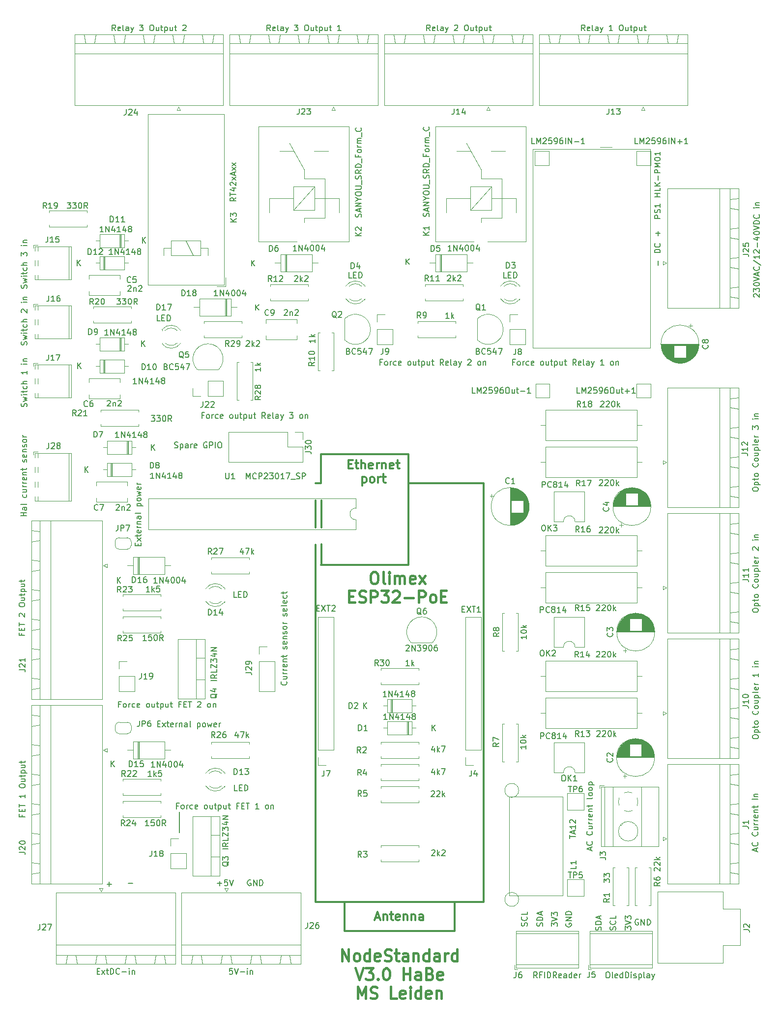
<source format=gbr>
%TF.GenerationSoftware,KiCad,Pcbnew,6.0.1-79c1e3a40b~116~ubuntu20.04.1*%
%TF.CreationDate,2022-01-16T20:57:58+01:00*%
%TF.ProjectId,NodeStandard,4e6f6465-5374-4616-9e64-6172642e6b69,V3.0*%
%TF.SameCoordinates,Original*%
%TF.FileFunction,Legend,Top*%
%TF.FilePolarity,Positive*%
%FSLAX46Y46*%
G04 Gerber Fmt 4.6, Leading zero omitted, Abs format (unit mm)*
G04 Created by KiCad (PCBNEW 6.0.1-79c1e3a40b~116~ubuntu20.04.1) date 2022-01-16 20:57:58*
%MOMM*%
%LPD*%
G01*
G04 APERTURE LIST*
%ADD10C,0.300000*%
%ADD11C,0.150000*%
%ADD12C,0.400000*%
%ADD13C,0.120000*%
%ADD14C,0.100000*%
G04 APERTURE END LIST*
D10*
X77555000Y-100795000D02*
X78555000Y-100795000D01*
X78555000Y-95795000D02*
X78555000Y-100795000D01*
X93555000Y-95795000D02*
X93555000Y-114795000D01*
X106555000Y-172795000D02*
X106555000Y-123795000D01*
X78555000Y-95795000D02*
X93555000Y-95795000D01*
X78587600Y-103708200D02*
X78587600Y-108407200D01*
X77555000Y-111328200D02*
X77555000Y-172795000D01*
D11*
X54102000Y-157353000D02*
X54102000Y-160909000D01*
D10*
X77571600Y-103708200D02*
X77571600Y-108407200D01*
X82555000Y-177795000D02*
X101555000Y-177795000D01*
X93555000Y-100795000D02*
X106555000Y-100795000D01*
X93555000Y-114795000D02*
X78555000Y-114795000D01*
X101555000Y-177795000D02*
X101555000Y-172795000D01*
X77555000Y-172795000D02*
X106555000Y-172795000D01*
X106555000Y-100795000D02*
X106555000Y-123795000D01*
X78562200Y-114731800D02*
X78562200Y-111302800D01*
X82555000Y-172795000D02*
X82555000Y-177795000D01*
D11*
X120721500Y-176529904D02*
X120673880Y-176625142D01*
X120673880Y-176768000D01*
X120721500Y-176910857D01*
X120816738Y-177006095D01*
X120911976Y-177053714D01*
X121102452Y-177101333D01*
X121245309Y-177101333D01*
X121435785Y-177053714D01*
X121531023Y-177006095D01*
X121626261Y-176910857D01*
X121673880Y-176768000D01*
X121673880Y-176672761D01*
X121626261Y-176529904D01*
X121578642Y-176482285D01*
X121245309Y-176482285D01*
X121245309Y-176672761D01*
X121673880Y-176053714D02*
X120673880Y-176053714D01*
X121673880Y-175482285D01*
X120673880Y-175482285D01*
X121673880Y-175006095D02*
X120673880Y-175006095D01*
X120673880Y-174768000D01*
X120721500Y-174625142D01*
X120816738Y-174529904D01*
X120911976Y-174482285D01*
X121102452Y-174434666D01*
X121245309Y-174434666D01*
X121435785Y-174482285D01*
X121531023Y-174529904D01*
X121626261Y-174625142D01*
X121673880Y-174768000D01*
X121673880Y-175006095D01*
X126770361Y-177672485D02*
X126817980Y-177529628D01*
X126817980Y-177291533D01*
X126770361Y-177196295D01*
X126722742Y-177148676D01*
X126627504Y-177101057D01*
X126532266Y-177101057D01*
X126437028Y-177148676D01*
X126389409Y-177196295D01*
X126341790Y-177291533D01*
X126294171Y-177482009D01*
X126246552Y-177577247D01*
X126198933Y-177624866D01*
X126103695Y-177672485D01*
X126008457Y-177672485D01*
X125913219Y-177624866D01*
X125865600Y-177577247D01*
X125817980Y-177482009D01*
X125817980Y-177243914D01*
X125865600Y-177101057D01*
X126817980Y-176672485D02*
X125817980Y-176672485D01*
X125817980Y-176434390D01*
X125865600Y-176291533D01*
X125960838Y-176196295D01*
X126056076Y-176148676D01*
X126246552Y-176101057D01*
X126389409Y-176101057D01*
X126579885Y-176148676D01*
X126675123Y-176196295D01*
X126770361Y-176291533D01*
X126817980Y-176434390D01*
X126817980Y-176672485D01*
X126532266Y-175720104D02*
X126532266Y-175243914D01*
X126817980Y-175815342D02*
X125817980Y-175482009D01*
X126817980Y-175148676D01*
X133193695Y-175818200D02*
X133098457Y-175770580D01*
X132955600Y-175770580D01*
X132812742Y-175818200D01*
X132717504Y-175913438D01*
X132669885Y-176008676D01*
X132622266Y-176199152D01*
X132622266Y-176342009D01*
X132669885Y-176532485D01*
X132717504Y-176627723D01*
X132812742Y-176722961D01*
X132955600Y-176770580D01*
X133050838Y-176770580D01*
X133193695Y-176722961D01*
X133241314Y-176675342D01*
X133241314Y-176342009D01*
X133050838Y-176342009D01*
X133669885Y-176770580D02*
X133669885Y-175770580D01*
X134241314Y-176770580D01*
X134241314Y-175770580D01*
X134717504Y-176770580D02*
X134717504Y-175770580D01*
X134955600Y-175770580D01*
X135098457Y-175818200D01*
X135193695Y-175913438D01*
X135241314Y-176008676D01*
X135288933Y-176199152D01*
X135288933Y-176342009D01*
X135241314Y-176532485D01*
X135193695Y-176627723D01*
X135098457Y-176722961D01*
X134955600Y-176770580D01*
X134717504Y-176770580D01*
X129250361Y-177648676D02*
X129297980Y-177505819D01*
X129297980Y-177267723D01*
X129250361Y-177172485D01*
X129202742Y-177124866D01*
X129107504Y-177077247D01*
X129012266Y-177077247D01*
X128917028Y-177124866D01*
X128869409Y-177172485D01*
X128821790Y-177267723D01*
X128774171Y-177458200D01*
X128726552Y-177553438D01*
X128678933Y-177601057D01*
X128583695Y-177648676D01*
X128488457Y-177648676D01*
X128393219Y-177601057D01*
X128345600Y-177553438D01*
X128297980Y-177458200D01*
X128297980Y-177220104D01*
X128345600Y-177077247D01*
X129202742Y-176077247D02*
X129250361Y-176124866D01*
X129297980Y-176267723D01*
X129297980Y-176362961D01*
X129250361Y-176505819D01*
X129155123Y-176601057D01*
X129059885Y-176648676D01*
X128869409Y-176696295D01*
X128726552Y-176696295D01*
X128536076Y-176648676D01*
X128440838Y-176601057D01*
X128345600Y-176505819D01*
X128297980Y-176362961D01*
X128297980Y-176267723D01*
X128345600Y-176124866D01*
X128393219Y-176077247D01*
X129297980Y-175172485D02*
X129297980Y-175648676D01*
X128297980Y-175648676D01*
X130937980Y-177626295D02*
X130937980Y-177007247D01*
X131318933Y-177340580D01*
X131318933Y-177197723D01*
X131366552Y-177102485D01*
X131414171Y-177054866D01*
X131509409Y-177007247D01*
X131747504Y-177007247D01*
X131842742Y-177054866D01*
X131890361Y-177102485D01*
X131937980Y-177197723D01*
X131937980Y-177483438D01*
X131890361Y-177578676D01*
X131842742Y-177626295D01*
X130937980Y-176721533D02*
X131937980Y-176388200D01*
X130937980Y-176054866D01*
X130937980Y-175816771D02*
X130937980Y-175197723D01*
X131318933Y-175531057D01*
X131318933Y-175388200D01*
X131366552Y-175292961D01*
X131414171Y-175245342D01*
X131509409Y-175197723D01*
X131747504Y-175197723D01*
X131842742Y-175245342D01*
X131890361Y-175292961D01*
X131937980Y-175388200D01*
X131937980Y-175673914D01*
X131890361Y-175769152D01*
X131842742Y-175816771D01*
D12*
X82150238Y-182979761D02*
X82150238Y-180979761D01*
X83293095Y-182979761D01*
X83293095Y-180979761D01*
X84531190Y-182979761D02*
X84340714Y-182884523D01*
X84245476Y-182789285D01*
X84150238Y-182598809D01*
X84150238Y-182027380D01*
X84245476Y-181836904D01*
X84340714Y-181741666D01*
X84531190Y-181646428D01*
X84816904Y-181646428D01*
X85007380Y-181741666D01*
X85102619Y-181836904D01*
X85197857Y-182027380D01*
X85197857Y-182598809D01*
X85102619Y-182789285D01*
X85007380Y-182884523D01*
X84816904Y-182979761D01*
X84531190Y-182979761D01*
X86912142Y-182979761D02*
X86912142Y-180979761D01*
X86912142Y-182884523D02*
X86721666Y-182979761D01*
X86340714Y-182979761D01*
X86150238Y-182884523D01*
X86054999Y-182789285D01*
X85959761Y-182598809D01*
X85959761Y-182027380D01*
X86054999Y-181836904D01*
X86150238Y-181741666D01*
X86340714Y-181646428D01*
X86721666Y-181646428D01*
X86912142Y-181741666D01*
X88626428Y-182884523D02*
X88435952Y-182979761D01*
X88054999Y-182979761D01*
X87864523Y-182884523D01*
X87769285Y-182694047D01*
X87769285Y-181932142D01*
X87864523Y-181741666D01*
X88054999Y-181646428D01*
X88435952Y-181646428D01*
X88626428Y-181741666D01*
X88721666Y-181932142D01*
X88721666Y-182122619D01*
X87769285Y-182313095D01*
X89483571Y-182884523D02*
X89769285Y-182979761D01*
X90245476Y-182979761D01*
X90435952Y-182884523D01*
X90531190Y-182789285D01*
X90626428Y-182598809D01*
X90626428Y-182408333D01*
X90531190Y-182217857D01*
X90435952Y-182122619D01*
X90245476Y-182027380D01*
X89864523Y-181932142D01*
X89674047Y-181836904D01*
X89578809Y-181741666D01*
X89483571Y-181551190D01*
X89483571Y-181360714D01*
X89578809Y-181170238D01*
X89674047Y-181075000D01*
X89864523Y-180979761D01*
X90340714Y-180979761D01*
X90626428Y-181075000D01*
X91197857Y-181646428D02*
X91959761Y-181646428D01*
X91483571Y-180979761D02*
X91483571Y-182694047D01*
X91578809Y-182884523D01*
X91769285Y-182979761D01*
X91959761Y-182979761D01*
X93483571Y-182979761D02*
X93483571Y-181932142D01*
X93388333Y-181741666D01*
X93197857Y-181646428D01*
X92816904Y-181646428D01*
X92626428Y-181741666D01*
X93483571Y-182884523D02*
X93293095Y-182979761D01*
X92816904Y-182979761D01*
X92626428Y-182884523D01*
X92531190Y-182694047D01*
X92531190Y-182503571D01*
X92626428Y-182313095D01*
X92816904Y-182217857D01*
X93293095Y-182217857D01*
X93483571Y-182122619D01*
X94435952Y-181646428D02*
X94435952Y-182979761D01*
X94435952Y-181836904D02*
X94531190Y-181741666D01*
X94721666Y-181646428D01*
X95007380Y-181646428D01*
X95197857Y-181741666D01*
X95293095Y-181932142D01*
X95293095Y-182979761D01*
X97102619Y-182979761D02*
X97102619Y-180979761D01*
X97102619Y-182884523D02*
X96912142Y-182979761D01*
X96531190Y-182979761D01*
X96340714Y-182884523D01*
X96245476Y-182789285D01*
X96150238Y-182598809D01*
X96150238Y-182027380D01*
X96245476Y-181836904D01*
X96340714Y-181741666D01*
X96531190Y-181646428D01*
X96912142Y-181646428D01*
X97102619Y-181741666D01*
X98912142Y-182979761D02*
X98912142Y-181932142D01*
X98816904Y-181741666D01*
X98626428Y-181646428D01*
X98245476Y-181646428D01*
X98054999Y-181741666D01*
X98912142Y-182884523D02*
X98721666Y-182979761D01*
X98245476Y-182979761D01*
X98054999Y-182884523D01*
X97959761Y-182694047D01*
X97959761Y-182503571D01*
X98054999Y-182313095D01*
X98245476Y-182217857D01*
X98721666Y-182217857D01*
X98912142Y-182122619D01*
X99864523Y-182979761D02*
X99864523Y-181646428D01*
X99864523Y-182027380D02*
X99959761Y-181836904D01*
X100055000Y-181741666D01*
X100245476Y-181646428D01*
X100435952Y-181646428D01*
X101959761Y-182979761D02*
X101959761Y-180979761D01*
X101959761Y-182884523D02*
X101769285Y-182979761D01*
X101388333Y-182979761D01*
X101197857Y-182884523D01*
X101102619Y-182789285D01*
X101007380Y-182598809D01*
X101007380Y-182027380D01*
X101102619Y-181836904D01*
X101197857Y-181741666D01*
X101388333Y-181646428D01*
X101769285Y-181646428D01*
X101959761Y-181741666D01*
X84435952Y-184199761D02*
X85102619Y-186199761D01*
X85769285Y-184199761D01*
X86245476Y-184199761D02*
X87483571Y-184199761D01*
X86816904Y-184961666D01*
X87102619Y-184961666D01*
X87293095Y-185056904D01*
X87388333Y-185152142D01*
X87483571Y-185342619D01*
X87483571Y-185818809D01*
X87388333Y-186009285D01*
X87293095Y-186104523D01*
X87102619Y-186199761D01*
X86531190Y-186199761D01*
X86340714Y-186104523D01*
X86245476Y-186009285D01*
X88340714Y-186009285D02*
X88435952Y-186104523D01*
X88340714Y-186199761D01*
X88245476Y-186104523D01*
X88340714Y-186009285D01*
X88340714Y-186199761D01*
X89674047Y-184199761D02*
X89864523Y-184199761D01*
X90055000Y-184295000D01*
X90150238Y-184390238D01*
X90245476Y-184580714D01*
X90340714Y-184961666D01*
X90340714Y-185437857D01*
X90245476Y-185818809D01*
X90150238Y-186009285D01*
X90055000Y-186104523D01*
X89864523Y-186199761D01*
X89674047Y-186199761D01*
X89483571Y-186104523D01*
X89388333Y-186009285D01*
X89293095Y-185818809D01*
X89197857Y-185437857D01*
X89197857Y-184961666D01*
X89293095Y-184580714D01*
X89388333Y-184390238D01*
X89483571Y-184295000D01*
X89674047Y-184199761D01*
X92721666Y-186199761D02*
X92721666Y-184199761D01*
X92721666Y-185152142D02*
X93864523Y-185152142D01*
X93864523Y-186199761D02*
X93864523Y-184199761D01*
X95674047Y-186199761D02*
X95674047Y-185152142D01*
X95578809Y-184961666D01*
X95388333Y-184866428D01*
X95007380Y-184866428D01*
X94816904Y-184961666D01*
X95674047Y-186104523D02*
X95483571Y-186199761D01*
X95007380Y-186199761D01*
X94816904Y-186104523D01*
X94721666Y-185914047D01*
X94721666Y-185723571D01*
X94816904Y-185533095D01*
X95007380Y-185437857D01*
X95483571Y-185437857D01*
X95674047Y-185342619D01*
X97293095Y-185152142D02*
X97578809Y-185247380D01*
X97674047Y-185342619D01*
X97769285Y-185533095D01*
X97769285Y-185818809D01*
X97674047Y-186009285D01*
X97578809Y-186104523D01*
X97388333Y-186199761D01*
X96626428Y-186199761D01*
X96626428Y-184199761D01*
X97293095Y-184199761D01*
X97483571Y-184295000D01*
X97578809Y-184390238D01*
X97674047Y-184580714D01*
X97674047Y-184771190D01*
X97578809Y-184961666D01*
X97483571Y-185056904D01*
X97293095Y-185152142D01*
X96626428Y-185152142D01*
X99388333Y-186104523D02*
X99197857Y-186199761D01*
X98816904Y-186199761D01*
X98626428Y-186104523D01*
X98531190Y-185914047D01*
X98531190Y-185152142D01*
X98626428Y-184961666D01*
X98816904Y-184866428D01*
X99197857Y-184866428D01*
X99388333Y-184961666D01*
X99483571Y-185152142D01*
X99483571Y-185342619D01*
X98531190Y-185533095D01*
X84864523Y-189419761D02*
X84864523Y-187419761D01*
X85531190Y-188848333D01*
X86197857Y-187419761D01*
X86197857Y-189419761D01*
X87055000Y-189324523D02*
X87340714Y-189419761D01*
X87816904Y-189419761D01*
X88007380Y-189324523D01*
X88102619Y-189229285D01*
X88197857Y-189038809D01*
X88197857Y-188848333D01*
X88102619Y-188657857D01*
X88007380Y-188562619D01*
X87816904Y-188467380D01*
X87435952Y-188372142D01*
X87245476Y-188276904D01*
X87150238Y-188181666D01*
X87055000Y-187991190D01*
X87055000Y-187800714D01*
X87150238Y-187610238D01*
X87245476Y-187515000D01*
X87435952Y-187419761D01*
X87912142Y-187419761D01*
X88197857Y-187515000D01*
X91531190Y-189419761D02*
X90578809Y-189419761D01*
X90578809Y-187419761D01*
X92959761Y-189324523D02*
X92769285Y-189419761D01*
X92388333Y-189419761D01*
X92197857Y-189324523D01*
X92102619Y-189134047D01*
X92102619Y-188372142D01*
X92197857Y-188181666D01*
X92388333Y-188086428D01*
X92769285Y-188086428D01*
X92959761Y-188181666D01*
X93055000Y-188372142D01*
X93055000Y-188562619D01*
X92102619Y-188753095D01*
X93912142Y-189419761D02*
X93912142Y-188086428D01*
X93912142Y-187419761D02*
X93816904Y-187515000D01*
X93912142Y-187610238D01*
X94007380Y-187515000D01*
X93912142Y-187419761D01*
X93912142Y-187610238D01*
X95721666Y-189419761D02*
X95721666Y-187419761D01*
X95721666Y-189324523D02*
X95531190Y-189419761D01*
X95150238Y-189419761D01*
X94959761Y-189324523D01*
X94864523Y-189229285D01*
X94769285Y-189038809D01*
X94769285Y-188467380D01*
X94864523Y-188276904D01*
X94959761Y-188181666D01*
X95150238Y-188086428D01*
X95531190Y-188086428D01*
X95721666Y-188181666D01*
X97435952Y-189324523D02*
X97245476Y-189419761D01*
X96864523Y-189419761D01*
X96674047Y-189324523D01*
X96578809Y-189134047D01*
X96578809Y-188372142D01*
X96674047Y-188181666D01*
X96864523Y-188086428D01*
X97245476Y-188086428D01*
X97435952Y-188181666D01*
X97531190Y-188372142D01*
X97531190Y-188562619D01*
X96578809Y-188753095D01*
X98388333Y-188086428D02*
X98388333Y-189419761D01*
X98388333Y-188276904D02*
X98483571Y-188181666D01*
X98674047Y-188086428D01*
X98959761Y-188086428D01*
X99150238Y-188181666D01*
X99245476Y-188372142D01*
X99245476Y-189419761D01*
D11*
X60690285Y-169616428D02*
X61452190Y-169616428D01*
X61071238Y-169997380D02*
X61071238Y-169235476D01*
X62404571Y-168997380D02*
X61928380Y-168997380D01*
X61880761Y-169473571D01*
X61928380Y-169425952D01*
X62023619Y-169378333D01*
X62261714Y-169378333D01*
X62356952Y-169425952D01*
X62404571Y-169473571D01*
X62452190Y-169568809D01*
X62452190Y-169806904D01*
X62404571Y-169902142D01*
X62356952Y-169949761D01*
X62261714Y-169997380D01*
X62023619Y-169997380D01*
X61928380Y-169949761D01*
X61880761Y-169902142D01*
X62737904Y-168997380D02*
X63071238Y-169997380D01*
X63404571Y-168997380D01*
X66421095Y-169045000D02*
X66325857Y-168997380D01*
X66183000Y-168997380D01*
X66040142Y-169045000D01*
X65944904Y-169140238D01*
X65897285Y-169235476D01*
X65849666Y-169425952D01*
X65849666Y-169568809D01*
X65897285Y-169759285D01*
X65944904Y-169854523D01*
X66040142Y-169949761D01*
X66183000Y-169997380D01*
X66278238Y-169997380D01*
X66421095Y-169949761D01*
X66468714Y-169902142D01*
X66468714Y-169568809D01*
X66278238Y-169568809D01*
X66897285Y-169997380D02*
X66897285Y-168997380D01*
X67468714Y-169997380D01*
X67468714Y-168997380D01*
X67944904Y-169997380D02*
X67944904Y-168997380D01*
X68183000Y-168997380D01*
X68325857Y-169045000D01*
X68421095Y-169140238D01*
X68468714Y-169235476D01*
X68516333Y-169425952D01*
X68516333Y-169568809D01*
X68468714Y-169759285D01*
X68421095Y-169854523D01*
X68325857Y-169949761D01*
X68183000Y-169997380D01*
X67944904Y-169997380D01*
X41656047Y-169743428D02*
X42417952Y-169743428D01*
X42037000Y-170124380D02*
X42037000Y-169362476D01*
X45339047Y-169616428D02*
X46100952Y-169616428D01*
X136977380Y-61086904D02*
X135977380Y-61086904D01*
X135977380Y-60848809D01*
X136025000Y-60705952D01*
X136120238Y-60610714D01*
X136215476Y-60563095D01*
X136405952Y-60515476D01*
X136548809Y-60515476D01*
X136739285Y-60563095D01*
X136834523Y-60610714D01*
X136929761Y-60705952D01*
X136977380Y-60848809D01*
X136977380Y-61086904D01*
X136882142Y-59515476D02*
X136929761Y-59563095D01*
X136977380Y-59705952D01*
X136977380Y-59801190D01*
X136929761Y-59944047D01*
X136834523Y-60039285D01*
X136739285Y-60086904D01*
X136548809Y-60134523D01*
X136405952Y-60134523D01*
X136215476Y-60086904D01*
X136120238Y-60039285D01*
X136025000Y-59944047D01*
X135977380Y-59801190D01*
X135977380Y-59705952D01*
X136025000Y-59563095D01*
X136072619Y-59515476D01*
X136596428Y-58165952D02*
X136596428Y-57404047D01*
X136977380Y-57785000D02*
X136215476Y-57785000D01*
D10*
X87912142Y-175545000D02*
X88626428Y-175545000D01*
X87769285Y-175973571D02*
X88269285Y-174473571D01*
X88769285Y-175973571D01*
X89269285Y-174973571D02*
X89269285Y-175973571D01*
X89269285Y-175116428D02*
X89340714Y-175045000D01*
X89483571Y-174973571D01*
X89697857Y-174973571D01*
X89840714Y-175045000D01*
X89912142Y-175187857D01*
X89912142Y-175973571D01*
X90412142Y-174973571D02*
X90983571Y-174973571D01*
X90626428Y-174473571D02*
X90626428Y-175759285D01*
X90697857Y-175902142D01*
X90840714Y-175973571D01*
X90983571Y-175973571D01*
X92055000Y-175902142D02*
X91912142Y-175973571D01*
X91626428Y-175973571D01*
X91483571Y-175902142D01*
X91412142Y-175759285D01*
X91412142Y-175187857D01*
X91483571Y-175045000D01*
X91626428Y-174973571D01*
X91912142Y-174973571D01*
X92055000Y-175045000D01*
X92126428Y-175187857D01*
X92126428Y-175330714D01*
X91412142Y-175473571D01*
X92769285Y-174973571D02*
X92769285Y-175973571D01*
X92769285Y-175116428D02*
X92840714Y-175045000D01*
X92983571Y-174973571D01*
X93197857Y-174973571D01*
X93340714Y-175045000D01*
X93412142Y-175187857D01*
X93412142Y-175973571D01*
X94126428Y-174973571D02*
X94126428Y-175973571D01*
X94126428Y-175116428D02*
X94197857Y-175045000D01*
X94340714Y-174973571D01*
X94555000Y-174973571D01*
X94697857Y-175045000D01*
X94769285Y-175187857D01*
X94769285Y-175973571D01*
X96126428Y-175973571D02*
X96126428Y-175187857D01*
X96055000Y-175045000D01*
X95912142Y-174973571D01*
X95626428Y-174973571D01*
X95483571Y-175045000D01*
X96126428Y-175902142D02*
X95983571Y-175973571D01*
X95626428Y-175973571D01*
X95483571Y-175902142D01*
X95412142Y-175759285D01*
X95412142Y-175616428D01*
X95483571Y-175473571D01*
X95626428Y-175402142D01*
X95983571Y-175402142D01*
X96126428Y-175330714D01*
D11*
X116673261Y-176982285D02*
X116720880Y-176839428D01*
X116720880Y-176601333D01*
X116673261Y-176506095D01*
X116625642Y-176458476D01*
X116530404Y-176410857D01*
X116435166Y-176410857D01*
X116339928Y-176458476D01*
X116292309Y-176506095D01*
X116244690Y-176601333D01*
X116197071Y-176791809D01*
X116149452Y-176887047D01*
X116101833Y-176934666D01*
X116006595Y-176982285D01*
X115911357Y-176982285D01*
X115816119Y-176934666D01*
X115768500Y-176887047D01*
X115720880Y-176791809D01*
X115720880Y-176553714D01*
X115768500Y-176410857D01*
X116720880Y-175982285D02*
X115720880Y-175982285D01*
X115720880Y-175744190D01*
X115768500Y-175601333D01*
X115863738Y-175506095D01*
X115958976Y-175458476D01*
X116149452Y-175410857D01*
X116292309Y-175410857D01*
X116482785Y-175458476D01*
X116578023Y-175506095D01*
X116673261Y-175601333D01*
X116720880Y-175744190D01*
X116720880Y-175982285D01*
X116435166Y-175029904D02*
X116435166Y-174553714D01*
X116720880Y-175125142D02*
X115720880Y-174791809D01*
X116720880Y-174458476D01*
X114006261Y-176958476D02*
X114053880Y-176815619D01*
X114053880Y-176577523D01*
X114006261Y-176482285D01*
X113958642Y-176434666D01*
X113863404Y-176387047D01*
X113768166Y-176387047D01*
X113672928Y-176434666D01*
X113625309Y-176482285D01*
X113577690Y-176577523D01*
X113530071Y-176768000D01*
X113482452Y-176863238D01*
X113434833Y-176910857D01*
X113339595Y-176958476D01*
X113244357Y-176958476D01*
X113149119Y-176910857D01*
X113101500Y-176863238D01*
X113053880Y-176768000D01*
X113053880Y-176529904D01*
X113101500Y-176387047D01*
X113958642Y-175387047D02*
X114006261Y-175434666D01*
X114053880Y-175577523D01*
X114053880Y-175672761D01*
X114006261Y-175815619D01*
X113911023Y-175910857D01*
X113815785Y-175958476D01*
X113625309Y-176006095D01*
X113482452Y-176006095D01*
X113291976Y-175958476D01*
X113196738Y-175910857D01*
X113101500Y-175815619D01*
X113053880Y-175672761D01*
X113053880Y-175577523D01*
X113101500Y-175434666D01*
X113149119Y-175387047D01*
X114053880Y-174482285D02*
X114053880Y-174958476D01*
X113053880Y-174958476D01*
D12*
X87515123Y-116042961D02*
X87896076Y-116042961D01*
X88086552Y-116138200D01*
X88277028Y-116328676D01*
X88372266Y-116709628D01*
X88372266Y-117376295D01*
X88277028Y-117757247D01*
X88086552Y-117947723D01*
X87896076Y-118042961D01*
X87515123Y-118042961D01*
X87324647Y-117947723D01*
X87134171Y-117757247D01*
X87038933Y-117376295D01*
X87038933Y-116709628D01*
X87134171Y-116328676D01*
X87324647Y-116138200D01*
X87515123Y-116042961D01*
X89515123Y-118042961D02*
X89324647Y-117947723D01*
X89229409Y-117757247D01*
X89229409Y-116042961D01*
X90277028Y-118042961D02*
X90277028Y-116709628D01*
X90277028Y-116042961D02*
X90181790Y-116138200D01*
X90277028Y-116233438D01*
X90372266Y-116138200D01*
X90277028Y-116042961D01*
X90277028Y-116233438D01*
X91229409Y-118042961D02*
X91229409Y-116709628D01*
X91229409Y-116900104D02*
X91324647Y-116804866D01*
X91515123Y-116709628D01*
X91800838Y-116709628D01*
X91991314Y-116804866D01*
X92086552Y-116995342D01*
X92086552Y-118042961D01*
X92086552Y-116995342D02*
X92181790Y-116804866D01*
X92372266Y-116709628D01*
X92657980Y-116709628D01*
X92848457Y-116804866D01*
X92943695Y-116995342D01*
X92943695Y-118042961D01*
X94657980Y-117947723D02*
X94467504Y-118042961D01*
X94086552Y-118042961D01*
X93896076Y-117947723D01*
X93800838Y-117757247D01*
X93800838Y-116995342D01*
X93896076Y-116804866D01*
X94086552Y-116709628D01*
X94467504Y-116709628D01*
X94657980Y-116804866D01*
X94753219Y-116995342D01*
X94753219Y-117185819D01*
X93800838Y-117376295D01*
X95419885Y-118042961D02*
X96467504Y-116709628D01*
X95419885Y-116709628D02*
X96467504Y-118042961D01*
X83372266Y-120215342D02*
X84038933Y-120215342D01*
X84324647Y-121262961D02*
X83372266Y-121262961D01*
X83372266Y-119262961D01*
X84324647Y-119262961D01*
X85086552Y-121167723D02*
X85372266Y-121262961D01*
X85848457Y-121262961D01*
X86038933Y-121167723D01*
X86134171Y-121072485D01*
X86229409Y-120882009D01*
X86229409Y-120691533D01*
X86134171Y-120501057D01*
X86038933Y-120405819D01*
X85848457Y-120310580D01*
X85467504Y-120215342D01*
X85277028Y-120120104D01*
X85181790Y-120024866D01*
X85086552Y-119834390D01*
X85086552Y-119643914D01*
X85181790Y-119453438D01*
X85277028Y-119358200D01*
X85467504Y-119262961D01*
X85943695Y-119262961D01*
X86229409Y-119358200D01*
X87086552Y-121262961D02*
X87086552Y-119262961D01*
X87848457Y-119262961D01*
X88038933Y-119358200D01*
X88134171Y-119453438D01*
X88229409Y-119643914D01*
X88229409Y-119929628D01*
X88134171Y-120120104D01*
X88038933Y-120215342D01*
X87848457Y-120310580D01*
X87086552Y-120310580D01*
X88896076Y-119262961D02*
X90134171Y-119262961D01*
X89467504Y-120024866D01*
X89753219Y-120024866D01*
X89943695Y-120120104D01*
X90038933Y-120215342D01*
X90134171Y-120405819D01*
X90134171Y-120882009D01*
X90038933Y-121072485D01*
X89943695Y-121167723D01*
X89753219Y-121262961D01*
X89181790Y-121262961D01*
X88991314Y-121167723D01*
X88896076Y-121072485D01*
X90896076Y-119453438D02*
X90991314Y-119358200D01*
X91181790Y-119262961D01*
X91657980Y-119262961D01*
X91848457Y-119358200D01*
X91943695Y-119453438D01*
X92038933Y-119643914D01*
X92038933Y-119834390D01*
X91943695Y-120120104D01*
X90800838Y-121262961D01*
X92038933Y-121262961D01*
X92896076Y-120501057D02*
X94419885Y-120501057D01*
X95372266Y-121262961D02*
X95372266Y-119262961D01*
X96134171Y-119262961D01*
X96324647Y-119358200D01*
X96419885Y-119453438D01*
X96515123Y-119643914D01*
X96515123Y-119929628D01*
X96419885Y-120120104D01*
X96324647Y-120215342D01*
X96134171Y-120310580D01*
X95372266Y-120310580D01*
X97657980Y-121262961D02*
X97467504Y-121167723D01*
X97372266Y-121072485D01*
X97277028Y-120882009D01*
X97277028Y-120310580D01*
X97372266Y-120120104D01*
X97467504Y-120024866D01*
X97657980Y-119929628D01*
X97943695Y-119929628D01*
X98134171Y-120024866D01*
X98229409Y-120120104D01*
X98324647Y-120310580D01*
X98324647Y-120882009D01*
X98229409Y-121072485D01*
X98134171Y-121167723D01*
X97943695Y-121262961D01*
X97657980Y-121262961D01*
X99181790Y-120215342D02*
X99848457Y-120215342D01*
X100134171Y-121262961D02*
X99181790Y-121262961D01*
X99181790Y-119262961D01*
X100134171Y-119262961D01*
D11*
X136596428Y-63245952D02*
X136596428Y-62484047D01*
X118260880Y-177006095D02*
X118260880Y-176387047D01*
X118641833Y-176720380D01*
X118641833Y-176577523D01*
X118689452Y-176482285D01*
X118737071Y-176434666D01*
X118832309Y-176387047D01*
X119070404Y-176387047D01*
X119165642Y-176434666D01*
X119213261Y-176482285D01*
X119260880Y-176577523D01*
X119260880Y-176863238D01*
X119213261Y-176958476D01*
X119165642Y-177006095D01*
X118260880Y-176101333D02*
X119260880Y-175768000D01*
X118260880Y-175434666D01*
X118260880Y-175196571D02*
X118260880Y-174577523D01*
X118641833Y-174910857D01*
X118641833Y-174768000D01*
X118689452Y-174672761D01*
X118737071Y-174625142D01*
X118832309Y-174577523D01*
X119070404Y-174577523D01*
X119165642Y-174625142D01*
X119213261Y-174672761D01*
X119260880Y-174768000D01*
X119260880Y-175053714D01*
X119213261Y-175148952D01*
X119165642Y-175196571D01*
D10*
X83269285Y-97480357D02*
X83769285Y-97480357D01*
X83983571Y-98266071D02*
X83269285Y-98266071D01*
X83269285Y-96766071D01*
X83983571Y-96766071D01*
X84412142Y-97266071D02*
X84983571Y-97266071D01*
X84626428Y-96766071D02*
X84626428Y-98051785D01*
X84697857Y-98194642D01*
X84840714Y-98266071D01*
X84983571Y-98266071D01*
X85483571Y-98266071D02*
X85483571Y-96766071D01*
X86126428Y-98266071D02*
X86126428Y-97480357D01*
X86055000Y-97337500D01*
X85912142Y-97266071D01*
X85697857Y-97266071D01*
X85555000Y-97337500D01*
X85483571Y-97408928D01*
X87412142Y-98194642D02*
X87269285Y-98266071D01*
X86983571Y-98266071D01*
X86840714Y-98194642D01*
X86769285Y-98051785D01*
X86769285Y-97480357D01*
X86840714Y-97337500D01*
X86983571Y-97266071D01*
X87269285Y-97266071D01*
X87412142Y-97337500D01*
X87483571Y-97480357D01*
X87483571Y-97623214D01*
X86769285Y-97766071D01*
X88126428Y-98266071D02*
X88126428Y-97266071D01*
X88126428Y-97551785D02*
X88197857Y-97408928D01*
X88269285Y-97337500D01*
X88412142Y-97266071D01*
X88555000Y-97266071D01*
X89055000Y-97266071D02*
X89055000Y-98266071D01*
X89055000Y-97408928D02*
X89126428Y-97337500D01*
X89269285Y-97266071D01*
X89483571Y-97266071D01*
X89626428Y-97337500D01*
X89697857Y-97480357D01*
X89697857Y-98266071D01*
X90983571Y-98194642D02*
X90840714Y-98266071D01*
X90555000Y-98266071D01*
X90412142Y-98194642D01*
X90340714Y-98051785D01*
X90340714Y-97480357D01*
X90412142Y-97337500D01*
X90555000Y-97266071D01*
X90840714Y-97266071D01*
X90983571Y-97337500D01*
X91055000Y-97480357D01*
X91055000Y-97623214D01*
X90340714Y-97766071D01*
X91483571Y-97266071D02*
X92055000Y-97266071D01*
X91697857Y-96766071D02*
X91697857Y-98051785D01*
X91769285Y-98194642D01*
X91912142Y-98266071D01*
X92055000Y-98266071D01*
X85662142Y-99681071D02*
X85662142Y-101181071D01*
X85662142Y-99752500D02*
X85805000Y-99681071D01*
X86090714Y-99681071D01*
X86233571Y-99752500D01*
X86305000Y-99823928D01*
X86376428Y-99966785D01*
X86376428Y-100395357D01*
X86305000Y-100538214D01*
X86233571Y-100609642D01*
X86090714Y-100681071D01*
X85805000Y-100681071D01*
X85662142Y-100609642D01*
X87233571Y-100681071D02*
X87090714Y-100609642D01*
X87019285Y-100538214D01*
X86947857Y-100395357D01*
X86947857Y-99966785D01*
X87019285Y-99823928D01*
X87090714Y-99752500D01*
X87233571Y-99681071D01*
X87447857Y-99681071D01*
X87590714Y-99752500D01*
X87662142Y-99823928D01*
X87733571Y-99966785D01*
X87733571Y-100395357D01*
X87662142Y-100538214D01*
X87590714Y-100609642D01*
X87447857Y-100681071D01*
X87233571Y-100681071D01*
X88376428Y-100681071D02*
X88376428Y-99681071D01*
X88376428Y-99966785D02*
X88447857Y-99823928D01*
X88519285Y-99752500D01*
X88662142Y-99681071D01*
X88805000Y-99681071D01*
X89090714Y-99681071D02*
X89662142Y-99681071D01*
X89305000Y-99181071D02*
X89305000Y-100466785D01*
X89376428Y-100609642D01*
X89519285Y-100681071D01*
X89662142Y-100681071D01*
D11*
%TO.C,J2*%
X151317380Y-177598333D02*
X152031666Y-177598333D01*
X152174523Y-177645952D01*
X152269761Y-177741190D01*
X152317380Y-177884047D01*
X152317380Y-177979285D01*
X151412619Y-177169761D02*
X151365000Y-177122142D01*
X151317380Y-177026904D01*
X151317380Y-176788809D01*
X151365000Y-176693571D01*
X151412619Y-176645952D01*
X151507857Y-176598333D01*
X151603095Y-176598333D01*
X151745952Y-176645952D01*
X152317380Y-177217380D01*
X152317380Y-176598333D01*
%TO.C,C7*%
X40092333Y-105322642D02*
X40044714Y-105370261D01*
X39901857Y-105417880D01*
X39806619Y-105417880D01*
X39663761Y-105370261D01*
X39568523Y-105275023D01*
X39520904Y-105179785D01*
X39473285Y-104989309D01*
X39473285Y-104846452D01*
X39520904Y-104655976D01*
X39568523Y-104560738D01*
X39663761Y-104465500D01*
X39806619Y-104417880D01*
X39901857Y-104417880D01*
X40044714Y-104465500D01*
X40092333Y-104513119D01*
X40425666Y-104417880D02*
X41092333Y-104417880D01*
X40663761Y-105417880D01*
X43235714Y-104513119D02*
X43283333Y-104465500D01*
X43378571Y-104417880D01*
X43616666Y-104417880D01*
X43711904Y-104465500D01*
X43759523Y-104513119D01*
X43807142Y-104608357D01*
X43807142Y-104703595D01*
X43759523Y-104846452D01*
X43188095Y-105417880D01*
X43807142Y-105417880D01*
X44235714Y-104751214D02*
X44235714Y-105417880D01*
X44235714Y-104846452D02*
X44283333Y-104798833D01*
X44378571Y-104751214D01*
X44521428Y-104751214D01*
X44616666Y-104798833D01*
X44664285Y-104894071D01*
X44664285Y-105417880D01*
X45092857Y-104513119D02*
X45140476Y-104465500D01*
X45235714Y-104417880D01*
X45473809Y-104417880D01*
X45569047Y-104465500D01*
X45616666Y-104513119D01*
X45664285Y-104608357D01*
X45664285Y-104703595D01*
X45616666Y-104846452D01*
X45045238Y-105417880D01*
X45664285Y-105417880D01*
%TO.C,C6*%
X38314333Y-87479142D02*
X38266714Y-87526761D01*
X38123857Y-87574380D01*
X38028619Y-87574380D01*
X37885761Y-87526761D01*
X37790523Y-87431523D01*
X37742904Y-87336285D01*
X37695285Y-87145809D01*
X37695285Y-87002952D01*
X37742904Y-86812476D01*
X37790523Y-86717238D01*
X37885761Y-86622000D01*
X38028619Y-86574380D01*
X38123857Y-86574380D01*
X38266714Y-86622000D01*
X38314333Y-86669619D01*
X39171476Y-86574380D02*
X38981000Y-86574380D01*
X38885761Y-86622000D01*
X38838142Y-86669619D01*
X38742904Y-86812476D01*
X38695285Y-87002952D01*
X38695285Y-87383904D01*
X38742904Y-87479142D01*
X38790523Y-87526761D01*
X38885761Y-87574380D01*
X39076238Y-87574380D01*
X39171476Y-87526761D01*
X39219095Y-87479142D01*
X39266714Y-87383904D01*
X39266714Y-87145809D01*
X39219095Y-87050571D01*
X39171476Y-87002952D01*
X39076238Y-86955333D01*
X38885761Y-86955333D01*
X38790523Y-87002952D01*
X38742904Y-87050571D01*
X38695285Y-87145809D01*
X41711714Y-86606119D02*
X41759333Y-86558500D01*
X41854571Y-86510880D01*
X42092666Y-86510880D01*
X42187904Y-86558500D01*
X42235523Y-86606119D01*
X42283142Y-86701357D01*
X42283142Y-86796595D01*
X42235523Y-86939452D01*
X41664095Y-87510880D01*
X42283142Y-87510880D01*
X42711714Y-86844214D02*
X42711714Y-87510880D01*
X42711714Y-86939452D02*
X42759333Y-86891833D01*
X42854571Y-86844214D01*
X42997428Y-86844214D01*
X43092666Y-86891833D01*
X43140285Y-86987071D01*
X43140285Y-87510880D01*
X43568857Y-86606119D02*
X43616476Y-86558500D01*
X43711714Y-86510880D01*
X43949809Y-86510880D01*
X44045047Y-86558500D01*
X44092666Y-86606119D01*
X44140285Y-86701357D01*
X44140285Y-86796595D01*
X44092666Y-86939452D01*
X43521238Y-87510880D01*
X44140285Y-87510880D01*
%TO.C,C5*%
X45743833Y-66143142D02*
X45696214Y-66190761D01*
X45553357Y-66238380D01*
X45458119Y-66238380D01*
X45315261Y-66190761D01*
X45220023Y-66095523D01*
X45172404Y-66000285D01*
X45124785Y-65809809D01*
X45124785Y-65666952D01*
X45172404Y-65476476D01*
X45220023Y-65381238D01*
X45315261Y-65286000D01*
X45458119Y-65238380D01*
X45553357Y-65238380D01*
X45696214Y-65286000D01*
X45743833Y-65333619D01*
X46648595Y-65238380D02*
X46172404Y-65238380D01*
X46124785Y-65714571D01*
X46172404Y-65666952D01*
X46267642Y-65619333D01*
X46505738Y-65619333D01*
X46600976Y-65666952D01*
X46648595Y-65714571D01*
X46696214Y-65809809D01*
X46696214Y-66047904D01*
X46648595Y-66143142D01*
X46600976Y-66190761D01*
X46505738Y-66238380D01*
X46267642Y-66238380D01*
X46172404Y-66190761D01*
X46124785Y-66143142D01*
X45267714Y-66857619D02*
X45315333Y-66810000D01*
X45410571Y-66762380D01*
X45648666Y-66762380D01*
X45743904Y-66810000D01*
X45791523Y-66857619D01*
X45839142Y-66952857D01*
X45839142Y-67048095D01*
X45791523Y-67190952D01*
X45220095Y-67762380D01*
X45839142Y-67762380D01*
X46267714Y-67095714D02*
X46267714Y-67762380D01*
X46267714Y-67190952D02*
X46315333Y-67143333D01*
X46410571Y-67095714D01*
X46553428Y-67095714D01*
X46648666Y-67143333D01*
X46696285Y-67238571D01*
X46696285Y-67762380D01*
X47124857Y-66857619D02*
X47172476Y-66810000D01*
X47267714Y-66762380D01*
X47505809Y-66762380D01*
X47601047Y-66810000D01*
X47648666Y-66857619D01*
X47696285Y-66952857D01*
X47696285Y-67048095D01*
X47648666Y-67190952D01*
X47077238Y-67762380D01*
X47696285Y-67762380D01*
%TO.C,C9*%
X69492833Y-71802142D02*
X69445214Y-71849761D01*
X69302357Y-71897380D01*
X69207119Y-71897380D01*
X69064261Y-71849761D01*
X68969023Y-71754523D01*
X68921404Y-71659285D01*
X68873785Y-71468809D01*
X68873785Y-71325952D01*
X68921404Y-71135476D01*
X68969023Y-71040238D01*
X69064261Y-70945000D01*
X69207119Y-70897380D01*
X69302357Y-70897380D01*
X69445214Y-70945000D01*
X69492833Y-70992619D01*
X69969023Y-71897380D02*
X70159500Y-71897380D01*
X70254738Y-71849761D01*
X70302357Y-71802142D01*
X70397595Y-71659285D01*
X70445214Y-71468809D01*
X70445214Y-71087857D01*
X70397595Y-70992619D01*
X70349976Y-70945000D01*
X70254738Y-70897380D01*
X70064261Y-70897380D01*
X69969023Y-70945000D01*
X69921404Y-70992619D01*
X69873785Y-71087857D01*
X69873785Y-71325952D01*
X69921404Y-71421190D01*
X69969023Y-71468809D01*
X70064261Y-71516428D01*
X70254738Y-71516428D01*
X70349976Y-71468809D01*
X70397595Y-71421190D01*
X70445214Y-71325952D01*
X72191714Y-70985119D02*
X72239333Y-70937500D01*
X72334571Y-70889880D01*
X72572666Y-70889880D01*
X72667904Y-70937500D01*
X72715523Y-70985119D01*
X72763142Y-71080357D01*
X72763142Y-71175595D01*
X72715523Y-71318452D01*
X72144095Y-71889880D01*
X72763142Y-71889880D01*
X73191714Y-71223214D02*
X73191714Y-71889880D01*
X73191714Y-71318452D02*
X73239333Y-71270833D01*
X73334571Y-71223214D01*
X73477428Y-71223214D01*
X73572666Y-71270833D01*
X73620285Y-71366071D01*
X73620285Y-71889880D01*
X74048857Y-70985119D02*
X74096476Y-70937500D01*
X74191714Y-70889880D01*
X74429809Y-70889880D01*
X74525047Y-70937500D01*
X74572666Y-70985119D01*
X74620285Y-71080357D01*
X74620285Y-71175595D01*
X74572666Y-71318452D01*
X74001238Y-71889880D01*
X74620285Y-71889880D01*
%TO.C,D5*%
X97496404Y-60847380D02*
X97496404Y-59847380D01*
X97734500Y-59847380D01*
X97877357Y-59895000D01*
X97972595Y-59990238D01*
X98020214Y-60085476D01*
X98067833Y-60275952D01*
X98067833Y-60418809D01*
X98020214Y-60609285D01*
X97972595Y-60704523D01*
X97877357Y-60799761D01*
X97734500Y-60847380D01*
X97496404Y-60847380D01*
X98972595Y-59847380D02*
X98496404Y-59847380D01*
X98448785Y-60323571D01*
X98496404Y-60275952D01*
X98591642Y-60228333D01*
X98829738Y-60228333D01*
X98924976Y-60275952D01*
X98972595Y-60323571D01*
X99020214Y-60418809D01*
X99020214Y-60656904D01*
X98972595Y-60752142D01*
X98924976Y-60799761D01*
X98829738Y-60847380D01*
X98591642Y-60847380D01*
X98496404Y-60799761D01*
X98448785Y-60752142D01*
X100981142Y-60777380D02*
X100409714Y-60777380D01*
X100695428Y-60777380D02*
X100695428Y-59777380D01*
X100600190Y-59920238D01*
X100504952Y-60015476D01*
X100409714Y-60063095D01*
X101409714Y-60777380D02*
X101409714Y-59777380D01*
X101981142Y-60777380D01*
X101981142Y-59777380D01*
X102885904Y-60110714D02*
X102885904Y-60777380D01*
X102647809Y-59729761D02*
X102409714Y-60444047D01*
X103028761Y-60444047D01*
X103600190Y-59777380D02*
X103695428Y-59777380D01*
X103790666Y-59825000D01*
X103838285Y-59872619D01*
X103885904Y-59967857D01*
X103933523Y-60158333D01*
X103933523Y-60396428D01*
X103885904Y-60586904D01*
X103838285Y-60682142D01*
X103790666Y-60729761D01*
X103695428Y-60777380D01*
X103600190Y-60777380D01*
X103504952Y-60729761D01*
X103457333Y-60682142D01*
X103409714Y-60586904D01*
X103362095Y-60396428D01*
X103362095Y-60158333D01*
X103409714Y-59967857D01*
X103457333Y-59872619D01*
X103504952Y-59825000D01*
X103600190Y-59777380D01*
X104552571Y-59777380D02*
X104647809Y-59777380D01*
X104743047Y-59825000D01*
X104790666Y-59872619D01*
X104838285Y-59967857D01*
X104885904Y-60158333D01*
X104885904Y-60396428D01*
X104838285Y-60586904D01*
X104790666Y-60682142D01*
X104743047Y-60729761D01*
X104647809Y-60777380D01*
X104552571Y-60777380D01*
X104457333Y-60729761D01*
X104409714Y-60682142D01*
X104362095Y-60586904D01*
X104314476Y-60396428D01*
X104314476Y-60158333D01*
X104362095Y-59967857D01*
X104409714Y-59872619D01*
X104457333Y-59825000D01*
X104552571Y-59777380D01*
X105743047Y-60110714D02*
X105743047Y-60777380D01*
X105504952Y-59729761D02*
X105266857Y-60444047D01*
X105885904Y-60444047D01*
X93146595Y-63126880D02*
X93146595Y-62126880D01*
X93718023Y-63126880D02*
X93289452Y-62555452D01*
X93718023Y-62126880D02*
X93146595Y-62698309D01*
%TO.C,D4*%
X83716904Y-63825380D02*
X83716904Y-62825380D01*
X83955000Y-62825380D01*
X84097857Y-62873000D01*
X84193095Y-62968238D01*
X84240714Y-63063476D01*
X84288333Y-63253952D01*
X84288333Y-63396809D01*
X84240714Y-63587285D01*
X84193095Y-63682523D01*
X84097857Y-63777761D01*
X83955000Y-63825380D01*
X83716904Y-63825380D01*
X85145476Y-63158714D02*
X85145476Y-63825380D01*
X84907380Y-62777761D02*
X84669285Y-63492047D01*
X85288333Y-63492047D01*
X83812142Y-65437380D02*
X83335952Y-65437380D01*
X83335952Y-64437380D01*
X84145476Y-64913571D02*
X84478809Y-64913571D01*
X84621666Y-65437380D02*
X84145476Y-65437380D01*
X84145476Y-64437380D01*
X84621666Y-64437380D01*
X85050238Y-65437380D02*
X85050238Y-64437380D01*
X85288333Y-64437380D01*
X85431190Y-64485000D01*
X85526428Y-64580238D01*
X85574047Y-64675476D01*
X85621666Y-64865952D01*
X85621666Y-65008809D01*
X85574047Y-65199285D01*
X85526428Y-65294523D01*
X85431190Y-65389761D01*
X85288333Y-65437380D01*
X85050238Y-65437380D01*
%TO.C,D3*%
X110450404Y-63761880D02*
X110450404Y-62761880D01*
X110688500Y-62761880D01*
X110831357Y-62809500D01*
X110926595Y-62904738D01*
X110974214Y-62999976D01*
X111021833Y-63190452D01*
X111021833Y-63333309D01*
X110974214Y-63523785D01*
X110926595Y-63619023D01*
X110831357Y-63714261D01*
X110688500Y-63761880D01*
X110450404Y-63761880D01*
X111355166Y-62761880D02*
X111974214Y-62761880D01*
X111640880Y-63142833D01*
X111783738Y-63142833D01*
X111878976Y-63190452D01*
X111926595Y-63238071D01*
X111974214Y-63333309D01*
X111974214Y-63571404D01*
X111926595Y-63666642D01*
X111878976Y-63714261D01*
X111783738Y-63761880D01*
X111498023Y-63761880D01*
X111402785Y-63714261D01*
X111355166Y-63666642D01*
X110482142Y-65437380D02*
X110005952Y-65437380D01*
X110005952Y-64437380D01*
X110815476Y-64913571D02*
X111148809Y-64913571D01*
X111291666Y-65437380D02*
X110815476Y-65437380D01*
X110815476Y-64437380D01*
X111291666Y-64437380D01*
X111720238Y-65437380D02*
X111720238Y-64437380D01*
X111958333Y-64437380D01*
X112101190Y-64485000D01*
X112196428Y-64580238D01*
X112244047Y-64675476D01*
X112291666Y-64865952D01*
X112291666Y-65008809D01*
X112244047Y-65199285D01*
X112196428Y-65294523D01*
X112101190Y-65389761D01*
X111958333Y-65437380D01*
X111720238Y-65437380D01*
%TO.C,D6*%
X69619904Y-60847380D02*
X69619904Y-59847380D01*
X69858000Y-59847380D01*
X70000857Y-59895000D01*
X70096095Y-59990238D01*
X70143714Y-60085476D01*
X70191333Y-60275952D01*
X70191333Y-60418809D01*
X70143714Y-60609285D01*
X70096095Y-60704523D01*
X70000857Y-60799761D01*
X69858000Y-60847380D01*
X69619904Y-60847380D01*
X71048476Y-59847380D02*
X70858000Y-59847380D01*
X70762761Y-59895000D01*
X70715142Y-59942619D01*
X70619904Y-60085476D01*
X70572285Y-60275952D01*
X70572285Y-60656904D01*
X70619904Y-60752142D01*
X70667523Y-60799761D01*
X70762761Y-60847380D01*
X70953238Y-60847380D01*
X71048476Y-60799761D01*
X71096095Y-60752142D01*
X71143714Y-60656904D01*
X71143714Y-60418809D01*
X71096095Y-60323571D01*
X71048476Y-60275952D01*
X70953238Y-60228333D01*
X70762761Y-60228333D01*
X70667523Y-60275952D01*
X70619904Y-60323571D01*
X70572285Y-60418809D01*
X74311142Y-60777380D02*
X73739714Y-60777380D01*
X74025428Y-60777380D02*
X74025428Y-59777380D01*
X73930190Y-59920238D01*
X73834952Y-60015476D01*
X73739714Y-60063095D01*
X74739714Y-60777380D02*
X74739714Y-59777380D01*
X75311142Y-60777380D01*
X75311142Y-59777380D01*
X76215904Y-60110714D02*
X76215904Y-60777380D01*
X75977809Y-59729761D02*
X75739714Y-60444047D01*
X76358761Y-60444047D01*
X76930190Y-59777380D02*
X77025428Y-59777380D01*
X77120666Y-59825000D01*
X77168285Y-59872619D01*
X77215904Y-59967857D01*
X77263523Y-60158333D01*
X77263523Y-60396428D01*
X77215904Y-60586904D01*
X77168285Y-60682142D01*
X77120666Y-60729761D01*
X77025428Y-60777380D01*
X76930190Y-60777380D01*
X76834952Y-60729761D01*
X76787333Y-60682142D01*
X76739714Y-60586904D01*
X76692095Y-60396428D01*
X76692095Y-60158333D01*
X76739714Y-59967857D01*
X76787333Y-59872619D01*
X76834952Y-59825000D01*
X76930190Y-59777380D01*
X77882571Y-59777380D02*
X77977809Y-59777380D01*
X78073047Y-59825000D01*
X78120666Y-59872619D01*
X78168285Y-59967857D01*
X78215904Y-60158333D01*
X78215904Y-60396428D01*
X78168285Y-60586904D01*
X78120666Y-60682142D01*
X78073047Y-60729761D01*
X77977809Y-60777380D01*
X77882571Y-60777380D01*
X77787333Y-60729761D01*
X77739714Y-60682142D01*
X77692095Y-60586904D01*
X77644476Y-60396428D01*
X77644476Y-60158333D01*
X77692095Y-59967857D01*
X77739714Y-59872619D01*
X77787333Y-59825000D01*
X77882571Y-59777380D01*
X79073047Y-60110714D02*
X79073047Y-60777380D01*
X78834952Y-59729761D02*
X78596857Y-60444047D01*
X79215904Y-60444047D01*
X66540095Y-63380880D02*
X66540095Y-62380880D01*
X67111523Y-63380880D02*
X66682952Y-62809452D01*
X67111523Y-62380880D02*
X66540095Y-62952309D01*
%TO.C,D13*%
X63555714Y-150883880D02*
X63555714Y-149883880D01*
X63793809Y-149883880D01*
X63936666Y-149931500D01*
X64031904Y-150026738D01*
X64079523Y-150121976D01*
X64127142Y-150312452D01*
X64127142Y-150455309D01*
X64079523Y-150645785D01*
X64031904Y-150741023D01*
X63936666Y-150836261D01*
X63793809Y-150883880D01*
X63555714Y-150883880D01*
X65079523Y-150883880D02*
X64508095Y-150883880D01*
X64793809Y-150883880D02*
X64793809Y-149883880D01*
X64698571Y-150026738D01*
X64603333Y-150121976D01*
X64508095Y-150169595D01*
X65412857Y-149883880D02*
X66031904Y-149883880D01*
X65698571Y-150264833D01*
X65841428Y-150264833D01*
X65936666Y-150312452D01*
X65984285Y-150360071D01*
X66031904Y-150455309D01*
X66031904Y-150693404D01*
X65984285Y-150788642D01*
X65936666Y-150836261D01*
X65841428Y-150883880D01*
X65555714Y-150883880D01*
X65460476Y-150836261D01*
X65412857Y-150788642D01*
X64127142Y-153677880D02*
X63650952Y-153677880D01*
X63650952Y-152677880D01*
X64460476Y-153154071D02*
X64793809Y-153154071D01*
X64936666Y-153677880D02*
X64460476Y-153677880D01*
X64460476Y-152677880D01*
X64936666Y-152677880D01*
X65365238Y-153677880D02*
X65365238Y-152677880D01*
X65603333Y-152677880D01*
X65746190Y-152725500D01*
X65841428Y-152820738D01*
X65889047Y-152915976D01*
X65936666Y-153106452D01*
X65936666Y-153249309D01*
X65889047Y-153439785D01*
X65841428Y-153535023D01*
X65746190Y-153630261D01*
X65603333Y-153677880D01*
X65365238Y-153677880D01*
%TO.C,D14*%
X59110714Y-123427380D02*
X59110714Y-122427380D01*
X59348809Y-122427380D01*
X59491666Y-122475000D01*
X59586904Y-122570238D01*
X59634523Y-122665476D01*
X59682142Y-122855952D01*
X59682142Y-122998809D01*
X59634523Y-123189285D01*
X59586904Y-123284523D01*
X59491666Y-123379761D01*
X59348809Y-123427380D01*
X59110714Y-123427380D01*
X60634523Y-123427380D02*
X60063095Y-123427380D01*
X60348809Y-123427380D02*
X60348809Y-122427380D01*
X60253571Y-122570238D01*
X60158333Y-122665476D01*
X60063095Y-122713095D01*
X61491666Y-122760714D02*
X61491666Y-123427380D01*
X61253571Y-122379761D02*
X61015476Y-123094047D01*
X61634523Y-123094047D01*
X64000142Y-120403880D02*
X63523952Y-120403880D01*
X63523952Y-119403880D01*
X64333476Y-119880071D02*
X64666809Y-119880071D01*
X64809666Y-120403880D02*
X64333476Y-120403880D01*
X64333476Y-119403880D01*
X64809666Y-119403880D01*
X65238238Y-120403880D02*
X65238238Y-119403880D01*
X65476333Y-119403880D01*
X65619190Y-119451500D01*
X65714428Y-119546738D01*
X65762047Y-119641976D01*
X65809666Y-119832452D01*
X65809666Y-119975309D01*
X65762047Y-120165785D01*
X65714428Y-120261023D01*
X65619190Y-120356261D01*
X65476333Y-120403880D01*
X65238238Y-120403880D01*
%TO.C,D15*%
X45458214Y-149550380D02*
X45458214Y-148550380D01*
X45696309Y-148550380D01*
X45839166Y-148598000D01*
X45934404Y-148693238D01*
X45982023Y-148788476D01*
X46029642Y-148978952D01*
X46029642Y-149121809D01*
X45982023Y-149312285D01*
X45934404Y-149407523D01*
X45839166Y-149502761D01*
X45696309Y-149550380D01*
X45458214Y-149550380D01*
X46982023Y-149550380D02*
X46410595Y-149550380D01*
X46696309Y-149550380D02*
X46696309Y-148550380D01*
X46601071Y-148693238D01*
X46505833Y-148788476D01*
X46410595Y-148836095D01*
X47886785Y-148550380D02*
X47410595Y-148550380D01*
X47362976Y-149026571D01*
X47410595Y-148978952D01*
X47505833Y-148931333D01*
X47743928Y-148931333D01*
X47839166Y-148978952D01*
X47886785Y-149026571D01*
X47934404Y-149121809D01*
X47934404Y-149359904D01*
X47886785Y-149455142D01*
X47839166Y-149502761D01*
X47743928Y-149550380D01*
X47505833Y-149550380D01*
X47410595Y-149502761D01*
X47362976Y-149455142D01*
X49863642Y-149607380D02*
X49292214Y-149607380D01*
X49577928Y-149607380D02*
X49577928Y-148607380D01*
X49482690Y-148750238D01*
X49387452Y-148845476D01*
X49292214Y-148893095D01*
X50292214Y-149607380D02*
X50292214Y-148607380D01*
X50863642Y-149607380D01*
X50863642Y-148607380D01*
X51768404Y-148940714D02*
X51768404Y-149607380D01*
X51530309Y-148559761D02*
X51292214Y-149274047D01*
X51911261Y-149274047D01*
X52482690Y-148607380D02*
X52577928Y-148607380D01*
X52673166Y-148655000D01*
X52720785Y-148702619D01*
X52768404Y-148797857D01*
X52816023Y-148988333D01*
X52816023Y-149226428D01*
X52768404Y-149416904D01*
X52720785Y-149512142D01*
X52673166Y-149559761D01*
X52577928Y-149607380D01*
X52482690Y-149607380D01*
X52387452Y-149559761D01*
X52339833Y-149512142D01*
X52292214Y-149416904D01*
X52244595Y-149226428D01*
X52244595Y-148988333D01*
X52292214Y-148797857D01*
X52339833Y-148702619D01*
X52387452Y-148655000D01*
X52482690Y-148607380D01*
X53435071Y-148607380D02*
X53530309Y-148607380D01*
X53625547Y-148655000D01*
X53673166Y-148702619D01*
X53720785Y-148797857D01*
X53768404Y-148988333D01*
X53768404Y-149226428D01*
X53720785Y-149416904D01*
X53673166Y-149512142D01*
X53625547Y-149559761D01*
X53530309Y-149607380D01*
X53435071Y-149607380D01*
X53339833Y-149559761D01*
X53292214Y-149512142D01*
X53244595Y-149416904D01*
X53196976Y-149226428D01*
X53196976Y-148988333D01*
X53244595Y-148797857D01*
X53292214Y-148702619D01*
X53339833Y-148655000D01*
X53435071Y-148607380D01*
X54625547Y-148940714D02*
X54625547Y-149607380D01*
X54387452Y-148559761D02*
X54149357Y-149274047D01*
X54768404Y-149274047D01*
X42346595Y-149550380D02*
X42346595Y-148550380D01*
X42918023Y-149550380D02*
X42489452Y-148978952D01*
X42918023Y-148550380D02*
X42346595Y-149121809D01*
%TO.C,D16*%
X46029714Y-117863880D02*
X46029714Y-116863880D01*
X46267809Y-116863880D01*
X46410666Y-116911500D01*
X46505904Y-117006738D01*
X46553523Y-117101976D01*
X46601142Y-117292452D01*
X46601142Y-117435309D01*
X46553523Y-117625785D01*
X46505904Y-117721023D01*
X46410666Y-117816261D01*
X46267809Y-117863880D01*
X46029714Y-117863880D01*
X47553523Y-117863880D02*
X46982095Y-117863880D01*
X47267809Y-117863880D02*
X47267809Y-116863880D01*
X47172571Y-117006738D01*
X47077333Y-117101976D01*
X46982095Y-117149595D01*
X48410666Y-116863880D02*
X48220190Y-116863880D01*
X48124952Y-116911500D01*
X48077333Y-116959119D01*
X47982095Y-117101976D01*
X47934476Y-117292452D01*
X47934476Y-117673404D01*
X47982095Y-117768642D01*
X48029714Y-117816261D01*
X48124952Y-117863880D01*
X48315428Y-117863880D01*
X48410666Y-117816261D01*
X48458285Y-117768642D01*
X48505904Y-117673404D01*
X48505904Y-117435309D01*
X48458285Y-117340071D01*
X48410666Y-117292452D01*
X48315428Y-117244833D01*
X48124952Y-117244833D01*
X48029714Y-117292452D01*
X47982095Y-117340071D01*
X47934476Y-117435309D01*
X50308142Y-117927380D02*
X49736714Y-117927380D01*
X50022428Y-117927380D02*
X50022428Y-116927380D01*
X49927190Y-117070238D01*
X49831952Y-117165476D01*
X49736714Y-117213095D01*
X50736714Y-117927380D02*
X50736714Y-116927380D01*
X51308142Y-117927380D01*
X51308142Y-116927380D01*
X52212904Y-117260714D02*
X52212904Y-117927380D01*
X51974809Y-116879761D02*
X51736714Y-117594047D01*
X52355761Y-117594047D01*
X52927190Y-116927380D02*
X53022428Y-116927380D01*
X53117666Y-116975000D01*
X53165285Y-117022619D01*
X53212904Y-117117857D01*
X53260523Y-117308333D01*
X53260523Y-117546428D01*
X53212904Y-117736904D01*
X53165285Y-117832142D01*
X53117666Y-117879761D01*
X53022428Y-117927380D01*
X52927190Y-117927380D01*
X52831952Y-117879761D01*
X52784333Y-117832142D01*
X52736714Y-117736904D01*
X52689095Y-117546428D01*
X52689095Y-117308333D01*
X52736714Y-117117857D01*
X52784333Y-117022619D01*
X52831952Y-116975000D01*
X52927190Y-116927380D01*
X53879571Y-116927380D02*
X53974809Y-116927380D01*
X54070047Y-116975000D01*
X54117666Y-117022619D01*
X54165285Y-117117857D01*
X54212904Y-117308333D01*
X54212904Y-117546428D01*
X54165285Y-117736904D01*
X54117666Y-117832142D01*
X54070047Y-117879761D01*
X53974809Y-117927380D01*
X53879571Y-117927380D01*
X53784333Y-117879761D01*
X53736714Y-117832142D01*
X53689095Y-117736904D01*
X53641476Y-117546428D01*
X53641476Y-117308333D01*
X53689095Y-117117857D01*
X53736714Y-117022619D01*
X53784333Y-116975000D01*
X53879571Y-116927380D01*
X55070047Y-117260714D02*
X55070047Y-117927380D01*
X54831952Y-116879761D02*
X54593857Y-117594047D01*
X55212904Y-117594047D01*
X43426095Y-117927380D02*
X43426095Y-116927380D01*
X43997523Y-117927380D02*
X43568952Y-117355952D01*
X43997523Y-116927380D02*
X43426095Y-117498809D01*
%TO.C,D1*%
X84986904Y-143327380D02*
X84986904Y-142327380D01*
X85225000Y-142327380D01*
X85367857Y-142375000D01*
X85463095Y-142470238D01*
X85510714Y-142565476D01*
X85558333Y-142755952D01*
X85558333Y-142898809D01*
X85510714Y-143089285D01*
X85463095Y-143184523D01*
X85367857Y-143279761D01*
X85225000Y-143327380D01*
X84986904Y-143327380D01*
X86510714Y-143327380D02*
X85939285Y-143327380D01*
X86225000Y-143327380D02*
X86225000Y-142327380D01*
X86129761Y-142470238D01*
X86034523Y-142565476D01*
X85939285Y-142613095D01*
X89932142Y-141422380D02*
X89360714Y-141422380D01*
X89646428Y-141422380D02*
X89646428Y-140422380D01*
X89551190Y-140565238D01*
X89455952Y-140660476D01*
X89360714Y-140708095D01*
X90360714Y-141422380D02*
X90360714Y-140422380D01*
X90932142Y-141422380D01*
X90932142Y-140422380D01*
X91836904Y-140755714D02*
X91836904Y-141422380D01*
X91598809Y-140374761D02*
X91360714Y-141089047D01*
X91979761Y-141089047D01*
X92884523Y-141422380D02*
X92313095Y-141422380D01*
X92598809Y-141422380D02*
X92598809Y-140422380D01*
X92503571Y-140565238D01*
X92408333Y-140660476D01*
X92313095Y-140708095D01*
X93741666Y-140755714D02*
X93741666Y-141422380D01*
X93503571Y-140374761D02*
X93265476Y-141089047D01*
X93884523Y-141089047D01*
X94408333Y-140850952D02*
X94313095Y-140803333D01*
X94265476Y-140755714D01*
X94217857Y-140660476D01*
X94217857Y-140612857D01*
X94265476Y-140517619D01*
X94313095Y-140470000D01*
X94408333Y-140422380D01*
X94598809Y-140422380D01*
X94694047Y-140470000D01*
X94741666Y-140517619D01*
X94789285Y-140612857D01*
X94789285Y-140660476D01*
X94741666Y-140755714D01*
X94694047Y-140803333D01*
X94598809Y-140850952D01*
X94408333Y-140850952D01*
X94313095Y-140898571D01*
X94265476Y-140946190D01*
X94217857Y-141041428D01*
X94217857Y-141231904D01*
X94265476Y-141327142D01*
X94313095Y-141374761D01*
X94408333Y-141422380D01*
X94598809Y-141422380D01*
X94694047Y-141374761D01*
X94741666Y-141327142D01*
X94789285Y-141231904D01*
X94789285Y-141041428D01*
X94741666Y-140946190D01*
X94694047Y-140898571D01*
X94598809Y-140850952D01*
X97655095Y-143327380D02*
X97655095Y-142327380D01*
X98226523Y-143327380D02*
X97797952Y-142755952D01*
X98226523Y-142327380D02*
X97655095Y-142898809D01*
%TO.C,D2*%
X83335904Y-139517380D02*
X83335904Y-138517380D01*
X83574000Y-138517380D01*
X83716857Y-138565000D01*
X83812095Y-138660238D01*
X83859714Y-138755476D01*
X83907333Y-138945952D01*
X83907333Y-139088809D01*
X83859714Y-139279285D01*
X83812095Y-139374523D01*
X83716857Y-139469761D01*
X83574000Y-139517380D01*
X83335904Y-139517380D01*
X84288285Y-138612619D02*
X84335904Y-138565000D01*
X84431142Y-138517380D01*
X84669238Y-138517380D01*
X84764476Y-138565000D01*
X84812095Y-138612619D01*
X84859714Y-138707857D01*
X84859714Y-138803095D01*
X84812095Y-138945952D01*
X84240666Y-139517380D01*
X84859714Y-139517380D01*
X89805142Y-137485380D02*
X89233714Y-137485380D01*
X89519428Y-137485380D02*
X89519428Y-136485380D01*
X89424190Y-136628238D01*
X89328952Y-136723476D01*
X89233714Y-136771095D01*
X90233714Y-137485380D02*
X90233714Y-136485380D01*
X90805142Y-137485380D01*
X90805142Y-136485380D01*
X91709904Y-136818714D02*
X91709904Y-137485380D01*
X91471809Y-136437761D02*
X91233714Y-137152047D01*
X91852761Y-137152047D01*
X92757523Y-137485380D02*
X92186095Y-137485380D01*
X92471809Y-137485380D02*
X92471809Y-136485380D01*
X92376571Y-136628238D01*
X92281333Y-136723476D01*
X92186095Y-136771095D01*
X93614666Y-136818714D02*
X93614666Y-137485380D01*
X93376571Y-136437761D02*
X93138476Y-137152047D01*
X93757523Y-137152047D01*
X94281333Y-136913952D02*
X94186095Y-136866333D01*
X94138476Y-136818714D01*
X94090857Y-136723476D01*
X94090857Y-136675857D01*
X94138476Y-136580619D01*
X94186095Y-136533000D01*
X94281333Y-136485380D01*
X94471809Y-136485380D01*
X94567047Y-136533000D01*
X94614666Y-136580619D01*
X94662285Y-136675857D01*
X94662285Y-136723476D01*
X94614666Y-136818714D01*
X94567047Y-136866333D01*
X94471809Y-136913952D01*
X94281333Y-136913952D01*
X94186095Y-136961571D01*
X94138476Y-137009190D01*
X94090857Y-137104428D01*
X94090857Y-137294904D01*
X94138476Y-137390142D01*
X94186095Y-137437761D01*
X94281333Y-137485380D01*
X94471809Y-137485380D01*
X94567047Y-137437761D01*
X94614666Y-137390142D01*
X94662285Y-137294904D01*
X94662285Y-137104428D01*
X94614666Y-137009190D01*
X94567047Y-136961571D01*
X94471809Y-136913952D01*
X85844095Y-139517380D02*
X85844095Y-138517380D01*
X86415523Y-139517380D02*
X85986952Y-138945952D01*
X86415523Y-138517380D02*
X85844095Y-139088809D01*
%TO.C,D7*%
X39393904Y-92844880D02*
X39393904Y-91844880D01*
X39632000Y-91844880D01*
X39774857Y-91892500D01*
X39870095Y-91987738D01*
X39917714Y-92082976D01*
X39965333Y-92273452D01*
X39965333Y-92416309D01*
X39917714Y-92606785D01*
X39870095Y-92702023D01*
X39774857Y-92797261D01*
X39632000Y-92844880D01*
X39393904Y-92844880D01*
X40298666Y-91844880D02*
X40965333Y-91844880D01*
X40536761Y-92844880D01*
X43704142Y-92908380D02*
X43132714Y-92908380D01*
X43418428Y-92908380D02*
X43418428Y-91908380D01*
X43323190Y-92051238D01*
X43227952Y-92146476D01*
X43132714Y-92194095D01*
X44132714Y-92908380D02*
X44132714Y-91908380D01*
X44704142Y-92908380D01*
X44704142Y-91908380D01*
X45608904Y-92241714D02*
X45608904Y-92908380D01*
X45370809Y-91860761D02*
X45132714Y-92575047D01*
X45751761Y-92575047D01*
X46656523Y-92908380D02*
X46085095Y-92908380D01*
X46370809Y-92908380D02*
X46370809Y-91908380D01*
X46275571Y-92051238D01*
X46180333Y-92146476D01*
X46085095Y-92194095D01*
X47513666Y-92241714D02*
X47513666Y-92908380D01*
X47275571Y-91860761D02*
X47037476Y-92575047D01*
X47656523Y-92575047D01*
X48180333Y-92336952D02*
X48085095Y-92289333D01*
X48037476Y-92241714D01*
X47989857Y-92146476D01*
X47989857Y-92098857D01*
X48037476Y-92003619D01*
X48085095Y-91956000D01*
X48180333Y-91908380D01*
X48370809Y-91908380D01*
X48466047Y-91956000D01*
X48513666Y-92003619D01*
X48561285Y-92098857D01*
X48561285Y-92146476D01*
X48513666Y-92241714D01*
X48466047Y-92289333D01*
X48370809Y-92336952D01*
X48180333Y-92336952D01*
X48085095Y-92384571D01*
X48037476Y-92432190D01*
X47989857Y-92527428D01*
X47989857Y-92717904D01*
X48037476Y-92813142D01*
X48085095Y-92860761D01*
X48180333Y-92908380D01*
X48370809Y-92908380D01*
X48466047Y-92860761D01*
X48513666Y-92813142D01*
X48561285Y-92717904D01*
X48561285Y-92527428D01*
X48513666Y-92432190D01*
X48466047Y-92384571D01*
X48370809Y-92336952D01*
X49331595Y-95067380D02*
X49331595Y-94067380D01*
X49903023Y-95067380D02*
X49474452Y-94495952D01*
X49903023Y-94067380D02*
X49331595Y-94638809D01*
%TO.C,D8*%
X49109404Y-98178880D02*
X49109404Y-97178880D01*
X49347500Y-97178880D01*
X49490357Y-97226500D01*
X49585595Y-97321738D01*
X49633214Y-97416976D01*
X49680833Y-97607452D01*
X49680833Y-97750309D01*
X49633214Y-97940785D01*
X49585595Y-98036023D01*
X49490357Y-98131261D01*
X49347500Y-98178880D01*
X49109404Y-98178880D01*
X50252261Y-97607452D02*
X50157023Y-97559833D01*
X50109404Y-97512214D01*
X50061785Y-97416976D01*
X50061785Y-97369357D01*
X50109404Y-97274119D01*
X50157023Y-97226500D01*
X50252261Y-97178880D01*
X50442738Y-97178880D01*
X50537976Y-97226500D01*
X50585595Y-97274119D01*
X50633214Y-97369357D01*
X50633214Y-97416976D01*
X50585595Y-97512214D01*
X50537976Y-97559833D01*
X50442738Y-97607452D01*
X50252261Y-97607452D01*
X50157023Y-97655071D01*
X50109404Y-97702690D01*
X50061785Y-97797928D01*
X50061785Y-97988404D01*
X50109404Y-98083642D01*
X50157023Y-98131261D01*
X50252261Y-98178880D01*
X50442738Y-98178880D01*
X50537976Y-98131261D01*
X50585595Y-98083642D01*
X50633214Y-97988404D01*
X50633214Y-97797928D01*
X50585595Y-97702690D01*
X50537976Y-97655071D01*
X50442738Y-97607452D01*
X49736642Y-99956880D02*
X49165214Y-99956880D01*
X49450928Y-99956880D02*
X49450928Y-98956880D01*
X49355690Y-99099738D01*
X49260452Y-99194976D01*
X49165214Y-99242595D01*
X50165214Y-99956880D02*
X50165214Y-98956880D01*
X50736642Y-99956880D01*
X50736642Y-98956880D01*
X51641404Y-99290214D02*
X51641404Y-99956880D01*
X51403309Y-98909261D02*
X51165214Y-99623547D01*
X51784261Y-99623547D01*
X52689023Y-99956880D02*
X52117595Y-99956880D01*
X52403309Y-99956880D02*
X52403309Y-98956880D01*
X52308071Y-99099738D01*
X52212833Y-99194976D01*
X52117595Y-99242595D01*
X53546166Y-99290214D02*
X53546166Y-99956880D01*
X53308071Y-98909261D02*
X53069976Y-99623547D01*
X53689023Y-99623547D01*
X54212833Y-99385452D02*
X54117595Y-99337833D01*
X54069976Y-99290214D01*
X54022357Y-99194976D01*
X54022357Y-99147357D01*
X54069976Y-99052119D01*
X54117595Y-99004500D01*
X54212833Y-98956880D01*
X54403309Y-98956880D01*
X54498547Y-99004500D01*
X54546166Y-99052119D01*
X54593785Y-99147357D01*
X54593785Y-99194976D01*
X54546166Y-99290214D01*
X54498547Y-99337833D01*
X54403309Y-99385452D01*
X54212833Y-99385452D01*
X54117595Y-99433071D01*
X54069976Y-99480690D01*
X54022357Y-99575928D01*
X54022357Y-99766404D01*
X54069976Y-99861642D01*
X54117595Y-99909261D01*
X54212833Y-99956880D01*
X54403309Y-99956880D01*
X54498547Y-99909261D01*
X54546166Y-99861642D01*
X54593785Y-99766404D01*
X54593785Y-99575928D01*
X54546166Y-99480690D01*
X54498547Y-99433071D01*
X54403309Y-99385452D01*
X37838095Y-98877380D02*
X37838095Y-97877380D01*
X38409523Y-98877380D02*
X37980952Y-98305952D01*
X38409523Y-97877380D02*
X37838095Y-98448809D01*
%TO.C,D9*%
X38504904Y-75191880D02*
X38504904Y-74191880D01*
X38743000Y-74191880D01*
X38885857Y-74239500D01*
X38981095Y-74334738D01*
X39028714Y-74429976D01*
X39076333Y-74620452D01*
X39076333Y-74763309D01*
X39028714Y-74953785D01*
X38981095Y-75049023D01*
X38885857Y-75144261D01*
X38743000Y-75191880D01*
X38504904Y-75191880D01*
X39552523Y-75191880D02*
X39743000Y-75191880D01*
X39838238Y-75144261D01*
X39885857Y-75096642D01*
X39981095Y-74953785D01*
X40028714Y-74763309D01*
X40028714Y-74382357D01*
X39981095Y-74287119D01*
X39933476Y-74239500D01*
X39838238Y-74191880D01*
X39647761Y-74191880D01*
X39552523Y-74239500D01*
X39504904Y-74287119D01*
X39457285Y-74382357D01*
X39457285Y-74620452D01*
X39504904Y-74715690D01*
X39552523Y-74763309D01*
X39647761Y-74810928D01*
X39838238Y-74810928D01*
X39933476Y-74763309D01*
X39981095Y-74715690D01*
X40028714Y-74620452D01*
X41862642Y-75255380D02*
X41291214Y-75255380D01*
X41576928Y-75255380D02*
X41576928Y-74255380D01*
X41481690Y-74398238D01*
X41386452Y-74493476D01*
X41291214Y-74541095D01*
X42291214Y-75255380D02*
X42291214Y-74255380D01*
X42862642Y-75255380D01*
X42862642Y-74255380D01*
X43767404Y-74588714D02*
X43767404Y-75255380D01*
X43529309Y-74207761D02*
X43291214Y-74922047D01*
X43910261Y-74922047D01*
X44815023Y-75255380D02*
X44243595Y-75255380D01*
X44529309Y-75255380D02*
X44529309Y-74255380D01*
X44434071Y-74398238D01*
X44338833Y-74493476D01*
X44243595Y-74541095D01*
X45672166Y-74588714D02*
X45672166Y-75255380D01*
X45434071Y-74207761D02*
X45195976Y-74922047D01*
X45815023Y-74922047D01*
X46338833Y-74683952D02*
X46243595Y-74636333D01*
X46195976Y-74588714D01*
X46148357Y-74493476D01*
X46148357Y-74445857D01*
X46195976Y-74350619D01*
X46243595Y-74303000D01*
X46338833Y-74255380D01*
X46529309Y-74255380D01*
X46624547Y-74303000D01*
X46672166Y-74350619D01*
X46719785Y-74445857D01*
X46719785Y-74493476D01*
X46672166Y-74588714D01*
X46624547Y-74636333D01*
X46529309Y-74683952D01*
X46338833Y-74683952D01*
X46243595Y-74731571D01*
X46195976Y-74779190D01*
X46148357Y-74874428D01*
X46148357Y-75064904D01*
X46195976Y-75160142D01*
X46243595Y-75207761D01*
X46338833Y-75255380D01*
X46529309Y-75255380D01*
X46624547Y-75207761D01*
X46672166Y-75160142D01*
X46719785Y-75064904D01*
X46719785Y-74874428D01*
X46672166Y-74779190D01*
X46624547Y-74731571D01*
X46529309Y-74683952D01*
X47617095Y-77223880D02*
X47617095Y-76223880D01*
X48188523Y-77223880D02*
X47759952Y-76652452D01*
X48188523Y-76223880D02*
X47617095Y-76795309D01*
%TO.C,D10*%
X47680714Y-81224380D02*
X47680714Y-80224380D01*
X47918809Y-80224380D01*
X48061666Y-80272000D01*
X48156904Y-80367238D01*
X48204523Y-80462476D01*
X48252142Y-80652952D01*
X48252142Y-80795809D01*
X48204523Y-80986285D01*
X48156904Y-81081523D01*
X48061666Y-81176761D01*
X47918809Y-81224380D01*
X47680714Y-81224380D01*
X49204523Y-81224380D02*
X48633095Y-81224380D01*
X48918809Y-81224380D02*
X48918809Y-80224380D01*
X48823571Y-80367238D01*
X48728333Y-80462476D01*
X48633095Y-80510095D01*
X49823571Y-80224380D02*
X49918809Y-80224380D01*
X50014047Y-80272000D01*
X50061666Y-80319619D01*
X50109285Y-80414857D01*
X50156904Y-80605333D01*
X50156904Y-80843428D01*
X50109285Y-81033904D01*
X50061666Y-81129142D01*
X50014047Y-81176761D01*
X49918809Y-81224380D01*
X49823571Y-81224380D01*
X49728333Y-81176761D01*
X49680714Y-81129142D01*
X49633095Y-81033904D01*
X49585476Y-80843428D01*
X49585476Y-80605333D01*
X49633095Y-80414857D01*
X49680714Y-80319619D01*
X49728333Y-80272000D01*
X49823571Y-80224380D01*
X46752142Y-83637380D02*
X46180714Y-83637380D01*
X46466428Y-83637380D02*
X46466428Y-82637380D01*
X46371190Y-82780238D01*
X46275952Y-82875476D01*
X46180714Y-82923095D01*
X47180714Y-83637380D02*
X47180714Y-82637380D01*
X47752142Y-83637380D01*
X47752142Y-82637380D01*
X48656904Y-82970714D02*
X48656904Y-83637380D01*
X48418809Y-82589761D02*
X48180714Y-83304047D01*
X48799761Y-83304047D01*
X49704523Y-83637380D02*
X49133095Y-83637380D01*
X49418809Y-83637380D02*
X49418809Y-82637380D01*
X49323571Y-82780238D01*
X49228333Y-82875476D01*
X49133095Y-82923095D01*
X50561666Y-82970714D02*
X50561666Y-83637380D01*
X50323571Y-82589761D02*
X50085476Y-83304047D01*
X50704523Y-83304047D01*
X51228333Y-83065952D02*
X51133095Y-83018333D01*
X51085476Y-82970714D01*
X51037857Y-82875476D01*
X51037857Y-82827857D01*
X51085476Y-82732619D01*
X51133095Y-82685000D01*
X51228333Y-82637380D01*
X51418809Y-82637380D01*
X51514047Y-82685000D01*
X51561666Y-82732619D01*
X51609285Y-82827857D01*
X51609285Y-82875476D01*
X51561666Y-82970714D01*
X51514047Y-83018333D01*
X51418809Y-83065952D01*
X51228333Y-83065952D01*
X51133095Y-83113571D01*
X51085476Y-83161190D01*
X51037857Y-83256428D01*
X51037857Y-83446904D01*
X51085476Y-83542142D01*
X51133095Y-83589761D01*
X51228333Y-83637380D01*
X51418809Y-83637380D01*
X51514047Y-83589761D01*
X51561666Y-83542142D01*
X51609285Y-83446904D01*
X51609285Y-83256428D01*
X51561666Y-83161190D01*
X51514047Y-83113571D01*
X51418809Y-83065952D01*
X36631595Y-81033880D02*
X36631595Y-80033880D01*
X37203023Y-81033880D02*
X36774452Y-80462452D01*
X37203023Y-80033880D02*
X36631595Y-80605309D01*
%TO.C,D11*%
X42219714Y-55824380D02*
X42219714Y-54824380D01*
X42457809Y-54824380D01*
X42600666Y-54872000D01*
X42695904Y-54967238D01*
X42743523Y-55062476D01*
X42791142Y-55252952D01*
X42791142Y-55395809D01*
X42743523Y-55586285D01*
X42695904Y-55681523D01*
X42600666Y-55776761D01*
X42457809Y-55824380D01*
X42219714Y-55824380D01*
X43743523Y-55824380D02*
X43172095Y-55824380D01*
X43457809Y-55824380D02*
X43457809Y-54824380D01*
X43362571Y-54967238D01*
X43267333Y-55062476D01*
X43172095Y-55110095D01*
X44695904Y-55824380D02*
X44124476Y-55824380D01*
X44410190Y-55824380D02*
X44410190Y-54824380D01*
X44314952Y-54967238D01*
X44219714Y-55062476D01*
X44124476Y-55110095D01*
X41037142Y-57538880D02*
X40465714Y-57538880D01*
X40751428Y-57538880D02*
X40751428Y-56538880D01*
X40656190Y-56681738D01*
X40560952Y-56776976D01*
X40465714Y-56824595D01*
X41465714Y-57538880D02*
X41465714Y-56538880D01*
X42037142Y-57538880D01*
X42037142Y-56538880D01*
X42941904Y-56872214D02*
X42941904Y-57538880D01*
X42703809Y-56491261D02*
X42465714Y-57205547D01*
X43084761Y-57205547D01*
X43989523Y-57538880D02*
X43418095Y-57538880D01*
X43703809Y-57538880D02*
X43703809Y-56538880D01*
X43608571Y-56681738D01*
X43513333Y-56776976D01*
X43418095Y-56824595D01*
X44846666Y-56872214D02*
X44846666Y-57538880D01*
X44608571Y-56491261D02*
X44370476Y-57205547D01*
X44989523Y-57205547D01*
X45513333Y-56967452D02*
X45418095Y-56919833D01*
X45370476Y-56872214D01*
X45322857Y-56776976D01*
X45322857Y-56729357D01*
X45370476Y-56634119D01*
X45418095Y-56586500D01*
X45513333Y-56538880D01*
X45703809Y-56538880D01*
X45799047Y-56586500D01*
X45846666Y-56634119D01*
X45894285Y-56729357D01*
X45894285Y-56776976D01*
X45846666Y-56872214D01*
X45799047Y-56919833D01*
X45703809Y-56967452D01*
X45513333Y-56967452D01*
X45418095Y-57015071D01*
X45370476Y-57062690D01*
X45322857Y-57157928D01*
X45322857Y-57348404D01*
X45370476Y-57443642D01*
X45418095Y-57491261D01*
X45513333Y-57538880D01*
X45703809Y-57538880D01*
X45799047Y-57491261D01*
X45846666Y-57443642D01*
X45894285Y-57348404D01*
X45894285Y-57157928D01*
X45846666Y-57062690D01*
X45799047Y-57015071D01*
X45703809Y-56967452D01*
X47744095Y-59443880D02*
X47744095Y-58443880D01*
X48315523Y-59443880D02*
X47886952Y-58872452D01*
X48315523Y-58443880D02*
X47744095Y-59015309D01*
%TO.C,D12*%
X38409714Y-61412380D02*
X38409714Y-60412380D01*
X38647809Y-60412380D01*
X38790666Y-60460000D01*
X38885904Y-60555238D01*
X38933523Y-60650476D01*
X38981142Y-60840952D01*
X38981142Y-60983809D01*
X38933523Y-61174285D01*
X38885904Y-61269523D01*
X38790666Y-61364761D01*
X38647809Y-61412380D01*
X38409714Y-61412380D01*
X39933523Y-61412380D02*
X39362095Y-61412380D01*
X39647809Y-61412380D02*
X39647809Y-60412380D01*
X39552571Y-60555238D01*
X39457333Y-60650476D01*
X39362095Y-60698095D01*
X40314476Y-60507619D02*
X40362095Y-60460000D01*
X40457333Y-60412380D01*
X40695428Y-60412380D01*
X40790666Y-60460000D01*
X40838285Y-60507619D01*
X40885904Y-60602857D01*
X40885904Y-60698095D01*
X40838285Y-60840952D01*
X40266857Y-61412380D01*
X40885904Y-61412380D01*
X42624642Y-61412380D02*
X42053214Y-61412380D01*
X42338928Y-61412380D02*
X42338928Y-60412380D01*
X42243690Y-60555238D01*
X42148452Y-60650476D01*
X42053214Y-60698095D01*
X43053214Y-61412380D02*
X43053214Y-60412380D01*
X43624642Y-61412380D01*
X43624642Y-60412380D01*
X44529404Y-60745714D02*
X44529404Y-61412380D01*
X44291309Y-60364761D02*
X44053214Y-61079047D01*
X44672261Y-61079047D01*
X45577023Y-61412380D02*
X45005595Y-61412380D01*
X45291309Y-61412380D02*
X45291309Y-60412380D01*
X45196071Y-60555238D01*
X45100833Y-60650476D01*
X45005595Y-60698095D01*
X46434166Y-60745714D02*
X46434166Y-61412380D01*
X46196071Y-60364761D02*
X45957976Y-61079047D01*
X46577023Y-61079047D01*
X47100833Y-60840952D02*
X47005595Y-60793333D01*
X46957976Y-60745714D01*
X46910357Y-60650476D01*
X46910357Y-60602857D01*
X46957976Y-60507619D01*
X47005595Y-60460000D01*
X47100833Y-60412380D01*
X47291309Y-60412380D01*
X47386547Y-60460000D01*
X47434166Y-60507619D01*
X47481785Y-60602857D01*
X47481785Y-60650476D01*
X47434166Y-60745714D01*
X47386547Y-60793333D01*
X47291309Y-60840952D01*
X47100833Y-60840952D01*
X47005595Y-60888571D01*
X46957976Y-60936190D01*
X46910357Y-61031428D01*
X46910357Y-61221904D01*
X46957976Y-61317142D01*
X47005595Y-61364761D01*
X47100833Y-61412380D01*
X47291309Y-61412380D01*
X47386547Y-61364761D01*
X47434166Y-61317142D01*
X47481785Y-61221904D01*
X47481785Y-61031428D01*
X47434166Y-60936190D01*
X47386547Y-60888571D01*
X47291309Y-60840952D01*
X36504595Y-63317380D02*
X36504595Y-62317380D01*
X37076023Y-63317380D02*
X36647452Y-62745952D01*
X37076023Y-62317380D02*
X36504595Y-62888809D01*
%TO.C,D17*%
X50220714Y-70937380D02*
X50220714Y-69937380D01*
X50458809Y-69937380D01*
X50601666Y-69985000D01*
X50696904Y-70080238D01*
X50744523Y-70175476D01*
X50792142Y-70365952D01*
X50792142Y-70508809D01*
X50744523Y-70699285D01*
X50696904Y-70794523D01*
X50601666Y-70889761D01*
X50458809Y-70937380D01*
X50220714Y-70937380D01*
X51744523Y-70937380D02*
X51173095Y-70937380D01*
X51458809Y-70937380D02*
X51458809Y-69937380D01*
X51363571Y-70080238D01*
X51268333Y-70175476D01*
X51173095Y-70223095D01*
X52077857Y-69937380D02*
X52744523Y-69937380D01*
X52315952Y-70937380D01*
X50792142Y-72842380D02*
X50315952Y-72842380D01*
X50315952Y-71842380D01*
X51125476Y-72318571D02*
X51458809Y-72318571D01*
X51601666Y-72842380D02*
X51125476Y-72842380D01*
X51125476Y-71842380D01*
X51601666Y-71842380D01*
X52030238Y-72842380D02*
X52030238Y-71842380D01*
X52268333Y-71842380D01*
X52411190Y-71890000D01*
X52506428Y-71985238D01*
X52554047Y-72080476D01*
X52601666Y-72270952D01*
X52601666Y-72413809D01*
X52554047Y-72604285D01*
X52506428Y-72699523D01*
X52411190Y-72794761D01*
X52268333Y-72842380D01*
X52030238Y-72842380D01*
%TO.C,D18*%
X54538714Y-68524380D02*
X54538714Y-67524380D01*
X54776809Y-67524380D01*
X54919666Y-67572000D01*
X55014904Y-67667238D01*
X55062523Y-67762476D01*
X55110142Y-67952952D01*
X55110142Y-68095809D01*
X55062523Y-68286285D01*
X55014904Y-68381523D01*
X54919666Y-68476761D01*
X54776809Y-68524380D01*
X54538714Y-68524380D01*
X56062523Y-68524380D02*
X55491095Y-68524380D01*
X55776809Y-68524380D02*
X55776809Y-67524380D01*
X55681571Y-67667238D01*
X55586333Y-67762476D01*
X55491095Y-67810095D01*
X56633952Y-67952952D02*
X56538714Y-67905333D01*
X56491095Y-67857714D01*
X56443476Y-67762476D01*
X56443476Y-67714857D01*
X56491095Y-67619619D01*
X56538714Y-67572000D01*
X56633952Y-67524380D01*
X56824428Y-67524380D01*
X56919666Y-67572000D01*
X56967285Y-67619619D01*
X57014904Y-67714857D01*
X57014904Y-67762476D01*
X56967285Y-67857714D01*
X56919666Y-67905333D01*
X56824428Y-67952952D01*
X56633952Y-67952952D01*
X56538714Y-68000571D01*
X56491095Y-68048190D01*
X56443476Y-68143428D01*
X56443476Y-68333904D01*
X56491095Y-68429142D01*
X56538714Y-68476761D01*
X56633952Y-68524380D01*
X56824428Y-68524380D01*
X56919666Y-68476761D01*
X56967285Y-68429142D01*
X57014904Y-68333904D01*
X57014904Y-68143428D01*
X56967285Y-68048190D01*
X56919666Y-68000571D01*
X56824428Y-67952952D01*
X60722142Y-68524380D02*
X60150714Y-68524380D01*
X60436428Y-68524380D02*
X60436428Y-67524380D01*
X60341190Y-67667238D01*
X60245952Y-67762476D01*
X60150714Y-67810095D01*
X61150714Y-68524380D02*
X61150714Y-67524380D01*
X61722142Y-68524380D01*
X61722142Y-67524380D01*
X62626904Y-67857714D02*
X62626904Y-68524380D01*
X62388809Y-67476761D02*
X62150714Y-68191047D01*
X62769761Y-68191047D01*
X63341190Y-67524380D02*
X63436428Y-67524380D01*
X63531666Y-67572000D01*
X63579285Y-67619619D01*
X63626904Y-67714857D01*
X63674523Y-67905333D01*
X63674523Y-68143428D01*
X63626904Y-68333904D01*
X63579285Y-68429142D01*
X63531666Y-68476761D01*
X63436428Y-68524380D01*
X63341190Y-68524380D01*
X63245952Y-68476761D01*
X63198333Y-68429142D01*
X63150714Y-68333904D01*
X63103095Y-68143428D01*
X63103095Y-67905333D01*
X63150714Y-67714857D01*
X63198333Y-67619619D01*
X63245952Y-67572000D01*
X63341190Y-67524380D01*
X64293571Y-67524380D02*
X64388809Y-67524380D01*
X64484047Y-67572000D01*
X64531666Y-67619619D01*
X64579285Y-67714857D01*
X64626904Y-67905333D01*
X64626904Y-68143428D01*
X64579285Y-68333904D01*
X64531666Y-68429142D01*
X64484047Y-68476761D01*
X64388809Y-68524380D01*
X64293571Y-68524380D01*
X64198333Y-68476761D01*
X64150714Y-68429142D01*
X64103095Y-68333904D01*
X64055476Y-68143428D01*
X64055476Y-67905333D01*
X64103095Y-67714857D01*
X64150714Y-67619619D01*
X64198333Y-67572000D01*
X64293571Y-67524380D01*
X65484047Y-67857714D02*
X65484047Y-68524380D01*
X65245952Y-67476761D02*
X65007857Y-68191047D01*
X65626904Y-68191047D01*
X67238595Y-71000880D02*
X67238595Y-70000880D01*
X67810023Y-71000880D02*
X67381452Y-70429452D01*
X67810023Y-70000880D02*
X67238595Y-70572309D01*
%TO.C,J4*%
X104441666Y-150177380D02*
X104441666Y-150891666D01*
X104394047Y-151034523D01*
X104298809Y-151129761D01*
X104155952Y-151177380D01*
X104060714Y-151177380D01*
X105346428Y-150510714D02*
X105346428Y-151177380D01*
X105108333Y-150129761D02*
X104870238Y-150844047D01*
X105489285Y-150844047D01*
X102857980Y-122446771D02*
X103191314Y-122446771D01*
X103334171Y-122970580D02*
X102857980Y-122970580D01*
X102857980Y-121970580D01*
X103334171Y-121970580D01*
X103667504Y-121970580D02*
X104334171Y-122970580D01*
X104334171Y-121970580D02*
X103667504Y-122970580D01*
X104572266Y-121970580D02*
X105143695Y-121970580D01*
X104857980Y-122970580D02*
X104857980Y-121970580D01*
X106000838Y-122970580D02*
X105429409Y-122970580D01*
X105715123Y-122970580D02*
X105715123Y-121970580D01*
X105619885Y-122113438D01*
X105524647Y-122208676D01*
X105429409Y-122256295D01*
%TO.C,J7*%
X79041666Y-150177380D02*
X79041666Y-150891666D01*
X78994047Y-151034523D01*
X78898809Y-151129761D01*
X78755952Y-151177380D01*
X78660714Y-151177380D01*
X79422619Y-150177380D02*
X80089285Y-150177380D01*
X79660714Y-151177380D01*
X77827380Y-122253571D02*
X78160714Y-122253571D01*
X78303571Y-122777380D02*
X77827380Y-122777380D01*
X77827380Y-121777380D01*
X78303571Y-121777380D01*
X78636904Y-121777380D02*
X79303571Y-122777380D01*
X79303571Y-121777380D02*
X78636904Y-122777380D01*
X79541666Y-121777380D02*
X80113095Y-121777380D01*
X79827380Y-122777380D02*
X79827380Y-121777380D01*
X80398809Y-121872619D02*
X80446428Y-121825000D01*
X80541666Y-121777380D01*
X80779761Y-121777380D01*
X80875000Y-121825000D01*
X80922619Y-121872619D01*
X80970238Y-121967857D01*
X80970238Y-122063095D01*
X80922619Y-122205952D01*
X80351190Y-122777380D01*
X80970238Y-122777380D01*
%TO.C,J1*%
X151153880Y-159781833D02*
X151868166Y-159781833D01*
X152011023Y-159829452D01*
X152106261Y-159924690D01*
X152153880Y-160067547D01*
X152153880Y-160162785D01*
X152153880Y-158781833D02*
X152153880Y-159353261D01*
X152153880Y-159067547D02*
X151153880Y-159067547D01*
X151296738Y-159162785D01*
X151391976Y-159258023D01*
X151439595Y-159353261D01*
X153519166Y-164059571D02*
X153519166Y-163583380D01*
X153804880Y-164154809D02*
X152804880Y-163821476D01*
X153804880Y-163488142D01*
X153709642Y-162583380D02*
X153757261Y-162631000D01*
X153804880Y-162773857D01*
X153804880Y-162869095D01*
X153757261Y-163011952D01*
X153662023Y-163107190D01*
X153566785Y-163154809D01*
X153376309Y-163202428D01*
X153233452Y-163202428D01*
X153042976Y-163154809D01*
X152947738Y-163107190D01*
X152852500Y-163011952D01*
X152804880Y-162869095D01*
X152804880Y-162773857D01*
X152852500Y-162631000D01*
X152900119Y-162583380D01*
X153709642Y-160821476D02*
X153757261Y-160869095D01*
X153804880Y-161011952D01*
X153804880Y-161107190D01*
X153757261Y-161250047D01*
X153662023Y-161345285D01*
X153566785Y-161392904D01*
X153376309Y-161440523D01*
X153233452Y-161440523D01*
X153042976Y-161392904D01*
X152947738Y-161345285D01*
X152852500Y-161250047D01*
X152804880Y-161107190D01*
X152804880Y-161011952D01*
X152852500Y-160869095D01*
X152900119Y-160821476D01*
X153138214Y-159964333D02*
X153804880Y-159964333D01*
X153138214Y-160392904D02*
X153662023Y-160392904D01*
X153757261Y-160345285D01*
X153804880Y-160250047D01*
X153804880Y-160107190D01*
X153757261Y-160011952D01*
X153709642Y-159964333D01*
X153804880Y-159488142D02*
X153138214Y-159488142D01*
X153328690Y-159488142D02*
X153233452Y-159440523D01*
X153185833Y-159392904D01*
X153138214Y-159297666D01*
X153138214Y-159202428D01*
X153804880Y-158869095D02*
X153138214Y-158869095D01*
X153328690Y-158869095D02*
X153233452Y-158821476D01*
X153185833Y-158773857D01*
X153138214Y-158678619D01*
X153138214Y-158583380D01*
X153757261Y-157869095D02*
X153804880Y-157964333D01*
X153804880Y-158154809D01*
X153757261Y-158250047D01*
X153662023Y-158297666D01*
X153281071Y-158297666D01*
X153185833Y-158250047D01*
X153138214Y-158154809D01*
X153138214Y-157964333D01*
X153185833Y-157869095D01*
X153281071Y-157821476D01*
X153376309Y-157821476D01*
X153471547Y-158297666D01*
X153138214Y-157392904D02*
X153804880Y-157392904D01*
X153233452Y-157392904D02*
X153185833Y-157345285D01*
X153138214Y-157250047D01*
X153138214Y-157107190D01*
X153185833Y-157011952D01*
X153281071Y-156964333D01*
X153804880Y-156964333D01*
X153138214Y-156631000D02*
X153138214Y-156250047D01*
X152804880Y-156488142D02*
X153662023Y-156488142D01*
X153757261Y-156440523D01*
X153804880Y-156345285D01*
X153804880Y-156250047D01*
X153804880Y-155154809D02*
X152804880Y-155154809D01*
X153138214Y-154678619D02*
X153804880Y-154678619D01*
X153233452Y-154678619D02*
X153185833Y-154631000D01*
X153138214Y-154535761D01*
X153138214Y-154392904D01*
X153185833Y-154297666D01*
X153281071Y-154250047D01*
X153804880Y-154250047D01*
%TO.C,J3*%
X126579380Y-165179333D02*
X127293666Y-165179333D01*
X127436523Y-165226952D01*
X127531761Y-165322190D01*
X127579380Y-165465047D01*
X127579380Y-165560285D01*
X126579380Y-164798380D02*
X126579380Y-164179333D01*
X126960333Y-164512666D01*
X126960333Y-164369809D01*
X127007952Y-164274571D01*
X127055571Y-164226952D01*
X127150809Y-164179333D01*
X127388904Y-164179333D01*
X127484142Y-164226952D01*
X127531761Y-164274571D01*
X127579380Y-164369809D01*
X127579380Y-164655523D01*
X127531761Y-164750761D01*
X127484142Y-164798380D01*
X125007666Y-163908642D02*
X125007666Y-163432452D01*
X125293380Y-164003880D02*
X124293380Y-163670547D01*
X125293380Y-163337214D01*
X125198142Y-162432452D02*
X125245761Y-162480071D01*
X125293380Y-162622928D01*
X125293380Y-162718166D01*
X125245761Y-162861023D01*
X125150523Y-162956261D01*
X125055285Y-163003880D01*
X124864809Y-163051500D01*
X124721952Y-163051500D01*
X124531476Y-163003880D01*
X124436238Y-162956261D01*
X124341000Y-162861023D01*
X124293380Y-162718166D01*
X124293380Y-162622928D01*
X124341000Y-162480071D01*
X124388619Y-162432452D01*
X125198142Y-160670547D02*
X125245761Y-160718166D01*
X125293380Y-160861023D01*
X125293380Y-160956261D01*
X125245761Y-161099119D01*
X125150523Y-161194357D01*
X125055285Y-161241976D01*
X124864809Y-161289595D01*
X124721952Y-161289595D01*
X124531476Y-161241976D01*
X124436238Y-161194357D01*
X124341000Y-161099119D01*
X124293380Y-160956261D01*
X124293380Y-160861023D01*
X124341000Y-160718166D01*
X124388619Y-160670547D01*
X124626714Y-159813404D02*
X125293380Y-159813404D01*
X124626714Y-160241976D02*
X125150523Y-160241976D01*
X125245761Y-160194357D01*
X125293380Y-160099119D01*
X125293380Y-159956261D01*
X125245761Y-159861023D01*
X125198142Y-159813404D01*
X125293380Y-159337214D02*
X124626714Y-159337214D01*
X124817190Y-159337214D02*
X124721952Y-159289595D01*
X124674333Y-159241976D01*
X124626714Y-159146738D01*
X124626714Y-159051500D01*
X125293380Y-158718166D02*
X124626714Y-158718166D01*
X124817190Y-158718166D02*
X124721952Y-158670547D01*
X124674333Y-158622928D01*
X124626714Y-158527690D01*
X124626714Y-158432452D01*
X125245761Y-157718166D02*
X125293380Y-157813404D01*
X125293380Y-158003880D01*
X125245761Y-158099119D01*
X125150523Y-158146738D01*
X124769571Y-158146738D01*
X124674333Y-158099119D01*
X124626714Y-158003880D01*
X124626714Y-157813404D01*
X124674333Y-157718166D01*
X124769571Y-157670547D01*
X124864809Y-157670547D01*
X124960047Y-158146738D01*
X124626714Y-157241976D02*
X125293380Y-157241976D01*
X124721952Y-157241976D02*
X124674333Y-157194357D01*
X124626714Y-157099119D01*
X124626714Y-156956261D01*
X124674333Y-156861023D01*
X124769571Y-156813404D01*
X125293380Y-156813404D01*
X124626714Y-156480071D02*
X124626714Y-156099119D01*
X124293380Y-156337214D02*
X125150523Y-156337214D01*
X125245761Y-156289595D01*
X125293380Y-156194357D01*
X125293380Y-156099119D01*
X125293380Y-154861023D02*
X125245761Y-154956261D01*
X125150523Y-155003880D01*
X124293380Y-155003880D01*
X125293380Y-154337214D02*
X125245761Y-154432452D01*
X125198142Y-154480071D01*
X125102904Y-154527690D01*
X124817190Y-154527690D01*
X124721952Y-154480071D01*
X124674333Y-154432452D01*
X124626714Y-154337214D01*
X124626714Y-154194357D01*
X124674333Y-154099119D01*
X124721952Y-154051500D01*
X124817190Y-154003880D01*
X125102904Y-154003880D01*
X125198142Y-154051500D01*
X125245761Y-154099119D01*
X125293380Y-154194357D01*
X125293380Y-154337214D01*
X125293380Y-153432452D02*
X125245761Y-153527690D01*
X125198142Y-153575309D01*
X125102904Y-153622928D01*
X124817190Y-153622928D01*
X124721952Y-153575309D01*
X124674333Y-153527690D01*
X124626714Y-153432452D01*
X124626714Y-153289595D01*
X124674333Y-153194357D01*
X124721952Y-153146738D01*
X124817190Y-153099119D01*
X125102904Y-153099119D01*
X125198142Y-153146738D01*
X125245761Y-153194357D01*
X125293380Y-153289595D01*
X125293380Y-153432452D01*
X124626714Y-152670547D02*
X125626714Y-152670547D01*
X124674333Y-152670547D02*
X124626714Y-152575309D01*
X124626714Y-152384833D01*
X124674333Y-152289595D01*
X124721952Y-152241976D01*
X124817190Y-152194357D01*
X125102904Y-152194357D01*
X125198142Y-152241976D01*
X125245761Y-152289595D01*
X125293380Y-152384833D01*
X125293380Y-152575309D01*
X125245761Y-152670547D01*
%TO.C,J5*%
X124761666Y-184808880D02*
X124761666Y-185523166D01*
X124714047Y-185666023D01*
X124618809Y-185761261D01*
X124475952Y-185808880D01*
X124380714Y-185808880D01*
X125714047Y-184808880D02*
X125237857Y-184808880D01*
X125190238Y-185285071D01*
X125237857Y-185237452D01*
X125333095Y-185189833D01*
X125571190Y-185189833D01*
X125666428Y-185237452D01*
X125714047Y-185285071D01*
X125761666Y-185380309D01*
X125761666Y-185618404D01*
X125714047Y-185713642D01*
X125666428Y-185761261D01*
X125571190Y-185808880D01*
X125333095Y-185808880D01*
X125237857Y-185761261D01*
X125190238Y-185713642D01*
X127833928Y-184872380D02*
X128024404Y-184872380D01*
X128119642Y-184920000D01*
X128214880Y-185015238D01*
X128262500Y-185205714D01*
X128262500Y-185539047D01*
X128214880Y-185729523D01*
X128119642Y-185824761D01*
X128024404Y-185872380D01*
X127833928Y-185872380D01*
X127738690Y-185824761D01*
X127643452Y-185729523D01*
X127595833Y-185539047D01*
X127595833Y-185205714D01*
X127643452Y-185015238D01*
X127738690Y-184920000D01*
X127833928Y-184872380D01*
X128833928Y-185872380D02*
X128738690Y-185824761D01*
X128691071Y-185729523D01*
X128691071Y-184872380D01*
X129595833Y-185824761D02*
X129500595Y-185872380D01*
X129310119Y-185872380D01*
X129214880Y-185824761D01*
X129167261Y-185729523D01*
X129167261Y-185348571D01*
X129214880Y-185253333D01*
X129310119Y-185205714D01*
X129500595Y-185205714D01*
X129595833Y-185253333D01*
X129643452Y-185348571D01*
X129643452Y-185443809D01*
X129167261Y-185539047D01*
X130500595Y-185872380D02*
X130500595Y-184872380D01*
X130500595Y-185824761D02*
X130405357Y-185872380D01*
X130214880Y-185872380D01*
X130119642Y-185824761D01*
X130072023Y-185777142D01*
X130024404Y-185681904D01*
X130024404Y-185396190D01*
X130072023Y-185300952D01*
X130119642Y-185253333D01*
X130214880Y-185205714D01*
X130405357Y-185205714D01*
X130500595Y-185253333D01*
X130976785Y-185872380D02*
X130976785Y-184872380D01*
X131214880Y-184872380D01*
X131357738Y-184920000D01*
X131452976Y-185015238D01*
X131500595Y-185110476D01*
X131548214Y-185300952D01*
X131548214Y-185443809D01*
X131500595Y-185634285D01*
X131452976Y-185729523D01*
X131357738Y-185824761D01*
X131214880Y-185872380D01*
X130976785Y-185872380D01*
X131976785Y-185872380D02*
X131976785Y-185205714D01*
X131976785Y-184872380D02*
X131929166Y-184920000D01*
X131976785Y-184967619D01*
X132024404Y-184920000D01*
X131976785Y-184872380D01*
X131976785Y-184967619D01*
X132405357Y-185824761D02*
X132500595Y-185872380D01*
X132691071Y-185872380D01*
X132786309Y-185824761D01*
X132833928Y-185729523D01*
X132833928Y-185681904D01*
X132786309Y-185586666D01*
X132691071Y-185539047D01*
X132548214Y-185539047D01*
X132452976Y-185491428D01*
X132405357Y-185396190D01*
X132405357Y-185348571D01*
X132452976Y-185253333D01*
X132548214Y-185205714D01*
X132691071Y-185205714D01*
X132786309Y-185253333D01*
X133262500Y-185205714D02*
X133262500Y-186205714D01*
X133262500Y-185253333D02*
X133357738Y-185205714D01*
X133548214Y-185205714D01*
X133643452Y-185253333D01*
X133691071Y-185300952D01*
X133738690Y-185396190D01*
X133738690Y-185681904D01*
X133691071Y-185777142D01*
X133643452Y-185824761D01*
X133548214Y-185872380D01*
X133357738Y-185872380D01*
X133262500Y-185824761D01*
X134310119Y-185872380D02*
X134214880Y-185824761D01*
X134167261Y-185729523D01*
X134167261Y-184872380D01*
X135119642Y-185872380D02*
X135119642Y-185348571D01*
X135072023Y-185253333D01*
X134976785Y-185205714D01*
X134786309Y-185205714D01*
X134691071Y-185253333D01*
X135119642Y-185824761D02*
X135024404Y-185872380D01*
X134786309Y-185872380D01*
X134691071Y-185824761D01*
X134643452Y-185729523D01*
X134643452Y-185634285D01*
X134691071Y-185539047D01*
X134786309Y-185491428D01*
X135024404Y-185491428D01*
X135119642Y-185443809D01*
X135500595Y-185205714D02*
X135738690Y-185872380D01*
X135976785Y-185205714D02*
X135738690Y-185872380D01*
X135643452Y-186110476D01*
X135595833Y-186158095D01*
X135500595Y-186205714D01*
%TO.C,J6*%
X112125166Y-184872380D02*
X112125166Y-185586666D01*
X112077547Y-185729523D01*
X111982309Y-185824761D01*
X111839452Y-185872380D01*
X111744214Y-185872380D01*
X113029928Y-184872380D02*
X112839452Y-184872380D01*
X112744214Y-184920000D01*
X112696595Y-184967619D01*
X112601357Y-185110476D01*
X112553738Y-185300952D01*
X112553738Y-185681904D01*
X112601357Y-185777142D01*
X112648976Y-185824761D01*
X112744214Y-185872380D01*
X112934690Y-185872380D01*
X113029928Y-185824761D01*
X113077547Y-185777142D01*
X113125166Y-185681904D01*
X113125166Y-185443809D01*
X113077547Y-185348571D01*
X113029928Y-185300952D01*
X112934690Y-185253333D01*
X112744214Y-185253333D01*
X112648976Y-185300952D01*
X112601357Y-185348571D01*
X112553738Y-185443809D01*
X115760928Y-185872380D02*
X115427595Y-185396190D01*
X115189500Y-185872380D02*
X115189500Y-184872380D01*
X115570452Y-184872380D01*
X115665690Y-184920000D01*
X115713309Y-184967619D01*
X115760928Y-185062857D01*
X115760928Y-185205714D01*
X115713309Y-185300952D01*
X115665690Y-185348571D01*
X115570452Y-185396190D01*
X115189500Y-185396190D01*
X116522833Y-185348571D02*
X116189500Y-185348571D01*
X116189500Y-185872380D02*
X116189500Y-184872380D01*
X116665690Y-184872380D01*
X117046642Y-185872380D02*
X117046642Y-184872380D01*
X117522833Y-185872380D02*
X117522833Y-184872380D01*
X117760928Y-184872380D01*
X117903785Y-184920000D01*
X117999023Y-185015238D01*
X118046642Y-185110476D01*
X118094261Y-185300952D01*
X118094261Y-185443809D01*
X118046642Y-185634285D01*
X117999023Y-185729523D01*
X117903785Y-185824761D01*
X117760928Y-185872380D01*
X117522833Y-185872380D01*
X119094261Y-185872380D02*
X118760928Y-185396190D01*
X118522833Y-185872380D02*
X118522833Y-184872380D01*
X118903785Y-184872380D01*
X118999023Y-184920000D01*
X119046642Y-184967619D01*
X119094261Y-185062857D01*
X119094261Y-185205714D01*
X119046642Y-185300952D01*
X118999023Y-185348571D01*
X118903785Y-185396190D01*
X118522833Y-185396190D01*
X119903785Y-185824761D02*
X119808547Y-185872380D01*
X119618071Y-185872380D01*
X119522833Y-185824761D01*
X119475214Y-185729523D01*
X119475214Y-185348571D01*
X119522833Y-185253333D01*
X119618071Y-185205714D01*
X119808547Y-185205714D01*
X119903785Y-185253333D01*
X119951404Y-185348571D01*
X119951404Y-185443809D01*
X119475214Y-185539047D01*
X120808547Y-185872380D02*
X120808547Y-185348571D01*
X120760928Y-185253333D01*
X120665690Y-185205714D01*
X120475214Y-185205714D01*
X120379976Y-185253333D01*
X120808547Y-185824761D02*
X120713309Y-185872380D01*
X120475214Y-185872380D01*
X120379976Y-185824761D01*
X120332357Y-185729523D01*
X120332357Y-185634285D01*
X120379976Y-185539047D01*
X120475214Y-185491428D01*
X120713309Y-185491428D01*
X120808547Y-185443809D01*
X121713309Y-185872380D02*
X121713309Y-184872380D01*
X121713309Y-185824761D02*
X121618071Y-185872380D01*
X121427595Y-185872380D01*
X121332357Y-185824761D01*
X121284738Y-185777142D01*
X121237119Y-185681904D01*
X121237119Y-185396190D01*
X121284738Y-185300952D01*
X121332357Y-185253333D01*
X121427595Y-185205714D01*
X121618071Y-185205714D01*
X121713309Y-185253333D01*
X122570452Y-185824761D02*
X122475214Y-185872380D01*
X122284738Y-185872380D01*
X122189500Y-185824761D01*
X122141880Y-185729523D01*
X122141880Y-185348571D01*
X122189500Y-185253333D01*
X122284738Y-185205714D01*
X122475214Y-185205714D01*
X122570452Y-185253333D01*
X122618071Y-185348571D01*
X122618071Y-185443809D01*
X122141880Y-185539047D01*
X123046642Y-185872380D02*
X123046642Y-185205714D01*
X123046642Y-185396190D02*
X123094261Y-185300952D01*
X123141880Y-185253333D01*
X123237119Y-185205714D01*
X123332357Y-185205714D01*
%TO.C,J9*%
X89201666Y-77557380D02*
X89201666Y-78271666D01*
X89154047Y-78414523D01*
X89058809Y-78509761D01*
X88915952Y-78557380D01*
X88820714Y-78557380D01*
X89725476Y-78557380D02*
X89915952Y-78557380D01*
X90011190Y-78509761D01*
X90058809Y-78462142D01*
X90154047Y-78319285D01*
X90201666Y-78128809D01*
X90201666Y-77747857D01*
X90154047Y-77652619D01*
X90106428Y-77605000D01*
X90011190Y-77557380D01*
X89820714Y-77557380D01*
X89725476Y-77605000D01*
X89677857Y-77652619D01*
X89630238Y-77747857D01*
X89630238Y-77985952D01*
X89677857Y-78081190D01*
X89725476Y-78128809D01*
X89820714Y-78176428D01*
X90011190Y-78176428D01*
X90106428Y-78128809D01*
X90154047Y-78081190D01*
X90201666Y-77985952D01*
X89004285Y-79938571D02*
X88670952Y-79938571D01*
X88670952Y-80462380D02*
X88670952Y-79462380D01*
X89147142Y-79462380D01*
X89670952Y-80462380D02*
X89575714Y-80414761D01*
X89528095Y-80367142D01*
X89480476Y-80271904D01*
X89480476Y-79986190D01*
X89528095Y-79890952D01*
X89575714Y-79843333D01*
X89670952Y-79795714D01*
X89813809Y-79795714D01*
X89909047Y-79843333D01*
X89956666Y-79890952D01*
X90004285Y-79986190D01*
X90004285Y-80271904D01*
X89956666Y-80367142D01*
X89909047Y-80414761D01*
X89813809Y-80462380D01*
X89670952Y-80462380D01*
X90432857Y-80462380D02*
X90432857Y-79795714D01*
X90432857Y-79986190D02*
X90480476Y-79890952D01*
X90528095Y-79843333D01*
X90623333Y-79795714D01*
X90718571Y-79795714D01*
X91480476Y-80414761D02*
X91385238Y-80462380D01*
X91194761Y-80462380D01*
X91099523Y-80414761D01*
X91051904Y-80367142D01*
X91004285Y-80271904D01*
X91004285Y-79986190D01*
X91051904Y-79890952D01*
X91099523Y-79843333D01*
X91194761Y-79795714D01*
X91385238Y-79795714D01*
X91480476Y-79843333D01*
X92289999Y-80414761D02*
X92194761Y-80462380D01*
X92004285Y-80462380D01*
X91909047Y-80414761D01*
X91861428Y-80319523D01*
X91861428Y-79938571D01*
X91909047Y-79843333D01*
X92004285Y-79795714D01*
X92194761Y-79795714D01*
X92289999Y-79843333D01*
X92337619Y-79938571D01*
X92337619Y-80033809D01*
X91861428Y-80129047D01*
X93670952Y-80462380D02*
X93575714Y-80414761D01*
X93528095Y-80367142D01*
X93480476Y-80271904D01*
X93480476Y-79986190D01*
X93528095Y-79890952D01*
X93575714Y-79843333D01*
X93670952Y-79795714D01*
X93813809Y-79795714D01*
X93909047Y-79843333D01*
X93956666Y-79890952D01*
X94004285Y-79986190D01*
X94004285Y-80271904D01*
X93956666Y-80367142D01*
X93909047Y-80414761D01*
X93813809Y-80462380D01*
X93670952Y-80462380D01*
X94861428Y-79795714D02*
X94861428Y-80462380D01*
X94432857Y-79795714D02*
X94432857Y-80319523D01*
X94480476Y-80414761D01*
X94575714Y-80462380D01*
X94718571Y-80462380D01*
X94813809Y-80414761D01*
X94861428Y-80367142D01*
X95194761Y-79795714D02*
X95575714Y-79795714D01*
X95337619Y-79462380D02*
X95337619Y-80319523D01*
X95385238Y-80414761D01*
X95480476Y-80462380D01*
X95575714Y-80462380D01*
X95909047Y-79795714D02*
X95909047Y-80795714D01*
X95909047Y-79843333D02*
X96004285Y-79795714D01*
X96194761Y-79795714D01*
X96290000Y-79843333D01*
X96337619Y-79890952D01*
X96385238Y-79986190D01*
X96385238Y-80271904D01*
X96337619Y-80367142D01*
X96290000Y-80414761D01*
X96194761Y-80462380D01*
X96004285Y-80462380D01*
X95909047Y-80414761D01*
X97242380Y-79795714D02*
X97242380Y-80462380D01*
X96813809Y-79795714D02*
X96813809Y-80319523D01*
X96861428Y-80414761D01*
X96956666Y-80462380D01*
X97099523Y-80462380D01*
X97194761Y-80414761D01*
X97242380Y-80367142D01*
X97575714Y-79795714D02*
X97956666Y-79795714D01*
X97718571Y-79462380D02*
X97718571Y-80319523D01*
X97766190Y-80414761D01*
X97861428Y-80462380D01*
X97956666Y-80462380D01*
X99623333Y-80462380D02*
X99289999Y-79986190D01*
X99051904Y-80462380D02*
X99051904Y-79462380D01*
X99432857Y-79462380D01*
X99528095Y-79510000D01*
X99575714Y-79557619D01*
X99623333Y-79652857D01*
X99623333Y-79795714D01*
X99575714Y-79890952D01*
X99528095Y-79938571D01*
X99432857Y-79986190D01*
X99051904Y-79986190D01*
X100432857Y-80414761D02*
X100337619Y-80462380D01*
X100147142Y-80462380D01*
X100051904Y-80414761D01*
X100004285Y-80319523D01*
X100004285Y-79938571D01*
X100051904Y-79843333D01*
X100147142Y-79795714D01*
X100337619Y-79795714D01*
X100432857Y-79843333D01*
X100480476Y-79938571D01*
X100480476Y-80033809D01*
X100004285Y-80129047D01*
X101051904Y-80462380D02*
X100956666Y-80414761D01*
X100909047Y-80319523D01*
X100909047Y-79462380D01*
X101861428Y-80462380D02*
X101861428Y-79938571D01*
X101813809Y-79843333D01*
X101718571Y-79795714D01*
X101528095Y-79795714D01*
X101432857Y-79843333D01*
X101861428Y-80414761D02*
X101766190Y-80462380D01*
X101528095Y-80462380D01*
X101432857Y-80414761D01*
X101385238Y-80319523D01*
X101385238Y-80224285D01*
X101432857Y-80129047D01*
X101528095Y-80081428D01*
X101766190Y-80081428D01*
X101861428Y-80033809D01*
X102242380Y-79795714D02*
X102480476Y-80462380D01*
X102718571Y-79795714D02*
X102480476Y-80462380D01*
X102385238Y-80700476D01*
X102337619Y-80748095D01*
X102242380Y-80795714D01*
X103813809Y-79557619D02*
X103861428Y-79510000D01*
X103956666Y-79462380D01*
X104194761Y-79462380D01*
X104289999Y-79510000D01*
X104337619Y-79557619D01*
X104385238Y-79652857D01*
X104385238Y-79748095D01*
X104337619Y-79890952D01*
X103766190Y-80462380D01*
X104385238Y-80462380D01*
X105718571Y-80462380D02*
X105623333Y-80414761D01*
X105575714Y-80367142D01*
X105528095Y-80271904D01*
X105528095Y-79986190D01*
X105575714Y-79890952D01*
X105623333Y-79843333D01*
X105718571Y-79795714D01*
X105861428Y-79795714D01*
X105956666Y-79843333D01*
X106004285Y-79890952D01*
X106051904Y-79986190D01*
X106051904Y-80271904D01*
X106004285Y-80367142D01*
X105956666Y-80414761D01*
X105861428Y-80462380D01*
X105718571Y-80462380D01*
X106480476Y-79795714D02*
X106480476Y-80462380D01*
X106480476Y-79890952D02*
X106528095Y-79843333D01*
X106623333Y-79795714D01*
X106766190Y-79795714D01*
X106861428Y-79843333D01*
X106909047Y-79938571D01*
X106909047Y-80462380D01*
%TO.C,J12*%
X151026880Y-95615023D02*
X151741166Y-95615023D01*
X151884023Y-95662642D01*
X151979261Y-95757880D01*
X152026880Y-95900738D01*
X152026880Y-95995976D01*
X152026880Y-94615023D02*
X152026880Y-95186452D01*
X152026880Y-94900738D02*
X151026880Y-94900738D01*
X151169738Y-94995976D01*
X151264976Y-95091214D01*
X151312595Y-95186452D01*
X151122119Y-94234071D02*
X151074500Y-94186452D01*
X151026880Y-94091214D01*
X151026880Y-93853119D01*
X151074500Y-93757880D01*
X151122119Y-93710261D01*
X151217357Y-93662642D01*
X151312595Y-93662642D01*
X151455452Y-93710261D01*
X152026880Y-94281690D01*
X152026880Y-93662642D01*
X152868380Y-101892880D02*
X152868380Y-101702404D01*
X152916000Y-101607166D01*
X153011238Y-101511928D01*
X153201714Y-101464309D01*
X153535047Y-101464309D01*
X153725523Y-101511928D01*
X153820761Y-101607166D01*
X153868380Y-101702404D01*
X153868380Y-101892880D01*
X153820761Y-101988119D01*
X153725523Y-102083357D01*
X153535047Y-102130976D01*
X153201714Y-102130976D01*
X153011238Y-102083357D01*
X152916000Y-101988119D01*
X152868380Y-101892880D01*
X153201714Y-101035738D02*
X154201714Y-101035738D01*
X153249333Y-101035738D02*
X153201714Y-100940500D01*
X153201714Y-100750023D01*
X153249333Y-100654785D01*
X153296952Y-100607166D01*
X153392190Y-100559547D01*
X153677904Y-100559547D01*
X153773142Y-100607166D01*
X153820761Y-100654785D01*
X153868380Y-100750023D01*
X153868380Y-100940500D01*
X153820761Y-101035738D01*
X153201714Y-100273833D02*
X153201714Y-99892880D01*
X152868380Y-100130976D02*
X153725523Y-100130976D01*
X153820761Y-100083357D01*
X153868380Y-99988119D01*
X153868380Y-99892880D01*
X153868380Y-99416690D02*
X153820761Y-99511928D01*
X153773142Y-99559547D01*
X153677904Y-99607166D01*
X153392190Y-99607166D01*
X153296952Y-99559547D01*
X153249333Y-99511928D01*
X153201714Y-99416690D01*
X153201714Y-99273833D01*
X153249333Y-99178595D01*
X153296952Y-99130976D01*
X153392190Y-99083357D01*
X153677904Y-99083357D01*
X153773142Y-99130976D01*
X153820761Y-99178595D01*
X153868380Y-99273833D01*
X153868380Y-99416690D01*
X153773142Y-97321452D02*
X153820761Y-97369071D01*
X153868380Y-97511928D01*
X153868380Y-97607166D01*
X153820761Y-97750023D01*
X153725523Y-97845261D01*
X153630285Y-97892880D01*
X153439809Y-97940500D01*
X153296952Y-97940500D01*
X153106476Y-97892880D01*
X153011238Y-97845261D01*
X152916000Y-97750023D01*
X152868380Y-97607166D01*
X152868380Y-97511928D01*
X152916000Y-97369071D01*
X152963619Y-97321452D01*
X153868380Y-96750023D02*
X153820761Y-96845261D01*
X153773142Y-96892880D01*
X153677904Y-96940500D01*
X153392190Y-96940500D01*
X153296952Y-96892880D01*
X153249333Y-96845261D01*
X153201714Y-96750023D01*
X153201714Y-96607166D01*
X153249333Y-96511928D01*
X153296952Y-96464309D01*
X153392190Y-96416690D01*
X153677904Y-96416690D01*
X153773142Y-96464309D01*
X153820761Y-96511928D01*
X153868380Y-96607166D01*
X153868380Y-96750023D01*
X153201714Y-95559547D02*
X153868380Y-95559547D01*
X153201714Y-95988119D02*
X153725523Y-95988119D01*
X153820761Y-95940500D01*
X153868380Y-95845261D01*
X153868380Y-95702404D01*
X153820761Y-95607166D01*
X153773142Y-95559547D01*
X153201714Y-95083357D02*
X154201714Y-95083357D01*
X153249333Y-95083357D02*
X153201714Y-94988119D01*
X153201714Y-94797642D01*
X153249333Y-94702404D01*
X153296952Y-94654785D01*
X153392190Y-94607166D01*
X153677904Y-94607166D01*
X153773142Y-94654785D01*
X153820761Y-94702404D01*
X153868380Y-94797642D01*
X153868380Y-94988119D01*
X153820761Y-95083357D01*
X153868380Y-94035738D02*
X153820761Y-94130976D01*
X153725523Y-94178595D01*
X152868380Y-94178595D01*
X153820761Y-93273833D02*
X153868380Y-93369071D01*
X153868380Y-93559547D01*
X153820761Y-93654785D01*
X153725523Y-93702404D01*
X153344571Y-93702404D01*
X153249333Y-93654785D01*
X153201714Y-93559547D01*
X153201714Y-93369071D01*
X153249333Y-93273833D01*
X153344571Y-93226214D01*
X153439809Y-93226214D01*
X153535047Y-93702404D01*
X153868380Y-92797642D02*
X153201714Y-92797642D01*
X153392190Y-92797642D02*
X153296952Y-92750023D01*
X153249333Y-92702404D01*
X153201714Y-92607166D01*
X153201714Y-92511928D01*
X152868380Y-91511928D02*
X152868380Y-90892880D01*
X153249333Y-91226214D01*
X153249333Y-91083357D01*
X153296952Y-90988119D01*
X153344571Y-90940500D01*
X153439809Y-90892880D01*
X153677904Y-90892880D01*
X153773142Y-90940500D01*
X153820761Y-90988119D01*
X153868380Y-91083357D01*
X153868380Y-91369071D01*
X153820761Y-91464309D01*
X153773142Y-91511928D01*
X153868380Y-89702404D02*
X153201714Y-89702404D01*
X152868380Y-89702404D02*
X152916000Y-89750023D01*
X152963619Y-89702404D01*
X152916000Y-89654785D01*
X152868380Y-89702404D01*
X152963619Y-89702404D01*
X153201714Y-89226214D02*
X153868380Y-89226214D01*
X153296952Y-89226214D02*
X153249333Y-89178595D01*
X153201714Y-89083357D01*
X153201714Y-88940500D01*
X153249333Y-88845261D01*
X153344571Y-88797642D01*
X153868380Y-88797642D01*
%TO.C,J13*%
X128095476Y-36307380D02*
X128095476Y-37021666D01*
X128047857Y-37164523D01*
X127952619Y-37259761D01*
X127809761Y-37307380D01*
X127714523Y-37307380D01*
X129095476Y-37307380D02*
X128524047Y-37307380D01*
X128809761Y-37307380D02*
X128809761Y-36307380D01*
X128714523Y-36450238D01*
X128619285Y-36545476D01*
X128524047Y-36593095D01*
X129428809Y-36307380D02*
X130047857Y-36307380D01*
X129714523Y-36688333D01*
X129857380Y-36688333D01*
X129952619Y-36735952D01*
X130000238Y-36783571D01*
X130047857Y-36878809D01*
X130047857Y-37116904D01*
X130000238Y-37212142D01*
X129952619Y-37259761D01*
X129857380Y-37307380D01*
X129571666Y-37307380D01*
X129476428Y-37259761D01*
X129428809Y-37212142D01*
X124000238Y-22907380D02*
X123666904Y-22431190D01*
X123428809Y-22907380D02*
X123428809Y-21907380D01*
X123809761Y-21907380D01*
X123905000Y-21955000D01*
X123952619Y-22002619D01*
X124000238Y-22097857D01*
X124000238Y-22240714D01*
X123952619Y-22335952D01*
X123905000Y-22383571D01*
X123809761Y-22431190D01*
X123428809Y-22431190D01*
X124809761Y-22859761D02*
X124714523Y-22907380D01*
X124524047Y-22907380D01*
X124428809Y-22859761D01*
X124381190Y-22764523D01*
X124381190Y-22383571D01*
X124428809Y-22288333D01*
X124524047Y-22240714D01*
X124714523Y-22240714D01*
X124809761Y-22288333D01*
X124857380Y-22383571D01*
X124857380Y-22478809D01*
X124381190Y-22574047D01*
X125428809Y-22907380D02*
X125333571Y-22859761D01*
X125285952Y-22764523D01*
X125285952Y-21907380D01*
X126238333Y-22907380D02*
X126238333Y-22383571D01*
X126190714Y-22288333D01*
X126095476Y-22240714D01*
X125905000Y-22240714D01*
X125809761Y-22288333D01*
X126238333Y-22859761D02*
X126143095Y-22907380D01*
X125905000Y-22907380D01*
X125809761Y-22859761D01*
X125762142Y-22764523D01*
X125762142Y-22669285D01*
X125809761Y-22574047D01*
X125905000Y-22526428D01*
X126143095Y-22526428D01*
X126238333Y-22478809D01*
X126619285Y-22240714D02*
X126857380Y-22907380D01*
X127095476Y-22240714D02*
X126857380Y-22907380D01*
X126762142Y-23145476D01*
X126714523Y-23193095D01*
X126619285Y-23240714D01*
X128762142Y-22907380D02*
X128190714Y-22907380D01*
X128476428Y-22907380D02*
X128476428Y-21907380D01*
X128381190Y-22050238D01*
X128285952Y-22145476D01*
X128190714Y-22193095D01*
X130143095Y-21907380D02*
X130333571Y-21907380D01*
X130428809Y-21955000D01*
X130524047Y-22050238D01*
X130571666Y-22240714D01*
X130571666Y-22574047D01*
X130524047Y-22764523D01*
X130428809Y-22859761D01*
X130333571Y-22907380D01*
X130143095Y-22907380D01*
X130047857Y-22859761D01*
X129952619Y-22764523D01*
X129905000Y-22574047D01*
X129905000Y-22240714D01*
X129952619Y-22050238D01*
X130047857Y-21955000D01*
X130143095Y-21907380D01*
X131428809Y-22240714D02*
X131428809Y-22907380D01*
X131000238Y-22240714D02*
X131000238Y-22764523D01*
X131047857Y-22859761D01*
X131143095Y-22907380D01*
X131285952Y-22907380D01*
X131381190Y-22859761D01*
X131428809Y-22812142D01*
X131762142Y-22240714D02*
X132143095Y-22240714D01*
X131905000Y-21907380D02*
X131905000Y-22764523D01*
X131952619Y-22859761D01*
X132047857Y-22907380D01*
X132143095Y-22907380D01*
X132476428Y-22240714D02*
X132476428Y-23240714D01*
X132476428Y-22288333D02*
X132571666Y-22240714D01*
X132762142Y-22240714D01*
X132857380Y-22288333D01*
X132905000Y-22335952D01*
X132952619Y-22431190D01*
X132952619Y-22716904D01*
X132905000Y-22812142D01*
X132857380Y-22859761D01*
X132762142Y-22907380D01*
X132571666Y-22907380D01*
X132476428Y-22859761D01*
X133809761Y-22240714D02*
X133809761Y-22907380D01*
X133381190Y-22240714D02*
X133381190Y-22764523D01*
X133428809Y-22859761D01*
X133524047Y-22907380D01*
X133666904Y-22907380D01*
X133762142Y-22859761D01*
X133809761Y-22812142D01*
X134143095Y-22240714D02*
X134524047Y-22240714D01*
X134285952Y-21907380D02*
X134285952Y-22764523D01*
X134333571Y-22859761D01*
X134428809Y-22907380D01*
X134524047Y-22907380D01*
%TO.C,J14*%
X101425476Y-36307380D02*
X101425476Y-37021666D01*
X101377857Y-37164523D01*
X101282619Y-37259761D01*
X101139761Y-37307380D01*
X101044523Y-37307380D01*
X102425476Y-37307380D02*
X101854047Y-37307380D01*
X102139761Y-37307380D02*
X102139761Y-36307380D01*
X102044523Y-36450238D01*
X101949285Y-36545476D01*
X101854047Y-36593095D01*
X103282619Y-36640714D02*
X103282619Y-37307380D01*
X103044523Y-36259761D02*
X102806428Y-36974047D01*
X103425476Y-36974047D01*
X97330238Y-22907380D02*
X96996904Y-22431190D01*
X96758809Y-22907380D02*
X96758809Y-21907380D01*
X97139761Y-21907380D01*
X97235000Y-21955000D01*
X97282619Y-22002619D01*
X97330238Y-22097857D01*
X97330238Y-22240714D01*
X97282619Y-22335952D01*
X97235000Y-22383571D01*
X97139761Y-22431190D01*
X96758809Y-22431190D01*
X98139761Y-22859761D02*
X98044523Y-22907380D01*
X97854047Y-22907380D01*
X97758809Y-22859761D01*
X97711190Y-22764523D01*
X97711190Y-22383571D01*
X97758809Y-22288333D01*
X97854047Y-22240714D01*
X98044523Y-22240714D01*
X98139761Y-22288333D01*
X98187380Y-22383571D01*
X98187380Y-22478809D01*
X97711190Y-22574047D01*
X98758809Y-22907380D02*
X98663571Y-22859761D01*
X98615952Y-22764523D01*
X98615952Y-21907380D01*
X99568333Y-22907380D02*
X99568333Y-22383571D01*
X99520714Y-22288333D01*
X99425476Y-22240714D01*
X99235000Y-22240714D01*
X99139761Y-22288333D01*
X99568333Y-22859761D02*
X99473095Y-22907380D01*
X99235000Y-22907380D01*
X99139761Y-22859761D01*
X99092142Y-22764523D01*
X99092142Y-22669285D01*
X99139761Y-22574047D01*
X99235000Y-22526428D01*
X99473095Y-22526428D01*
X99568333Y-22478809D01*
X99949285Y-22240714D02*
X100187380Y-22907380D01*
X100425476Y-22240714D02*
X100187380Y-22907380D01*
X100092142Y-23145476D01*
X100044523Y-23193095D01*
X99949285Y-23240714D01*
X101520714Y-22002619D02*
X101568333Y-21955000D01*
X101663571Y-21907380D01*
X101901666Y-21907380D01*
X101996904Y-21955000D01*
X102044523Y-22002619D01*
X102092142Y-22097857D01*
X102092142Y-22193095D01*
X102044523Y-22335952D01*
X101473095Y-22907380D01*
X102092142Y-22907380D01*
X103473095Y-21907380D02*
X103663571Y-21907380D01*
X103758809Y-21955000D01*
X103854047Y-22050238D01*
X103901666Y-22240714D01*
X103901666Y-22574047D01*
X103854047Y-22764523D01*
X103758809Y-22859761D01*
X103663571Y-22907380D01*
X103473095Y-22907380D01*
X103377857Y-22859761D01*
X103282619Y-22764523D01*
X103235000Y-22574047D01*
X103235000Y-22240714D01*
X103282619Y-22050238D01*
X103377857Y-21955000D01*
X103473095Y-21907380D01*
X104758809Y-22240714D02*
X104758809Y-22907380D01*
X104330238Y-22240714D02*
X104330238Y-22764523D01*
X104377857Y-22859761D01*
X104473095Y-22907380D01*
X104615952Y-22907380D01*
X104711190Y-22859761D01*
X104758809Y-22812142D01*
X105092142Y-22240714D02*
X105473095Y-22240714D01*
X105235000Y-21907380D02*
X105235000Y-22764523D01*
X105282619Y-22859761D01*
X105377857Y-22907380D01*
X105473095Y-22907380D01*
X105806428Y-22240714D02*
X105806428Y-23240714D01*
X105806428Y-22288333D02*
X105901666Y-22240714D01*
X106092142Y-22240714D01*
X106187380Y-22288333D01*
X106235000Y-22335952D01*
X106282619Y-22431190D01*
X106282619Y-22716904D01*
X106235000Y-22812142D01*
X106187380Y-22859761D01*
X106092142Y-22907380D01*
X105901666Y-22907380D01*
X105806428Y-22859761D01*
X107139761Y-22240714D02*
X107139761Y-22907380D01*
X106711190Y-22240714D02*
X106711190Y-22764523D01*
X106758809Y-22859761D01*
X106854047Y-22907380D01*
X106996904Y-22907380D01*
X107092142Y-22859761D01*
X107139761Y-22812142D01*
X107473095Y-22240714D02*
X107854047Y-22240714D01*
X107615952Y-21907380D02*
X107615952Y-22764523D01*
X107663571Y-22859761D01*
X107758809Y-22907380D01*
X107854047Y-22907380D01*
%TO.C,J10*%
X151153880Y-139049023D02*
X151868166Y-139049023D01*
X152011023Y-139096642D01*
X152106261Y-139191880D01*
X152153880Y-139334738D01*
X152153880Y-139429976D01*
X152153880Y-138049023D02*
X152153880Y-138620452D01*
X152153880Y-138334738D02*
X151153880Y-138334738D01*
X151296738Y-138429976D01*
X151391976Y-138525214D01*
X151439595Y-138620452D01*
X151153880Y-137429976D02*
X151153880Y-137334738D01*
X151201500Y-137239500D01*
X151249119Y-137191880D01*
X151344357Y-137144261D01*
X151534833Y-137096642D01*
X151772928Y-137096642D01*
X151963404Y-137144261D01*
X152058642Y-137191880D01*
X152106261Y-137239500D01*
X152153880Y-137334738D01*
X152153880Y-137429976D01*
X152106261Y-137525214D01*
X152058642Y-137572833D01*
X151963404Y-137620452D01*
X151772928Y-137668071D01*
X151534833Y-137668071D01*
X151344357Y-137620452D01*
X151249119Y-137572833D01*
X151201500Y-137525214D01*
X151153880Y-137429976D01*
X152868380Y-144501380D02*
X152868380Y-144310904D01*
X152916000Y-144215666D01*
X153011238Y-144120428D01*
X153201714Y-144072809D01*
X153535047Y-144072809D01*
X153725523Y-144120428D01*
X153820761Y-144215666D01*
X153868380Y-144310904D01*
X153868380Y-144501380D01*
X153820761Y-144596619D01*
X153725523Y-144691857D01*
X153535047Y-144739476D01*
X153201714Y-144739476D01*
X153011238Y-144691857D01*
X152916000Y-144596619D01*
X152868380Y-144501380D01*
X153201714Y-143644238D02*
X154201714Y-143644238D01*
X153249333Y-143644238D02*
X153201714Y-143549000D01*
X153201714Y-143358523D01*
X153249333Y-143263285D01*
X153296952Y-143215666D01*
X153392190Y-143168047D01*
X153677904Y-143168047D01*
X153773142Y-143215666D01*
X153820761Y-143263285D01*
X153868380Y-143358523D01*
X153868380Y-143549000D01*
X153820761Y-143644238D01*
X153201714Y-142882333D02*
X153201714Y-142501380D01*
X152868380Y-142739476D02*
X153725523Y-142739476D01*
X153820761Y-142691857D01*
X153868380Y-142596619D01*
X153868380Y-142501380D01*
X153868380Y-142025190D02*
X153820761Y-142120428D01*
X153773142Y-142168047D01*
X153677904Y-142215666D01*
X153392190Y-142215666D01*
X153296952Y-142168047D01*
X153249333Y-142120428D01*
X153201714Y-142025190D01*
X153201714Y-141882333D01*
X153249333Y-141787095D01*
X153296952Y-141739476D01*
X153392190Y-141691857D01*
X153677904Y-141691857D01*
X153773142Y-141739476D01*
X153820761Y-141787095D01*
X153868380Y-141882333D01*
X153868380Y-142025190D01*
X153773142Y-139929952D02*
X153820761Y-139977571D01*
X153868380Y-140120428D01*
X153868380Y-140215666D01*
X153820761Y-140358523D01*
X153725523Y-140453761D01*
X153630285Y-140501380D01*
X153439809Y-140549000D01*
X153296952Y-140549000D01*
X153106476Y-140501380D01*
X153011238Y-140453761D01*
X152916000Y-140358523D01*
X152868380Y-140215666D01*
X152868380Y-140120428D01*
X152916000Y-139977571D01*
X152963619Y-139929952D01*
X153868380Y-139358523D02*
X153820761Y-139453761D01*
X153773142Y-139501380D01*
X153677904Y-139549000D01*
X153392190Y-139549000D01*
X153296952Y-139501380D01*
X153249333Y-139453761D01*
X153201714Y-139358523D01*
X153201714Y-139215666D01*
X153249333Y-139120428D01*
X153296952Y-139072809D01*
X153392190Y-139025190D01*
X153677904Y-139025190D01*
X153773142Y-139072809D01*
X153820761Y-139120428D01*
X153868380Y-139215666D01*
X153868380Y-139358523D01*
X153201714Y-138168047D02*
X153868380Y-138168047D01*
X153201714Y-138596619D02*
X153725523Y-138596619D01*
X153820761Y-138549000D01*
X153868380Y-138453761D01*
X153868380Y-138310904D01*
X153820761Y-138215666D01*
X153773142Y-138168047D01*
X153201714Y-137691857D02*
X154201714Y-137691857D01*
X153249333Y-137691857D02*
X153201714Y-137596619D01*
X153201714Y-137406142D01*
X153249333Y-137310904D01*
X153296952Y-137263285D01*
X153392190Y-137215666D01*
X153677904Y-137215666D01*
X153773142Y-137263285D01*
X153820761Y-137310904D01*
X153868380Y-137406142D01*
X153868380Y-137596619D01*
X153820761Y-137691857D01*
X153868380Y-136644238D02*
X153820761Y-136739476D01*
X153725523Y-136787095D01*
X152868380Y-136787095D01*
X153820761Y-135882333D02*
X153868380Y-135977571D01*
X153868380Y-136168047D01*
X153820761Y-136263285D01*
X153725523Y-136310904D01*
X153344571Y-136310904D01*
X153249333Y-136263285D01*
X153201714Y-136168047D01*
X153201714Y-135977571D01*
X153249333Y-135882333D01*
X153344571Y-135834714D01*
X153439809Y-135834714D01*
X153535047Y-136310904D01*
X153868380Y-135406142D02*
X153201714Y-135406142D01*
X153392190Y-135406142D02*
X153296952Y-135358523D01*
X153249333Y-135310904D01*
X153201714Y-135215666D01*
X153201714Y-135120428D01*
X153868380Y-133501380D02*
X153868380Y-134072809D01*
X153868380Y-133787095D02*
X152868380Y-133787095D01*
X153011238Y-133882333D01*
X153106476Y-133977571D01*
X153154095Y-134072809D01*
X153868380Y-132310904D02*
X153201714Y-132310904D01*
X152868380Y-132310904D02*
X152916000Y-132358523D01*
X152963619Y-132310904D01*
X152916000Y-132263285D01*
X152868380Y-132310904D01*
X152963619Y-132310904D01*
X153201714Y-131834714D02*
X153868380Y-131834714D01*
X153296952Y-131834714D02*
X153249333Y-131787095D01*
X153201714Y-131691857D01*
X153201714Y-131549000D01*
X153249333Y-131453761D01*
X153344571Y-131406142D01*
X153868380Y-131406142D01*
%TO.C,J11*%
X151153880Y-117332023D02*
X151868166Y-117332023D01*
X152011023Y-117379642D01*
X152106261Y-117474880D01*
X152153880Y-117617738D01*
X152153880Y-117712976D01*
X152153880Y-116332023D02*
X152153880Y-116903452D01*
X152153880Y-116617738D02*
X151153880Y-116617738D01*
X151296738Y-116712976D01*
X151391976Y-116808214D01*
X151439595Y-116903452D01*
X152153880Y-115379642D02*
X152153880Y-115951071D01*
X152153880Y-115665357D02*
X151153880Y-115665357D01*
X151296738Y-115760595D01*
X151391976Y-115855833D01*
X151439595Y-115951071D01*
X152868380Y-122720880D02*
X152868380Y-122530404D01*
X152916000Y-122435166D01*
X153011238Y-122339928D01*
X153201714Y-122292309D01*
X153535047Y-122292309D01*
X153725523Y-122339928D01*
X153820761Y-122435166D01*
X153868380Y-122530404D01*
X153868380Y-122720880D01*
X153820761Y-122816119D01*
X153725523Y-122911357D01*
X153535047Y-122958976D01*
X153201714Y-122958976D01*
X153011238Y-122911357D01*
X152916000Y-122816119D01*
X152868380Y-122720880D01*
X153201714Y-121863738D02*
X154201714Y-121863738D01*
X153249333Y-121863738D02*
X153201714Y-121768500D01*
X153201714Y-121578023D01*
X153249333Y-121482785D01*
X153296952Y-121435166D01*
X153392190Y-121387547D01*
X153677904Y-121387547D01*
X153773142Y-121435166D01*
X153820761Y-121482785D01*
X153868380Y-121578023D01*
X153868380Y-121768500D01*
X153820761Y-121863738D01*
X153201714Y-121101833D02*
X153201714Y-120720880D01*
X152868380Y-120958976D02*
X153725523Y-120958976D01*
X153820761Y-120911357D01*
X153868380Y-120816119D01*
X153868380Y-120720880D01*
X153868380Y-120244690D02*
X153820761Y-120339928D01*
X153773142Y-120387547D01*
X153677904Y-120435166D01*
X153392190Y-120435166D01*
X153296952Y-120387547D01*
X153249333Y-120339928D01*
X153201714Y-120244690D01*
X153201714Y-120101833D01*
X153249333Y-120006595D01*
X153296952Y-119958976D01*
X153392190Y-119911357D01*
X153677904Y-119911357D01*
X153773142Y-119958976D01*
X153820761Y-120006595D01*
X153868380Y-120101833D01*
X153868380Y-120244690D01*
X153773142Y-118149452D02*
X153820761Y-118197071D01*
X153868380Y-118339928D01*
X153868380Y-118435166D01*
X153820761Y-118578023D01*
X153725523Y-118673261D01*
X153630285Y-118720880D01*
X153439809Y-118768500D01*
X153296952Y-118768500D01*
X153106476Y-118720880D01*
X153011238Y-118673261D01*
X152916000Y-118578023D01*
X152868380Y-118435166D01*
X152868380Y-118339928D01*
X152916000Y-118197071D01*
X152963619Y-118149452D01*
X153868380Y-117578023D02*
X153820761Y-117673261D01*
X153773142Y-117720880D01*
X153677904Y-117768500D01*
X153392190Y-117768500D01*
X153296952Y-117720880D01*
X153249333Y-117673261D01*
X153201714Y-117578023D01*
X153201714Y-117435166D01*
X153249333Y-117339928D01*
X153296952Y-117292309D01*
X153392190Y-117244690D01*
X153677904Y-117244690D01*
X153773142Y-117292309D01*
X153820761Y-117339928D01*
X153868380Y-117435166D01*
X153868380Y-117578023D01*
X153201714Y-116387547D02*
X153868380Y-116387547D01*
X153201714Y-116816119D02*
X153725523Y-116816119D01*
X153820761Y-116768500D01*
X153868380Y-116673261D01*
X153868380Y-116530404D01*
X153820761Y-116435166D01*
X153773142Y-116387547D01*
X153201714Y-115911357D02*
X154201714Y-115911357D01*
X153249333Y-115911357D02*
X153201714Y-115816119D01*
X153201714Y-115625642D01*
X153249333Y-115530404D01*
X153296952Y-115482785D01*
X153392190Y-115435166D01*
X153677904Y-115435166D01*
X153773142Y-115482785D01*
X153820761Y-115530404D01*
X153868380Y-115625642D01*
X153868380Y-115816119D01*
X153820761Y-115911357D01*
X153868380Y-114863738D02*
X153820761Y-114958976D01*
X153725523Y-115006595D01*
X152868380Y-115006595D01*
X153820761Y-114101833D02*
X153868380Y-114197071D01*
X153868380Y-114387547D01*
X153820761Y-114482785D01*
X153725523Y-114530404D01*
X153344571Y-114530404D01*
X153249333Y-114482785D01*
X153201714Y-114387547D01*
X153201714Y-114197071D01*
X153249333Y-114101833D01*
X153344571Y-114054214D01*
X153439809Y-114054214D01*
X153535047Y-114530404D01*
X153868380Y-113625642D02*
X153201714Y-113625642D01*
X153392190Y-113625642D02*
X153296952Y-113578023D01*
X153249333Y-113530404D01*
X153201714Y-113435166D01*
X153201714Y-113339928D01*
X152963619Y-112292309D02*
X152916000Y-112244690D01*
X152868380Y-112149452D01*
X152868380Y-111911357D01*
X152916000Y-111816119D01*
X152963619Y-111768500D01*
X153058857Y-111720880D01*
X153154095Y-111720880D01*
X153296952Y-111768500D01*
X153868380Y-112339928D01*
X153868380Y-111720880D01*
X153868380Y-110530404D02*
X153201714Y-110530404D01*
X152868380Y-110530404D02*
X152916000Y-110578023D01*
X152963619Y-110530404D01*
X152916000Y-110482785D01*
X152868380Y-110530404D01*
X152963619Y-110530404D01*
X153201714Y-110054214D02*
X153868380Y-110054214D01*
X153296952Y-110054214D02*
X153249333Y-110006595D01*
X153201714Y-109911357D01*
X153201714Y-109768500D01*
X153249333Y-109673261D01*
X153344571Y-109625642D01*
X153868380Y-109625642D01*
%TO.C,J17*%
X31575476Y-78636880D02*
X31575476Y-79351166D01*
X31527857Y-79494023D01*
X31432619Y-79589261D01*
X31289761Y-79636880D01*
X31194523Y-79636880D01*
X32575476Y-79636880D02*
X32004047Y-79636880D01*
X32289761Y-79636880D02*
X32289761Y-78636880D01*
X32194523Y-78779738D01*
X32099285Y-78874976D01*
X32004047Y-78922595D01*
X32908809Y-78636880D02*
X33575476Y-78636880D01*
X33146904Y-79636880D01*
X27836761Y-87581857D02*
X27884380Y-87439000D01*
X27884380Y-87200904D01*
X27836761Y-87105666D01*
X27789142Y-87058047D01*
X27693904Y-87010428D01*
X27598666Y-87010428D01*
X27503428Y-87058047D01*
X27455809Y-87105666D01*
X27408190Y-87200904D01*
X27360571Y-87391380D01*
X27312952Y-87486619D01*
X27265333Y-87534238D01*
X27170095Y-87581857D01*
X27074857Y-87581857D01*
X26979619Y-87534238D01*
X26932000Y-87486619D01*
X26884380Y-87391380D01*
X26884380Y-87153285D01*
X26932000Y-87010428D01*
X27217714Y-86677095D02*
X27884380Y-86486619D01*
X27408190Y-86296142D01*
X27884380Y-86105666D01*
X27217714Y-85915190D01*
X27884380Y-85534238D02*
X27217714Y-85534238D01*
X26884380Y-85534238D02*
X26932000Y-85581857D01*
X26979619Y-85534238D01*
X26932000Y-85486619D01*
X26884380Y-85534238D01*
X26979619Y-85534238D01*
X27217714Y-85200904D02*
X27217714Y-84819952D01*
X26884380Y-85058047D02*
X27741523Y-85058047D01*
X27836761Y-85010428D01*
X27884380Y-84915190D01*
X27884380Y-84819952D01*
X27836761Y-84058047D02*
X27884380Y-84153285D01*
X27884380Y-84343761D01*
X27836761Y-84439000D01*
X27789142Y-84486619D01*
X27693904Y-84534238D01*
X27408190Y-84534238D01*
X27312952Y-84486619D01*
X27265333Y-84439000D01*
X27217714Y-84343761D01*
X27217714Y-84153285D01*
X27265333Y-84058047D01*
X27884380Y-83629476D02*
X26884380Y-83629476D01*
X27884380Y-83200904D02*
X27360571Y-83200904D01*
X27265333Y-83248523D01*
X27217714Y-83343761D01*
X27217714Y-83486619D01*
X27265333Y-83581857D01*
X27312952Y-83629476D01*
X27884380Y-81439000D02*
X27884380Y-82010428D01*
X27884380Y-81724714D02*
X26884380Y-81724714D01*
X27027238Y-81819952D01*
X27122476Y-81915190D01*
X27170095Y-82010428D01*
X27884380Y-80248523D02*
X27217714Y-80248523D01*
X26884380Y-80248523D02*
X26932000Y-80296142D01*
X26979619Y-80248523D01*
X26932000Y-80200904D01*
X26884380Y-80248523D01*
X26979619Y-80248523D01*
X27217714Y-79772333D02*
X27884380Y-79772333D01*
X27312952Y-79772333D02*
X27265333Y-79724714D01*
X27217714Y-79629476D01*
X27217714Y-79486619D01*
X27265333Y-79391380D01*
X27360571Y-79343761D01*
X27884380Y-79343761D01*
%TO.C,J16*%
X31638976Y-68476880D02*
X31638976Y-69191166D01*
X31591357Y-69334023D01*
X31496119Y-69429261D01*
X31353261Y-69476880D01*
X31258023Y-69476880D01*
X32638976Y-69476880D02*
X32067547Y-69476880D01*
X32353261Y-69476880D02*
X32353261Y-68476880D01*
X32258023Y-68619738D01*
X32162785Y-68714976D01*
X32067547Y-68762595D01*
X33496119Y-68476880D02*
X33305642Y-68476880D01*
X33210404Y-68524500D01*
X33162785Y-68572119D01*
X33067547Y-68714976D01*
X33019928Y-68905452D01*
X33019928Y-69286404D01*
X33067547Y-69381642D01*
X33115166Y-69429261D01*
X33210404Y-69476880D01*
X33400880Y-69476880D01*
X33496119Y-69429261D01*
X33543738Y-69381642D01*
X33591357Y-69286404D01*
X33591357Y-69048309D01*
X33543738Y-68953071D01*
X33496119Y-68905452D01*
X33400880Y-68857833D01*
X33210404Y-68857833D01*
X33115166Y-68905452D01*
X33067547Y-68953071D01*
X33019928Y-69048309D01*
X27836761Y-76977357D02*
X27884380Y-76834500D01*
X27884380Y-76596404D01*
X27836761Y-76501166D01*
X27789142Y-76453547D01*
X27693904Y-76405928D01*
X27598666Y-76405928D01*
X27503428Y-76453547D01*
X27455809Y-76501166D01*
X27408190Y-76596404D01*
X27360571Y-76786880D01*
X27312952Y-76882119D01*
X27265333Y-76929738D01*
X27170095Y-76977357D01*
X27074857Y-76977357D01*
X26979619Y-76929738D01*
X26932000Y-76882119D01*
X26884380Y-76786880D01*
X26884380Y-76548785D01*
X26932000Y-76405928D01*
X27217714Y-76072595D02*
X27884380Y-75882119D01*
X27408190Y-75691642D01*
X27884380Y-75501166D01*
X27217714Y-75310690D01*
X27884380Y-74929738D02*
X27217714Y-74929738D01*
X26884380Y-74929738D02*
X26932000Y-74977357D01*
X26979619Y-74929738D01*
X26932000Y-74882119D01*
X26884380Y-74929738D01*
X26979619Y-74929738D01*
X27217714Y-74596404D02*
X27217714Y-74215452D01*
X26884380Y-74453547D02*
X27741523Y-74453547D01*
X27836761Y-74405928D01*
X27884380Y-74310690D01*
X27884380Y-74215452D01*
X27836761Y-73453547D02*
X27884380Y-73548785D01*
X27884380Y-73739261D01*
X27836761Y-73834500D01*
X27789142Y-73882119D01*
X27693904Y-73929738D01*
X27408190Y-73929738D01*
X27312952Y-73882119D01*
X27265333Y-73834500D01*
X27217714Y-73739261D01*
X27217714Y-73548785D01*
X27265333Y-73453547D01*
X27884380Y-73024976D02*
X26884380Y-73024976D01*
X27884380Y-72596404D02*
X27360571Y-72596404D01*
X27265333Y-72644023D01*
X27217714Y-72739261D01*
X27217714Y-72882119D01*
X27265333Y-72977357D01*
X27312952Y-73024976D01*
X26979619Y-71405928D02*
X26932000Y-71358309D01*
X26884380Y-71263071D01*
X26884380Y-71024976D01*
X26932000Y-70929738D01*
X26979619Y-70882119D01*
X27074857Y-70834500D01*
X27170095Y-70834500D01*
X27312952Y-70882119D01*
X27884380Y-71453547D01*
X27884380Y-70834500D01*
X27884380Y-69644023D02*
X27217714Y-69644023D01*
X26884380Y-69644023D02*
X26932000Y-69691642D01*
X26979619Y-69644023D01*
X26932000Y-69596404D01*
X26884380Y-69644023D01*
X26979619Y-69644023D01*
X27217714Y-69167833D02*
X27884380Y-69167833D01*
X27312952Y-69167833D02*
X27265333Y-69120214D01*
X27217714Y-69024976D01*
X27217714Y-68882119D01*
X27265333Y-68786880D01*
X27360571Y-68739261D01*
X27884380Y-68739261D01*
%TO.C,J15*%
X31448476Y-58316880D02*
X31448476Y-59031166D01*
X31400857Y-59174023D01*
X31305619Y-59269261D01*
X31162761Y-59316880D01*
X31067523Y-59316880D01*
X32448476Y-59316880D02*
X31877047Y-59316880D01*
X32162761Y-59316880D02*
X32162761Y-58316880D01*
X32067523Y-58459738D01*
X31972285Y-58554976D01*
X31877047Y-58602595D01*
X33353238Y-58316880D02*
X32877047Y-58316880D01*
X32829428Y-58793071D01*
X32877047Y-58745452D01*
X32972285Y-58697833D01*
X33210380Y-58697833D01*
X33305619Y-58745452D01*
X33353238Y-58793071D01*
X33400857Y-58888309D01*
X33400857Y-59126404D01*
X33353238Y-59221642D01*
X33305619Y-59269261D01*
X33210380Y-59316880D01*
X32972285Y-59316880D01*
X32877047Y-59269261D01*
X32829428Y-59221642D01*
X27836761Y-67198357D02*
X27884380Y-67055500D01*
X27884380Y-66817404D01*
X27836761Y-66722166D01*
X27789142Y-66674547D01*
X27693904Y-66626928D01*
X27598666Y-66626928D01*
X27503428Y-66674547D01*
X27455809Y-66722166D01*
X27408190Y-66817404D01*
X27360571Y-67007880D01*
X27312952Y-67103119D01*
X27265333Y-67150738D01*
X27170095Y-67198357D01*
X27074857Y-67198357D01*
X26979619Y-67150738D01*
X26932000Y-67103119D01*
X26884380Y-67007880D01*
X26884380Y-66769785D01*
X26932000Y-66626928D01*
X27217714Y-66293595D02*
X27884380Y-66103119D01*
X27408190Y-65912642D01*
X27884380Y-65722166D01*
X27217714Y-65531690D01*
X27884380Y-65150738D02*
X27217714Y-65150738D01*
X26884380Y-65150738D02*
X26932000Y-65198357D01*
X26979619Y-65150738D01*
X26932000Y-65103119D01*
X26884380Y-65150738D01*
X26979619Y-65150738D01*
X27217714Y-64817404D02*
X27217714Y-64436452D01*
X26884380Y-64674547D02*
X27741523Y-64674547D01*
X27836761Y-64626928D01*
X27884380Y-64531690D01*
X27884380Y-64436452D01*
X27836761Y-63674547D02*
X27884380Y-63769785D01*
X27884380Y-63960261D01*
X27836761Y-64055500D01*
X27789142Y-64103119D01*
X27693904Y-64150738D01*
X27408190Y-64150738D01*
X27312952Y-64103119D01*
X27265333Y-64055500D01*
X27217714Y-63960261D01*
X27217714Y-63769785D01*
X27265333Y-63674547D01*
X27884380Y-63245976D02*
X26884380Y-63245976D01*
X27884380Y-62817404D02*
X27360571Y-62817404D01*
X27265333Y-62865023D01*
X27217714Y-62960261D01*
X27217714Y-63103119D01*
X27265333Y-63198357D01*
X27312952Y-63245976D01*
X26884380Y-61674547D02*
X26884380Y-61055500D01*
X27265333Y-61388833D01*
X27265333Y-61245976D01*
X27312952Y-61150738D01*
X27360571Y-61103119D01*
X27455809Y-61055500D01*
X27693904Y-61055500D01*
X27789142Y-61103119D01*
X27836761Y-61150738D01*
X27884380Y-61245976D01*
X27884380Y-61531690D01*
X27836761Y-61626928D01*
X27789142Y-61674547D01*
X27884380Y-59865023D02*
X27217714Y-59865023D01*
X26884380Y-59865023D02*
X26932000Y-59912642D01*
X26979619Y-59865023D01*
X26932000Y-59817404D01*
X26884380Y-59865023D01*
X26979619Y-59865023D01*
X27217714Y-59388833D02*
X27884380Y-59388833D01*
X27312952Y-59388833D02*
X27265333Y-59341214D01*
X27217714Y-59245976D01*
X27217714Y-59103119D01*
X27265333Y-59007880D01*
X27360571Y-58960261D01*
X27884380Y-58960261D01*
%TO.C,J18*%
X49355476Y-163980880D02*
X49355476Y-164695166D01*
X49307857Y-164838023D01*
X49212619Y-164933261D01*
X49069761Y-164980880D01*
X48974523Y-164980880D01*
X50355476Y-164980880D02*
X49784047Y-164980880D01*
X50069761Y-164980880D02*
X50069761Y-163980880D01*
X49974523Y-164123738D01*
X49879285Y-164218976D01*
X49784047Y-164266595D01*
X50926904Y-164409452D02*
X50831666Y-164361833D01*
X50784047Y-164314214D01*
X50736428Y-164218976D01*
X50736428Y-164171357D01*
X50784047Y-164076119D01*
X50831666Y-164028500D01*
X50926904Y-163980880D01*
X51117380Y-163980880D01*
X51212619Y-164028500D01*
X51260238Y-164076119D01*
X51307857Y-164171357D01*
X51307857Y-164218976D01*
X51260238Y-164314214D01*
X51212619Y-164361833D01*
X51117380Y-164409452D01*
X50926904Y-164409452D01*
X50831666Y-164457071D01*
X50784047Y-164504690D01*
X50736428Y-164599928D01*
X50736428Y-164790404D01*
X50784047Y-164885642D01*
X50831666Y-164933261D01*
X50926904Y-164980880D01*
X51117380Y-164980880D01*
X51212619Y-164933261D01*
X51260238Y-164885642D01*
X51307857Y-164790404D01*
X51307857Y-164599928D01*
X51260238Y-164504690D01*
X51212619Y-164457071D01*
X51117380Y-164409452D01*
X53952190Y-156265571D02*
X53618857Y-156265571D01*
X53618857Y-156789380D02*
X53618857Y-155789380D01*
X54095047Y-155789380D01*
X54618857Y-156789380D02*
X54523619Y-156741761D01*
X54476000Y-156694142D01*
X54428380Y-156598904D01*
X54428380Y-156313190D01*
X54476000Y-156217952D01*
X54523619Y-156170333D01*
X54618857Y-156122714D01*
X54761714Y-156122714D01*
X54856952Y-156170333D01*
X54904571Y-156217952D01*
X54952190Y-156313190D01*
X54952190Y-156598904D01*
X54904571Y-156694142D01*
X54856952Y-156741761D01*
X54761714Y-156789380D01*
X54618857Y-156789380D01*
X55380761Y-156789380D02*
X55380761Y-156122714D01*
X55380761Y-156313190D02*
X55428380Y-156217952D01*
X55476000Y-156170333D01*
X55571238Y-156122714D01*
X55666476Y-156122714D01*
X56428380Y-156741761D02*
X56333142Y-156789380D01*
X56142666Y-156789380D01*
X56047428Y-156741761D01*
X55999809Y-156694142D01*
X55952190Y-156598904D01*
X55952190Y-156313190D01*
X55999809Y-156217952D01*
X56047428Y-156170333D01*
X56142666Y-156122714D01*
X56333142Y-156122714D01*
X56428380Y-156170333D01*
X57237904Y-156741761D02*
X57142666Y-156789380D01*
X56952190Y-156789380D01*
X56856952Y-156741761D01*
X56809333Y-156646523D01*
X56809333Y-156265571D01*
X56856952Y-156170333D01*
X56952190Y-156122714D01*
X57142666Y-156122714D01*
X57237904Y-156170333D01*
X57285523Y-156265571D01*
X57285523Y-156360809D01*
X56809333Y-156456047D01*
X58618857Y-156789380D02*
X58523619Y-156741761D01*
X58476000Y-156694142D01*
X58428380Y-156598904D01*
X58428380Y-156313190D01*
X58476000Y-156217952D01*
X58523619Y-156170333D01*
X58618857Y-156122714D01*
X58761714Y-156122714D01*
X58856952Y-156170333D01*
X58904571Y-156217952D01*
X58952190Y-156313190D01*
X58952190Y-156598904D01*
X58904571Y-156694142D01*
X58856952Y-156741761D01*
X58761714Y-156789380D01*
X58618857Y-156789380D01*
X59809333Y-156122714D02*
X59809333Y-156789380D01*
X59380761Y-156122714D02*
X59380761Y-156646523D01*
X59428380Y-156741761D01*
X59523619Y-156789380D01*
X59666476Y-156789380D01*
X59761714Y-156741761D01*
X59809333Y-156694142D01*
X60142666Y-156122714D02*
X60523619Y-156122714D01*
X60285523Y-155789380D02*
X60285523Y-156646523D01*
X60333142Y-156741761D01*
X60428380Y-156789380D01*
X60523619Y-156789380D01*
X60856952Y-156122714D02*
X60856952Y-157122714D01*
X60856952Y-156170333D02*
X60952190Y-156122714D01*
X61142666Y-156122714D01*
X61237904Y-156170333D01*
X61285523Y-156217952D01*
X61333142Y-156313190D01*
X61333142Y-156598904D01*
X61285523Y-156694142D01*
X61237904Y-156741761D01*
X61142666Y-156789380D01*
X60952190Y-156789380D01*
X60856952Y-156741761D01*
X62190285Y-156122714D02*
X62190285Y-156789380D01*
X61761714Y-156122714D02*
X61761714Y-156646523D01*
X61809333Y-156741761D01*
X61904571Y-156789380D01*
X62047428Y-156789380D01*
X62142666Y-156741761D01*
X62190285Y-156694142D01*
X62523619Y-156122714D02*
X62904571Y-156122714D01*
X62666476Y-155789380D02*
X62666476Y-156646523D01*
X62714095Y-156741761D01*
X62809333Y-156789380D01*
X62904571Y-156789380D01*
X64333142Y-156265571D02*
X63999809Y-156265571D01*
X63999809Y-156789380D02*
X63999809Y-155789380D01*
X64476000Y-155789380D01*
X64856952Y-156265571D02*
X65190285Y-156265571D01*
X65333142Y-156789380D02*
X64856952Y-156789380D01*
X64856952Y-155789380D01*
X65333142Y-155789380D01*
X65618857Y-155789380D02*
X66190285Y-155789380D01*
X65904571Y-156789380D02*
X65904571Y-155789380D01*
X67809333Y-156789380D02*
X67237904Y-156789380D01*
X67523619Y-156789380D02*
X67523619Y-155789380D01*
X67428380Y-155932238D01*
X67333142Y-156027476D01*
X67237904Y-156075095D01*
X69142666Y-156789380D02*
X69047428Y-156741761D01*
X68999809Y-156694142D01*
X68952190Y-156598904D01*
X68952190Y-156313190D01*
X68999809Y-156217952D01*
X69047428Y-156170333D01*
X69142666Y-156122714D01*
X69285523Y-156122714D01*
X69380761Y-156170333D01*
X69428380Y-156217952D01*
X69476000Y-156313190D01*
X69476000Y-156598904D01*
X69428380Y-156694142D01*
X69380761Y-156741761D01*
X69285523Y-156789380D01*
X69142666Y-156789380D01*
X69904571Y-156122714D02*
X69904571Y-156789380D01*
X69904571Y-156217952D02*
X69952190Y-156170333D01*
X70047428Y-156122714D01*
X70190285Y-156122714D01*
X70285523Y-156170333D01*
X70333142Y-156265571D01*
X70333142Y-156789380D01*
%TO.C,J8*%
X112061666Y-77620880D02*
X112061666Y-78335166D01*
X112014047Y-78478023D01*
X111918809Y-78573261D01*
X111775952Y-78620880D01*
X111680714Y-78620880D01*
X112680714Y-78049452D02*
X112585476Y-78001833D01*
X112537857Y-77954214D01*
X112490238Y-77858976D01*
X112490238Y-77811357D01*
X112537857Y-77716119D01*
X112585476Y-77668500D01*
X112680714Y-77620880D01*
X112871190Y-77620880D01*
X112966428Y-77668500D01*
X113014047Y-77716119D01*
X113061666Y-77811357D01*
X113061666Y-77858976D01*
X113014047Y-77954214D01*
X112966428Y-78001833D01*
X112871190Y-78049452D01*
X112680714Y-78049452D01*
X112585476Y-78097071D01*
X112537857Y-78144690D01*
X112490238Y-78239928D01*
X112490238Y-78430404D01*
X112537857Y-78525642D01*
X112585476Y-78573261D01*
X112680714Y-78620880D01*
X112871190Y-78620880D01*
X112966428Y-78573261D01*
X113014047Y-78525642D01*
X113061666Y-78430404D01*
X113061666Y-78239928D01*
X113014047Y-78144690D01*
X112966428Y-78097071D01*
X112871190Y-78049452D01*
X111864285Y-79938571D02*
X111530952Y-79938571D01*
X111530952Y-80462380D02*
X111530952Y-79462380D01*
X112007142Y-79462380D01*
X112530952Y-80462380D02*
X112435714Y-80414761D01*
X112388095Y-80367142D01*
X112340476Y-80271904D01*
X112340476Y-79986190D01*
X112388095Y-79890952D01*
X112435714Y-79843333D01*
X112530952Y-79795714D01*
X112673809Y-79795714D01*
X112769047Y-79843333D01*
X112816666Y-79890952D01*
X112864285Y-79986190D01*
X112864285Y-80271904D01*
X112816666Y-80367142D01*
X112769047Y-80414761D01*
X112673809Y-80462380D01*
X112530952Y-80462380D01*
X113292857Y-80462380D02*
X113292857Y-79795714D01*
X113292857Y-79986190D02*
X113340476Y-79890952D01*
X113388095Y-79843333D01*
X113483333Y-79795714D01*
X113578571Y-79795714D01*
X114340476Y-80414761D02*
X114245238Y-80462380D01*
X114054761Y-80462380D01*
X113959523Y-80414761D01*
X113911904Y-80367142D01*
X113864285Y-80271904D01*
X113864285Y-79986190D01*
X113911904Y-79890952D01*
X113959523Y-79843333D01*
X114054761Y-79795714D01*
X114245238Y-79795714D01*
X114340476Y-79843333D01*
X115149999Y-80414761D02*
X115054761Y-80462380D01*
X114864285Y-80462380D01*
X114769047Y-80414761D01*
X114721428Y-80319523D01*
X114721428Y-79938571D01*
X114769047Y-79843333D01*
X114864285Y-79795714D01*
X115054761Y-79795714D01*
X115149999Y-79843333D01*
X115197619Y-79938571D01*
X115197619Y-80033809D01*
X114721428Y-80129047D01*
X116530952Y-80462380D02*
X116435714Y-80414761D01*
X116388095Y-80367142D01*
X116340476Y-80271904D01*
X116340476Y-79986190D01*
X116388095Y-79890952D01*
X116435714Y-79843333D01*
X116530952Y-79795714D01*
X116673809Y-79795714D01*
X116769047Y-79843333D01*
X116816666Y-79890952D01*
X116864285Y-79986190D01*
X116864285Y-80271904D01*
X116816666Y-80367142D01*
X116769047Y-80414761D01*
X116673809Y-80462380D01*
X116530952Y-80462380D01*
X117721428Y-79795714D02*
X117721428Y-80462380D01*
X117292857Y-79795714D02*
X117292857Y-80319523D01*
X117340476Y-80414761D01*
X117435714Y-80462380D01*
X117578571Y-80462380D01*
X117673809Y-80414761D01*
X117721428Y-80367142D01*
X118054761Y-79795714D02*
X118435714Y-79795714D01*
X118197619Y-79462380D02*
X118197619Y-80319523D01*
X118245238Y-80414761D01*
X118340476Y-80462380D01*
X118435714Y-80462380D01*
X118769047Y-79795714D02*
X118769047Y-80795714D01*
X118769047Y-79843333D02*
X118864285Y-79795714D01*
X119054761Y-79795714D01*
X119150000Y-79843333D01*
X119197619Y-79890952D01*
X119245238Y-79986190D01*
X119245238Y-80271904D01*
X119197619Y-80367142D01*
X119150000Y-80414761D01*
X119054761Y-80462380D01*
X118864285Y-80462380D01*
X118769047Y-80414761D01*
X120102380Y-79795714D02*
X120102380Y-80462380D01*
X119673809Y-79795714D02*
X119673809Y-80319523D01*
X119721428Y-80414761D01*
X119816666Y-80462380D01*
X119959523Y-80462380D01*
X120054761Y-80414761D01*
X120102380Y-80367142D01*
X120435714Y-79795714D02*
X120816666Y-79795714D01*
X120578571Y-79462380D02*
X120578571Y-80319523D01*
X120626190Y-80414761D01*
X120721428Y-80462380D01*
X120816666Y-80462380D01*
X122483333Y-80462380D02*
X122149999Y-79986190D01*
X121911904Y-80462380D02*
X121911904Y-79462380D01*
X122292857Y-79462380D01*
X122388095Y-79510000D01*
X122435714Y-79557619D01*
X122483333Y-79652857D01*
X122483333Y-79795714D01*
X122435714Y-79890952D01*
X122388095Y-79938571D01*
X122292857Y-79986190D01*
X121911904Y-79986190D01*
X123292857Y-80414761D02*
X123197619Y-80462380D01*
X123007142Y-80462380D01*
X122911904Y-80414761D01*
X122864285Y-80319523D01*
X122864285Y-79938571D01*
X122911904Y-79843333D01*
X123007142Y-79795714D01*
X123197619Y-79795714D01*
X123292857Y-79843333D01*
X123340476Y-79938571D01*
X123340476Y-80033809D01*
X122864285Y-80129047D01*
X123911904Y-80462380D02*
X123816666Y-80414761D01*
X123769047Y-80319523D01*
X123769047Y-79462380D01*
X124721428Y-80462380D02*
X124721428Y-79938571D01*
X124673809Y-79843333D01*
X124578571Y-79795714D01*
X124388095Y-79795714D01*
X124292857Y-79843333D01*
X124721428Y-80414761D02*
X124626190Y-80462380D01*
X124388095Y-80462380D01*
X124292857Y-80414761D01*
X124245238Y-80319523D01*
X124245238Y-80224285D01*
X124292857Y-80129047D01*
X124388095Y-80081428D01*
X124626190Y-80081428D01*
X124721428Y-80033809D01*
X125102380Y-79795714D02*
X125340476Y-80462380D01*
X125578571Y-79795714D02*
X125340476Y-80462380D01*
X125245238Y-80700476D01*
X125197619Y-80748095D01*
X125102380Y-80795714D01*
X127245238Y-80462380D02*
X126673809Y-80462380D01*
X126959523Y-80462380D02*
X126959523Y-79462380D01*
X126864285Y-79605238D01*
X126769047Y-79700476D01*
X126673809Y-79748095D01*
X128578571Y-80462380D02*
X128483333Y-80414761D01*
X128435714Y-80367142D01*
X128388095Y-80271904D01*
X128388095Y-79986190D01*
X128435714Y-79890952D01*
X128483333Y-79843333D01*
X128578571Y-79795714D01*
X128721428Y-79795714D01*
X128816666Y-79843333D01*
X128864285Y-79890952D01*
X128911904Y-79986190D01*
X128911904Y-80271904D01*
X128864285Y-80367142D01*
X128816666Y-80414761D01*
X128721428Y-80462380D01*
X128578571Y-80462380D01*
X129340476Y-79795714D02*
X129340476Y-80462380D01*
X129340476Y-79890952D02*
X129388095Y-79843333D01*
X129483333Y-79795714D01*
X129626190Y-79795714D01*
X129721428Y-79843333D01*
X129769047Y-79938571D01*
X129769047Y-80462380D01*
%TO.C,J19*%
X47577476Y-133437380D02*
X47577476Y-134151666D01*
X47529857Y-134294523D01*
X47434619Y-134389761D01*
X47291761Y-134437380D01*
X47196523Y-134437380D01*
X48577476Y-134437380D02*
X48006047Y-134437380D01*
X48291761Y-134437380D02*
X48291761Y-133437380D01*
X48196523Y-133580238D01*
X48101285Y-133675476D01*
X48006047Y-133723095D01*
X49053666Y-134437380D02*
X49244142Y-134437380D01*
X49339380Y-134389761D01*
X49387000Y-134342142D01*
X49482238Y-134199285D01*
X49529857Y-134008809D01*
X49529857Y-133627857D01*
X49482238Y-133532619D01*
X49434619Y-133485000D01*
X49339380Y-133437380D01*
X49148904Y-133437380D01*
X49053666Y-133485000D01*
X49006047Y-133532619D01*
X48958428Y-133627857D01*
X48958428Y-133865952D01*
X49006047Y-133961190D01*
X49053666Y-134008809D01*
X49148904Y-134056428D01*
X49339380Y-134056428D01*
X49434619Y-134008809D01*
X49482238Y-133961190D01*
X49529857Y-133865952D01*
X43982690Y-138803071D02*
X43649357Y-138803071D01*
X43649357Y-139326880D02*
X43649357Y-138326880D01*
X44125547Y-138326880D01*
X44649357Y-139326880D02*
X44554119Y-139279261D01*
X44506500Y-139231642D01*
X44458880Y-139136404D01*
X44458880Y-138850690D01*
X44506500Y-138755452D01*
X44554119Y-138707833D01*
X44649357Y-138660214D01*
X44792214Y-138660214D01*
X44887452Y-138707833D01*
X44935071Y-138755452D01*
X44982690Y-138850690D01*
X44982690Y-139136404D01*
X44935071Y-139231642D01*
X44887452Y-139279261D01*
X44792214Y-139326880D01*
X44649357Y-139326880D01*
X45411261Y-139326880D02*
X45411261Y-138660214D01*
X45411261Y-138850690D02*
X45458880Y-138755452D01*
X45506500Y-138707833D01*
X45601738Y-138660214D01*
X45696976Y-138660214D01*
X46458880Y-139279261D02*
X46363642Y-139326880D01*
X46173166Y-139326880D01*
X46077928Y-139279261D01*
X46030309Y-139231642D01*
X45982690Y-139136404D01*
X45982690Y-138850690D01*
X46030309Y-138755452D01*
X46077928Y-138707833D01*
X46173166Y-138660214D01*
X46363642Y-138660214D01*
X46458880Y-138707833D01*
X47268404Y-139279261D02*
X47173166Y-139326880D01*
X46982690Y-139326880D01*
X46887452Y-139279261D01*
X46839833Y-139184023D01*
X46839833Y-138803071D01*
X46887452Y-138707833D01*
X46982690Y-138660214D01*
X47173166Y-138660214D01*
X47268404Y-138707833D01*
X47316023Y-138803071D01*
X47316023Y-138898309D01*
X46839833Y-138993547D01*
X48649357Y-139326880D02*
X48554119Y-139279261D01*
X48506500Y-139231642D01*
X48458880Y-139136404D01*
X48458880Y-138850690D01*
X48506500Y-138755452D01*
X48554119Y-138707833D01*
X48649357Y-138660214D01*
X48792214Y-138660214D01*
X48887452Y-138707833D01*
X48935071Y-138755452D01*
X48982690Y-138850690D01*
X48982690Y-139136404D01*
X48935071Y-139231642D01*
X48887452Y-139279261D01*
X48792214Y-139326880D01*
X48649357Y-139326880D01*
X49839833Y-138660214D02*
X49839833Y-139326880D01*
X49411261Y-138660214D02*
X49411261Y-139184023D01*
X49458880Y-139279261D01*
X49554119Y-139326880D01*
X49696976Y-139326880D01*
X49792214Y-139279261D01*
X49839833Y-139231642D01*
X50173166Y-138660214D02*
X50554119Y-138660214D01*
X50316023Y-138326880D02*
X50316023Y-139184023D01*
X50363642Y-139279261D01*
X50458880Y-139326880D01*
X50554119Y-139326880D01*
X50887452Y-138660214D02*
X50887452Y-139660214D01*
X50887452Y-138707833D02*
X50982690Y-138660214D01*
X51173166Y-138660214D01*
X51268404Y-138707833D01*
X51316023Y-138755452D01*
X51363642Y-138850690D01*
X51363642Y-139136404D01*
X51316023Y-139231642D01*
X51268404Y-139279261D01*
X51173166Y-139326880D01*
X50982690Y-139326880D01*
X50887452Y-139279261D01*
X52220785Y-138660214D02*
X52220785Y-139326880D01*
X51792214Y-138660214D02*
X51792214Y-139184023D01*
X51839833Y-139279261D01*
X51935071Y-139326880D01*
X52077928Y-139326880D01*
X52173166Y-139279261D01*
X52220785Y-139231642D01*
X52554119Y-138660214D02*
X52935071Y-138660214D01*
X52696976Y-138326880D02*
X52696976Y-139184023D01*
X52744595Y-139279261D01*
X52839833Y-139326880D01*
X52935071Y-139326880D01*
X54363642Y-138803071D02*
X54030309Y-138803071D01*
X54030309Y-139326880D02*
X54030309Y-138326880D01*
X54506500Y-138326880D01*
X54887452Y-138803071D02*
X55220785Y-138803071D01*
X55363642Y-139326880D02*
X54887452Y-139326880D01*
X54887452Y-138326880D01*
X55363642Y-138326880D01*
X55649357Y-138326880D02*
X56220785Y-138326880D01*
X55935071Y-139326880D02*
X55935071Y-138326880D01*
X57268404Y-138422119D02*
X57316023Y-138374500D01*
X57411261Y-138326880D01*
X57649357Y-138326880D01*
X57744595Y-138374500D01*
X57792214Y-138422119D01*
X57839833Y-138517357D01*
X57839833Y-138612595D01*
X57792214Y-138755452D01*
X57220785Y-139326880D01*
X57839833Y-139326880D01*
X59173166Y-139326880D02*
X59077928Y-139279261D01*
X59030309Y-139231642D01*
X58982690Y-139136404D01*
X58982690Y-138850690D01*
X59030309Y-138755452D01*
X59077928Y-138707833D01*
X59173166Y-138660214D01*
X59316023Y-138660214D01*
X59411261Y-138707833D01*
X59458880Y-138755452D01*
X59506499Y-138850690D01*
X59506499Y-139136404D01*
X59458880Y-139231642D01*
X59411261Y-139279261D01*
X59316023Y-139326880D01*
X59173166Y-139326880D01*
X59935071Y-138660214D02*
X59935071Y-139326880D01*
X59935071Y-138755452D02*
X59982690Y-138707833D01*
X60077928Y-138660214D01*
X60220785Y-138660214D01*
X60316023Y-138707833D01*
X60363642Y-138803071D01*
X60363642Y-139326880D01*
%TO.C,J20*%
X26566880Y-164258523D02*
X27281166Y-164258523D01*
X27424023Y-164306142D01*
X27519261Y-164401380D01*
X27566880Y-164544238D01*
X27566880Y-164639476D01*
X26662119Y-163829952D02*
X26614500Y-163782333D01*
X26566880Y-163687095D01*
X26566880Y-163449000D01*
X26614500Y-163353761D01*
X26662119Y-163306142D01*
X26757357Y-163258523D01*
X26852595Y-163258523D01*
X26995452Y-163306142D01*
X27566880Y-163877571D01*
X27566880Y-163258523D01*
X26566880Y-162639476D02*
X26566880Y-162544238D01*
X26614500Y-162449000D01*
X26662119Y-162401380D01*
X26757357Y-162353761D01*
X26947833Y-162306142D01*
X27185928Y-162306142D01*
X27376404Y-162353761D01*
X27471642Y-162401380D01*
X27519261Y-162449000D01*
X27566880Y-162544238D01*
X27566880Y-162639476D01*
X27519261Y-162734714D01*
X27471642Y-162782333D01*
X27376404Y-162829952D01*
X27185928Y-162877571D01*
X26947833Y-162877571D01*
X26757357Y-162829952D01*
X26662119Y-162782333D01*
X26614500Y-162734714D01*
X26566880Y-162639476D01*
X27043071Y-157796952D02*
X27043071Y-158130285D01*
X27566880Y-158130285D02*
X26566880Y-158130285D01*
X26566880Y-157654095D01*
X27043071Y-157273142D02*
X27043071Y-156939809D01*
X27566880Y-156796952D02*
X27566880Y-157273142D01*
X26566880Y-157273142D01*
X26566880Y-156796952D01*
X26566880Y-156511238D02*
X26566880Y-155939809D01*
X27566880Y-156225523D02*
X26566880Y-156225523D01*
X27566880Y-154320761D02*
X27566880Y-154892190D01*
X27566880Y-154606476D02*
X26566880Y-154606476D01*
X26709738Y-154701714D01*
X26804976Y-154796952D01*
X26852595Y-154892190D01*
X26566880Y-152939809D02*
X26566880Y-152749333D01*
X26614500Y-152654095D01*
X26709738Y-152558857D01*
X26900214Y-152511238D01*
X27233547Y-152511238D01*
X27424023Y-152558857D01*
X27519261Y-152654095D01*
X27566880Y-152749333D01*
X27566880Y-152939809D01*
X27519261Y-153035047D01*
X27424023Y-153130285D01*
X27233547Y-153177904D01*
X26900214Y-153177904D01*
X26709738Y-153130285D01*
X26614500Y-153035047D01*
X26566880Y-152939809D01*
X26900214Y-151654095D02*
X27566880Y-151654095D01*
X26900214Y-152082666D02*
X27424023Y-152082666D01*
X27519261Y-152035047D01*
X27566880Y-151939809D01*
X27566880Y-151796952D01*
X27519261Y-151701714D01*
X27471642Y-151654095D01*
X26900214Y-151320761D02*
X26900214Y-150939809D01*
X26566880Y-151177904D02*
X27424023Y-151177904D01*
X27519261Y-151130285D01*
X27566880Y-151035047D01*
X27566880Y-150939809D01*
X26900214Y-150606476D02*
X27900214Y-150606476D01*
X26947833Y-150606476D02*
X26900214Y-150511238D01*
X26900214Y-150320761D01*
X26947833Y-150225523D01*
X26995452Y-150177904D01*
X27090690Y-150130285D01*
X27376404Y-150130285D01*
X27471642Y-150177904D01*
X27519261Y-150225523D01*
X27566880Y-150320761D01*
X27566880Y-150511238D01*
X27519261Y-150606476D01*
X26900214Y-149273142D02*
X27566880Y-149273142D01*
X26900214Y-149701714D02*
X27424023Y-149701714D01*
X27519261Y-149654095D01*
X27566880Y-149558857D01*
X27566880Y-149416000D01*
X27519261Y-149320761D01*
X27471642Y-149273142D01*
X26900214Y-148939809D02*
X26900214Y-148558857D01*
X26566880Y-148796952D02*
X27424023Y-148796952D01*
X27519261Y-148749333D01*
X27566880Y-148654095D01*
X27566880Y-148558857D01*
%TO.C,J21*%
X26566880Y-132826023D02*
X27281166Y-132826023D01*
X27424023Y-132873642D01*
X27519261Y-132968880D01*
X27566880Y-133111738D01*
X27566880Y-133206976D01*
X26662119Y-132397452D02*
X26614500Y-132349833D01*
X26566880Y-132254595D01*
X26566880Y-132016500D01*
X26614500Y-131921261D01*
X26662119Y-131873642D01*
X26757357Y-131826023D01*
X26852595Y-131826023D01*
X26995452Y-131873642D01*
X27566880Y-132445071D01*
X27566880Y-131826023D01*
X27566880Y-130873642D02*
X27566880Y-131445071D01*
X27566880Y-131159357D02*
X26566880Y-131159357D01*
X26709738Y-131254595D01*
X26804976Y-131349833D01*
X26852595Y-131445071D01*
X26979571Y-126618452D02*
X26979571Y-126951785D01*
X27503380Y-126951785D02*
X26503380Y-126951785D01*
X26503380Y-126475595D01*
X26979571Y-126094642D02*
X26979571Y-125761309D01*
X27503380Y-125618452D02*
X27503380Y-126094642D01*
X26503380Y-126094642D01*
X26503380Y-125618452D01*
X26503380Y-125332738D02*
X26503380Y-124761309D01*
X27503380Y-125047023D02*
X26503380Y-125047023D01*
X26598619Y-123713690D02*
X26551000Y-123666071D01*
X26503380Y-123570833D01*
X26503380Y-123332738D01*
X26551000Y-123237500D01*
X26598619Y-123189880D01*
X26693857Y-123142261D01*
X26789095Y-123142261D01*
X26931952Y-123189880D01*
X27503380Y-123761309D01*
X27503380Y-123142261D01*
X26503380Y-121761309D02*
X26503380Y-121570833D01*
X26551000Y-121475595D01*
X26646238Y-121380357D01*
X26836714Y-121332738D01*
X27170047Y-121332738D01*
X27360523Y-121380357D01*
X27455761Y-121475595D01*
X27503380Y-121570833D01*
X27503380Y-121761309D01*
X27455761Y-121856547D01*
X27360523Y-121951785D01*
X27170047Y-121999404D01*
X26836714Y-121999404D01*
X26646238Y-121951785D01*
X26551000Y-121856547D01*
X26503380Y-121761309D01*
X26836714Y-120475595D02*
X27503380Y-120475595D01*
X26836714Y-120904166D02*
X27360523Y-120904166D01*
X27455761Y-120856547D01*
X27503380Y-120761309D01*
X27503380Y-120618452D01*
X27455761Y-120523214D01*
X27408142Y-120475595D01*
X26836714Y-120142261D02*
X26836714Y-119761309D01*
X26503380Y-119999404D02*
X27360523Y-119999404D01*
X27455761Y-119951785D01*
X27503380Y-119856547D01*
X27503380Y-119761309D01*
X26836714Y-119427976D02*
X27836714Y-119427976D01*
X26884333Y-119427976D02*
X26836714Y-119332738D01*
X26836714Y-119142261D01*
X26884333Y-119047023D01*
X26931952Y-118999404D01*
X27027190Y-118951785D01*
X27312904Y-118951785D01*
X27408142Y-118999404D01*
X27455761Y-119047023D01*
X27503380Y-119142261D01*
X27503380Y-119332738D01*
X27455761Y-119427976D01*
X26836714Y-118094642D02*
X27503380Y-118094642D01*
X26836714Y-118523214D02*
X27360523Y-118523214D01*
X27455761Y-118475595D01*
X27503380Y-118380357D01*
X27503380Y-118237500D01*
X27455761Y-118142261D01*
X27408142Y-118094642D01*
X26836714Y-117761309D02*
X26836714Y-117380357D01*
X26503380Y-117618452D02*
X27360523Y-117618452D01*
X27455761Y-117570833D01*
X27503380Y-117475595D01*
X27503380Y-117380357D01*
%TO.C,J25*%
X151217380Y-61388523D02*
X151931666Y-61388523D01*
X152074523Y-61436142D01*
X152169761Y-61531380D01*
X152217380Y-61674238D01*
X152217380Y-61769476D01*
X151312619Y-60959952D02*
X151265000Y-60912333D01*
X151217380Y-60817095D01*
X151217380Y-60579000D01*
X151265000Y-60483761D01*
X151312619Y-60436142D01*
X151407857Y-60388523D01*
X151503095Y-60388523D01*
X151645952Y-60436142D01*
X152217380Y-61007571D01*
X152217380Y-60388523D01*
X151217380Y-59483761D02*
X151217380Y-59959952D01*
X151693571Y-60007571D01*
X151645952Y-59959952D01*
X151598333Y-59864714D01*
X151598333Y-59626619D01*
X151645952Y-59531380D01*
X151693571Y-59483761D01*
X151788809Y-59436142D01*
X152026904Y-59436142D01*
X152122142Y-59483761D01*
X152169761Y-59531380D01*
X152217380Y-59626619D01*
X152217380Y-59864714D01*
X152169761Y-59959952D01*
X152122142Y-60007571D01*
X153154119Y-68721857D02*
X153106500Y-68674238D01*
X153058880Y-68579000D01*
X153058880Y-68340904D01*
X153106500Y-68245666D01*
X153154119Y-68198047D01*
X153249357Y-68150428D01*
X153344595Y-68150428D01*
X153487452Y-68198047D01*
X154058880Y-68769476D01*
X154058880Y-68150428D01*
X153058880Y-67817095D02*
X153058880Y-67198047D01*
X153439833Y-67531380D01*
X153439833Y-67388523D01*
X153487452Y-67293285D01*
X153535071Y-67245666D01*
X153630309Y-67198047D01*
X153868404Y-67198047D01*
X153963642Y-67245666D01*
X154011261Y-67293285D01*
X154058880Y-67388523D01*
X154058880Y-67674238D01*
X154011261Y-67769476D01*
X153963642Y-67817095D01*
X153058880Y-66579000D02*
X153058880Y-66483761D01*
X153106500Y-66388523D01*
X153154119Y-66340904D01*
X153249357Y-66293285D01*
X153439833Y-66245666D01*
X153677928Y-66245666D01*
X153868404Y-66293285D01*
X153963642Y-66340904D01*
X154011261Y-66388523D01*
X154058880Y-66483761D01*
X154058880Y-66579000D01*
X154011261Y-66674238D01*
X153963642Y-66721857D01*
X153868404Y-66769476D01*
X153677928Y-66817095D01*
X153439833Y-66817095D01*
X153249357Y-66769476D01*
X153154119Y-66721857D01*
X153106500Y-66674238D01*
X153058880Y-66579000D01*
X153058880Y-65959952D02*
X154058880Y-65626619D01*
X153058880Y-65293285D01*
X153773166Y-65007571D02*
X153773166Y-64531380D01*
X154058880Y-65102809D02*
X153058880Y-64769476D01*
X154058880Y-64436142D01*
X153963642Y-63531380D02*
X154011261Y-63579000D01*
X154058880Y-63721857D01*
X154058880Y-63817095D01*
X154011261Y-63959952D01*
X153916023Y-64055190D01*
X153820785Y-64102809D01*
X153630309Y-64150428D01*
X153487452Y-64150428D01*
X153296976Y-64102809D01*
X153201738Y-64055190D01*
X153106500Y-63959952D01*
X153058880Y-63817095D01*
X153058880Y-63721857D01*
X153106500Y-63579000D01*
X153154119Y-63531380D01*
X153011261Y-62388523D02*
X154296976Y-63245666D01*
X154058880Y-61531380D02*
X154058880Y-62102809D01*
X154058880Y-61817095D02*
X153058880Y-61817095D01*
X153201738Y-61912333D01*
X153296976Y-62007571D01*
X153344595Y-62102809D01*
X153154119Y-61150428D02*
X153106500Y-61102809D01*
X153058880Y-61007571D01*
X153058880Y-60769476D01*
X153106500Y-60674238D01*
X153154119Y-60626619D01*
X153249357Y-60579000D01*
X153344595Y-60579000D01*
X153487452Y-60626619D01*
X154058880Y-61198047D01*
X154058880Y-60579000D01*
X153677928Y-60150428D02*
X153677928Y-59388523D01*
X153392214Y-58483761D02*
X154058880Y-58483761D01*
X153011261Y-58721857D02*
X153725547Y-58959952D01*
X153725547Y-58340904D01*
X153058880Y-57769476D02*
X153058880Y-57674238D01*
X153106500Y-57579000D01*
X153154119Y-57531380D01*
X153249357Y-57483761D01*
X153439833Y-57436142D01*
X153677928Y-57436142D01*
X153868404Y-57483761D01*
X153963642Y-57531380D01*
X154011261Y-57579000D01*
X154058880Y-57674238D01*
X154058880Y-57769476D01*
X154011261Y-57864714D01*
X153963642Y-57912333D01*
X153868404Y-57959952D01*
X153677928Y-58007571D01*
X153439833Y-58007571D01*
X153249357Y-57959952D01*
X153154119Y-57912333D01*
X153106500Y-57864714D01*
X153058880Y-57769476D01*
X153058880Y-57150428D02*
X154058880Y-56817095D01*
X153058880Y-56483761D01*
X154058880Y-56150428D02*
X153058880Y-56150428D01*
X153058880Y-55912333D01*
X153106500Y-55769476D01*
X153201738Y-55674238D01*
X153296976Y-55626619D01*
X153487452Y-55579000D01*
X153630309Y-55579000D01*
X153820785Y-55626619D01*
X153916023Y-55674238D01*
X154011261Y-55769476D01*
X154058880Y-55912333D01*
X154058880Y-56150428D01*
X153963642Y-54579000D02*
X154011261Y-54626619D01*
X154058880Y-54769476D01*
X154058880Y-54864714D01*
X154011261Y-55007571D01*
X153916023Y-55102809D01*
X153820785Y-55150428D01*
X153630309Y-55198047D01*
X153487452Y-55198047D01*
X153296976Y-55150428D01*
X153201738Y-55102809D01*
X153106500Y-55007571D01*
X153058880Y-54864714D01*
X153058880Y-54769476D01*
X153106500Y-54626619D01*
X153154119Y-54579000D01*
X154058880Y-53388523D02*
X153392214Y-53388523D01*
X153058880Y-53388523D02*
X153106500Y-53436142D01*
X153154119Y-53388523D01*
X153106500Y-53340904D01*
X153058880Y-53388523D01*
X153154119Y-53388523D01*
X153392214Y-52912333D02*
X154058880Y-52912333D01*
X153487452Y-52912333D02*
X153439833Y-52864714D01*
X153392214Y-52769476D01*
X153392214Y-52626619D01*
X153439833Y-52531380D01*
X153535071Y-52483761D01*
X154058880Y-52483761D01*
%TO.C,J26*%
X76215976Y-176363380D02*
X76215976Y-177077666D01*
X76168357Y-177220523D01*
X76073119Y-177315761D01*
X75930261Y-177363380D01*
X75835023Y-177363380D01*
X76644547Y-176458619D02*
X76692166Y-176411000D01*
X76787404Y-176363380D01*
X77025500Y-176363380D01*
X77120738Y-176411000D01*
X77168357Y-176458619D01*
X77215976Y-176553857D01*
X77215976Y-176649095D01*
X77168357Y-176791952D01*
X76596928Y-177363380D01*
X77215976Y-177363380D01*
X78073119Y-176363380D02*
X77882642Y-176363380D01*
X77787404Y-176411000D01*
X77739785Y-176458619D01*
X77644547Y-176601476D01*
X77596928Y-176791952D01*
X77596928Y-177172904D01*
X77644547Y-177268142D01*
X77692166Y-177315761D01*
X77787404Y-177363380D01*
X77977880Y-177363380D01*
X78073119Y-177315761D01*
X78120738Y-177268142D01*
X78168357Y-177172904D01*
X78168357Y-176934809D01*
X78120738Y-176839571D01*
X78073119Y-176791952D01*
X77977880Y-176744333D01*
X77787404Y-176744333D01*
X77692166Y-176791952D01*
X77644547Y-176839571D01*
X77596928Y-176934809D01*
X63270000Y-184237380D02*
X62793809Y-184237380D01*
X62746190Y-184713571D01*
X62793809Y-184665952D01*
X62889047Y-184618333D01*
X63127142Y-184618333D01*
X63222380Y-184665952D01*
X63270000Y-184713571D01*
X63317619Y-184808809D01*
X63317619Y-185046904D01*
X63270000Y-185142142D01*
X63222380Y-185189761D01*
X63127142Y-185237380D01*
X62889047Y-185237380D01*
X62793809Y-185189761D01*
X62746190Y-185142142D01*
X63603333Y-184237380D02*
X63936666Y-185237380D01*
X64270000Y-184237380D01*
X64603333Y-184856428D02*
X65365238Y-184856428D01*
X65841428Y-185237380D02*
X65841428Y-184570714D01*
X65841428Y-184237380D02*
X65793809Y-184285000D01*
X65841428Y-184332619D01*
X65889047Y-184285000D01*
X65841428Y-184237380D01*
X65841428Y-184332619D01*
X66317619Y-184570714D02*
X66317619Y-185237380D01*
X66317619Y-184665952D02*
X66365238Y-184618333D01*
X66460476Y-184570714D01*
X66603333Y-184570714D01*
X66698571Y-184618333D01*
X66746190Y-184713571D01*
X66746190Y-185237380D01*
%TO.C,J27*%
X30114976Y-176617380D02*
X30114976Y-177331666D01*
X30067357Y-177474523D01*
X29972119Y-177569761D01*
X29829261Y-177617380D01*
X29734023Y-177617380D01*
X30543547Y-176712619D02*
X30591166Y-176665000D01*
X30686404Y-176617380D01*
X30924500Y-176617380D01*
X31019738Y-176665000D01*
X31067357Y-176712619D01*
X31114976Y-176807857D01*
X31114976Y-176903095D01*
X31067357Y-177045952D01*
X30495928Y-177617380D01*
X31114976Y-177617380D01*
X31448309Y-176617380D02*
X32114976Y-176617380D01*
X31686404Y-177617380D01*
X39965714Y-184713571D02*
X40299047Y-184713571D01*
X40441904Y-185237380D02*
X39965714Y-185237380D01*
X39965714Y-184237380D01*
X40441904Y-184237380D01*
X40775238Y-185237380D02*
X41299047Y-184570714D01*
X40775238Y-184570714D02*
X41299047Y-185237380D01*
X41537142Y-184570714D02*
X41918095Y-184570714D01*
X41680000Y-184237380D02*
X41680000Y-185094523D01*
X41727619Y-185189761D01*
X41822857Y-185237380D01*
X41918095Y-185237380D01*
X42251428Y-185237380D02*
X42251428Y-184237380D01*
X42489523Y-184237380D01*
X42632380Y-184285000D01*
X42727619Y-184380238D01*
X42775238Y-184475476D01*
X42822857Y-184665952D01*
X42822857Y-184808809D01*
X42775238Y-184999285D01*
X42727619Y-185094523D01*
X42632380Y-185189761D01*
X42489523Y-185237380D01*
X42251428Y-185237380D01*
X43822857Y-185142142D02*
X43775238Y-185189761D01*
X43632380Y-185237380D01*
X43537142Y-185237380D01*
X43394285Y-185189761D01*
X43299047Y-185094523D01*
X43251428Y-184999285D01*
X43203809Y-184808809D01*
X43203809Y-184665952D01*
X43251428Y-184475476D01*
X43299047Y-184380238D01*
X43394285Y-184285000D01*
X43537142Y-184237380D01*
X43632380Y-184237380D01*
X43775238Y-184285000D01*
X43822857Y-184332619D01*
X44251428Y-184856428D02*
X45013333Y-184856428D01*
X45489523Y-185237380D02*
X45489523Y-184570714D01*
X45489523Y-184237380D02*
X45441904Y-184285000D01*
X45489523Y-184332619D01*
X45537142Y-184285000D01*
X45489523Y-184237380D01*
X45489523Y-184332619D01*
X45965714Y-184570714D02*
X45965714Y-185237380D01*
X45965714Y-184665952D02*
X46013333Y-184618333D01*
X46108571Y-184570714D01*
X46251428Y-184570714D01*
X46346666Y-184618333D01*
X46394285Y-184713571D01*
X46394285Y-185237380D01*
%TO.C,J22*%
X58181976Y-86701380D02*
X58181976Y-87415666D01*
X58134357Y-87558523D01*
X58039119Y-87653761D01*
X57896261Y-87701380D01*
X57801023Y-87701380D01*
X58610547Y-86796619D02*
X58658166Y-86749000D01*
X58753404Y-86701380D01*
X58991500Y-86701380D01*
X59086738Y-86749000D01*
X59134357Y-86796619D01*
X59181976Y-86891857D01*
X59181976Y-86987095D01*
X59134357Y-87129952D01*
X58562928Y-87701380D01*
X59181976Y-87701380D01*
X59562928Y-86796619D02*
X59610547Y-86749000D01*
X59705785Y-86701380D01*
X59943880Y-86701380D01*
X60039119Y-86749000D01*
X60086738Y-86796619D01*
X60134357Y-86891857D01*
X60134357Y-86987095D01*
X60086738Y-87129952D01*
X59515309Y-87701380D01*
X60134357Y-87701380D01*
X58333785Y-89082571D02*
X58000452Y-89082571D01*
X58000452Y-89606380D02*
X58000452Y-88606380D01*
X58476642Y-88606380D01*
X59000452Y-89606380D02*
X58905214Y-89558761D01*
X58857595Y-89511142D01*
X58809976Y-89415904D01*
X58809976Y-89130190D01*
X58857595Y-89034952D01*
X58905214Y-88987333D01*
X59000452Y-88939714D01*
X59143309Y-88939714D01*
X59238547Y-88987333D01*
X59286166Y-89034952D01*
X59333785Y-89130190D01*
X59333785Y-89415904D01*
X59286166Y-89511142D01*
X59238547Y-89558761D01*
X59143309Y-89606380D01*
X59000452Y-89606380D01*
X59762357Y-89606380D02*
X59762357Y-88939714D01*
X59762357Y-89130190D02*
X59809976Y-89034952D01*
X59857595Y-88987333D01*
X59952833Y-88939714D01*
X60048071Y-88939714D01*
X60809976Y-89558761D02*
X60714738Y-89606380D01*
X60524261Y-89606380D01*
X60429023Y-89558761D01*
X60381404Y-89511142D01*
X60333785Y-89415904D01*
X60333785Y-89130190D01*
X60381404Y-89034952D01*
X60429023Y-88987333D01*
X60524261Y-88939714D01*
X60714738Y-88939714D01*
X60809976Y-88987333D01*
X61619500Y-89558761D02*
X61524261Y-89606380D01*
X61333785Y-89606380D01*
X61238547Y-89558761D01*
X61190928Y-89463523D01*
X61190928Y-89082571D01*
X61238547Y-88987333D01*
X61333785Y-88939714D01*
X61524261Y-88939714D01*
X61619500Y-88987333D01*
X61667119Y-89082571D01*
X61667119Y-89177809D01*
X61190928Y-89273047D01*
X63000452Y-89606380D02*
X62905214Y-89558761D01*
X62857595Y-89511142D01*
X62809976Y-89415904D01*
X62809976Y-89130190D01*
X62857595Y-89034952D01*
X62905214Y-88987333D01*
X63000452Y-88939714D01*
X63143309Y-88939714D01*
X63238547Y-88987333D01*
X63286166Y-89034952D01*
X63333785Y-89130190D01*
X63333785Y-89415904D01*
X63286166Y-89511142D01*
X63238547Y-89558761D01*
X63143309Y-89606380D01*
X63000452Y-89606380D01*
X64190928Y-88939714D02*
X64190928Y-89606380D01*
X63762357Y-88939714D02*
X63762357Y-89463523D01*
X63809976Y-89558761D01*
X63905214Y-89606380D01*
X64048071Y-89606380D01*
X64143309Y-89558761D01*
X64190928Y-89511142D01*
X64524261Y-88939714D02*
X64905214Y-88939714D01*
X64667119Y-88606380D02*
X64667119Y-89463523D01*
X64714738Y-89558761D01*
X64809976Y-89606380D01*
X64905214Y-89606380D01*
X65238547Y-88939714D02*
X65238547Y-89939714D01*
X65238547Y-88987333D02*
X65333785Y-88939714D01*
X65524261Y-88939714D01*
X65619500Y-88987333D01*
X65667119Y-89034952D01*
X65714738Y-89130190D01*
X65714738Y-89415904D01*
X65667119Y-89511142D01*
X65619500Y-89558761D01*
X65524261Y-89606380D01*
X65333785Y-89606380D01*
X65238547Y-89558761D01*
X66571880Y-88939714D02*
X66571880Y-89606380D01*
X66143309Y-88939714D02*
X66143309Y-89463523D01*
X66190928Y-89558761D01*
X66286166Y-89606380D01*
X66429023Y-89606380D01*
X66524261Y-89558761D01*
X66571880Y-89511142D01*
X66905214Y-88939714D02*
X67286166Y-88939714D01*
X67048071Y-88606380D02*
X67048071Y-89463523D01*
X67095690Y-89558761D01*
X67190928Y-89606380D01*
X67286166Y-89606380D01*
X68952833Y-89606380D02*
X68619500Y-89130190D01*
X68381404Y-89606380D02*
X68381404Y-88606380D01*
X68762357Y-88606380D01*
X68857595Y-88654000D01*
X68905214Y-88701619D01*
X68952833Y-88796857D01*
X68952833Y-88939714D01*
X68905214Y-89034952D01*
X68857595Y-89082571D01*
X68762357Y-89130190D01*
X68381404Y-89130190D01*
X69762357Y-89558761D02*
X69667119Y-89606380D01*
X69476642Y-89606380D01*
X69381404Y-89558761D01*
X69333785Y-89463523D01*
X69333785Y-89082571D01*
X69381404Y-88987333D01*
X69476642Y-88939714D01*
X69667119Y-88939714D01*
X69762357Y-88987333D01*
X69809976Y-89082571D01*
X69809976Y-89177809D01*
X69333785Y-89273047D01*
X70381404Y-89606380D02*
X70286166Y-89558761D01*
X70238547Y-89463523D01*
X70238547Y-88606380D01*
X71190928Y-89606380D02*
X71190928Y-89082571D01*
X71143309Y-88987333D01*
X71048071Y-88939714D01*
X70857595Y-88939714D01*
X70762357Y-88987333D01*
X71190928Y-89558761D02*
X71095690Y-89606380D01*
X70857595Y-89606380D01*
X70762357Y-89558761D01*
X70714738Y-89463523D01*
X70714738Y-89368285D01*
X70762357Y-89273047D01*
X70857595Y-89225428D01*
X71095690Y-89225428D01*
X71190928Y-89177809D01*
X71571880Y-88939714D02*
X71809976Y-89606380D01*
X72048071Y-88939714D02*
X71809976Y-89606380D01*
X71714738Y-89844476D01*
X71667119Y-89892095D01*
X71571880Y-89939714D01*
X73095690Y-88606380D02*
X73714738Y-88606380D01*
X73381404Y-88987333D01*
X73524261Y-88987333D01*
X73619500Y-89034952D01*
X73667119Y-89082571D01*
X73714738Y-89177809D01*
X73714738Y-89415904D01*
X73667119Y-89511142D01*
X73619500Y-89558761D01*
X73524261Y-89606380D01*
X73238547Y-89606380D01*
X73143309Y-89558761D01*
X73095690Y-89511142D01*
X75048071Y-89606380D02*
X74952833Y-89558761D01*
X74905214Y-89511142D01*
X74857595Y-89415904D01*
X74857595Y-89130190D01*
X74905214Y-89034952D01*
X74952833Y-88987333D01*
X75048071Y-88939714D01*
X75190928Y-88939714D01*
X75286166Y-88987333D01*
X75333785Y-89034952D01*
X75381404Y-89130190D01*
X75381404Y-89415904D01*
X75333785Y-89511142D01*
X75286166Y-89558761D01*
X75190928Y-89606380D01*
X75048071Y-89606380D01*
X75809976Y-88939714D02*
X75809976Y-89606380D01*
X75809976Y-89034952D02*
X75857595Y-88987333D01*
X75952833Y-88939714D01*
X76095690Y-88939714D01*
X76190928Y-88987333D01*
X76238547Y-89082571D01*
X76238547Y-89606380D01*
%TO.C,J23*%
X74755476Y-36307380D02*
X74755476Y-37021666D01*
X74707857Y-37164523D01*
X74612619Y-37259761D01*
X74469761Y-37307380D01*
X74374523Y-37307380D01*
X75184047Y-36402619D02*
X75231666Y-36355000D01*
X75326904Y-36307380D01*
X75565000Y-36307380D01*
X75660238Y-36355000D01*
X75707857Y-36402619D01*
X75755476Y-36497857D01*
X75755476Y-36593095D01*
X75707857Y-36735952D01*
X75136428Y-37307380D01*
X75755476Y-37307380D01*
X76088809Y-36307380D02*
X76707857Y-36307380D01*
X76374523Y-36688333D01*
X76517380Y-36688333D01*
X76612619Y-36735952D01*
X76660238Y-36783571D01*
X76707857Y-36878809D01*
X76707857Y-37116904D01*
X76660238Y-37212142D01*
X76612619Y-37259761D01*
X76517380Y-37307380D01*
X76231666Y-37307380D01*
X76136428Y-37259761D01*
X76088809Y-37212142D01*
X69803095Y-22907380D02*
X69469761Y-22431190D01*
X69231666Y-22907380D02*
X69231666Y-21907380D01*
X69612619Y-21907380D01*
X69707857Y-21955000D01*
X69755476Y-22002619D01*
X69803095Y-22097857D01*
X69803095Y-22240714D01*
X69755476Y-22335952D01*
X69707857Y-22383571D01*
X69612619Y-22431190D01*
X69231666Y-22431190D01*
X70612619Y-22859761D02*
X70517380Y-22907380D01*
X70326904Y-22907380D01*
X70231666Y-22859761D01*
X70184047Y-22764523D01*
X70184047Y-22383571D01*
X70231666Y-22288333D01*
X70326904Y-22240714D01*
X70517380Y-22240714D01*
X70612619Y-22288333D01*
X70660238Y-22383571D01*
X70660238Y-22478809D01*
X70184047Y-22574047D01*
X71231666Y-22907380D02*
X71136428Y-22859761D01*
X71088809Y-22764523D01*
X71088809Y-21907380D01*
X72041190Y-22907380D02*
X72041190Y-22383571D01*
X71993571Y-22288333D01*
X71898333Y-22240714D01*
X71707857Y-22240714D01*
X71612619Y-22288333D01*
X72041190Y-22859761D02*
X71945952Y-22907380D01*
X71707857Y-22907380D01*
X71612619Y-22859761D01*
X71565000Y-22764523D01*
X71565000Y-22669285D01*
X71612619Y-22574047D01*
X71707857Y-22526428D01*
X71945952Y-22526428D01*
X72041190Y-22478809D01*
X72422142Y-22240714D02*
X72660238Y-22907380D01*
X72898333Y-22240714D02*
X72660238Y-22907380D01*
X72565000Y-23145476D01*
X72517380Y-23193095D01*
X72422142Y-23240714D01*
X73945952Y-21907380D02*
X74565000Y-21907380D01*
X74231666Y-22288333D01*
X74374523Y-22288333D01*
X74469761Y-22335952D01*
X74517380Y-22383571D01*
X74565000Y-22478809D01*
X74565000Y-22716904D01*
X74517380Y-22812142D01*
X74469761Y-22859761D01*
X74374523Y-22907380D01*
X74088809Y-22907380D01*
X73993571Y-22859761D01*
X73945952Y-22812142D01*
X75945952Y-21907380D02*
X76136428Y-21907380D01*
X76231666Y-21955000D01*
X76326904Y-22050238D01*
X76374523Y-22240714D01*
X76374523Y-22574047D01*
X76326904Y-22764523D01*
X76231666Y-22859761D01*
X76136428Y-22907380D01*
X75945952Y-22907380D01*
X75850714Y-22859761D01*
X75755476Y-22764523D01*
X75707857Y-22574047D01*
X75707857Y-22240714D01*
X75755476Y-22050238D01*
X75850714Y-21955000D01*
X75945952Y-21907380D01*
X77231666Y-22240714D02*
X77231666Y-22907380D01*
X76803095Y-22240714D02*
X76803095Y-22764523D01*
X76850714Y-22859761D01*
X76945952Y-22907380D01*
X77088809Y-22907380D01*
X77184047Y-22859761D01*
X77231666Y-22812142D01*
X77565000Y-22240714D02*
X77945952Y-22240714D01*
X77707857Y-21907380D02*
X77707857Y-22764523D01*
X77755476Y-22859761D01*
X77850714Y-22907380D01*
X77945952Y-22907380D01*
X78279285Y-22240714D02*
X78279285Y-23240714D01*
X78279285Y-22288333D02*
X78374523Y-22240714D01*
X78565000Y-22240714D01*
X78660238Y-22288333D01*
X78707857Y-22335952D01*
X78755476Y-22431190D01*
X78755476Y-22716904D01*
X78707857Y-22812142D01*
X78660238Y-22859761D01*
X78565000Y-22907380D01*
X78374523Y-22907380D01*
X78279285Y-22859761D01*
X79612619Y-22240714D02*
X79612619Y-22907380D01*
X79184047Y-22240714D02*
X79184047Y-22764523D01*
X79231666Y-22859761D01*
X79326904Y-22907380D01*
X79469761Y-22907380D01*
X79565000Y-22859761D01*
X79612619Y-22812142D01*
X79945952Y-22240714D02*
X80326904Y-22240714D01*
X80088809Y-21907380D02*
X80088809Y-22764523D01*
X80136428Y-22859761D01*
X80231666Y-22907380D01*
X80326904Y-22907380D01*
X81945952Y-22907380D02*
X81374523Y-22907380D01*
X81660238Y-22907380D02*
X81660238Y-21907380D01*
X81565000Y-22050238D01*
X81469761Y-22145476D01*
X81374523Y-22193095D01*
%TO.C,J24*%
X44973976Y-36409380D02*
X44973976Y-37123666D01*
X44926357Y-37266523D01*
X44831119Y-37361761D01*
X44688261Y-37409380D01*
X44593023Y-37409380D01*
X45402547Y-36504619D02*
X45450166Y-36457000D01*
X45545404Y-36409380D01*
X45783500Y-36409380D01*
X45878738Y-36457000D01*
X45926357Y-36504619D01*
X45973976Y-36599857D01*
X45973976Y-36695095D01*
X45926357Y-36837952D01*
X45354928Y-37409380D01*
X45973976Y-37409380D01*
X46831119Y-36742714D02*
X46831119Y-37409380D01*
X46593023Y-36361761D02*
X46354928Y-37076047D01*
X46973976Y-37076047D01*
X43133095Y-22907380D02*
X42799761Y-22431190D01*
X42561666Y-22907380D02*
X42561666Y-21907380D01*
X42942619Y-21907380D01*
X43037857Y-21955000D01*
X43085476Y-22002619D01*
X43133095Y-22097857D01*
X43133095Y-22240714D01*
X43085476Y-22335952D01*
X43037857Y-22383571D01*
X42942619Y-22431190D01*
X42561666Y-22431190D01*
X43942619Y-22859761D02*
X43847380Y-22907380D01*
X43656904Y-22907380D01*
X43561666Y-22859761D01*
X43514047Y-22764523D01*
X43514047Y-22383571D01*
X43561666Y-22288333D01*
X43656904Y-22240714D01*
X43847380Y-22240714D01*
X43942619Y-22288333D01*
X43990238Y-22383571D01*
X43990238Y-22478809D01*
X43514047Y-22574047D01*
X44561666Y-22907380D02*
X44466428Y-22859761D01*
X44418809Y-22764523D01*
X44418809Y-21907380D01*
X45371190Y-22907380D02*
X45371190Y-22383571D01*
X45323571Y-22288333D01*
X45228333Y-22240714D01*
X45037857Y-22240714D01*
X44942619Y-22288333D01*
X45371190Y-22859761D02*
X45275952Y-22907380D01*
X45037857Y-22907380D01*
X44942619Y-22859761D01*
X44895000Y-22764523D01*
X44895000Y-22669285D01*
X44942619Y-22574047D01*
X45037857Y-22526428D01*
X45275952Y-22526428D01*
X45371190Y-22478809D01*
X45752142Y-22240714D02*
X45990238Y-22907380D01*
X46228333Y-22240714D02*
X45990238Y-22907380D01*
X45895000Y-23145476D01*
X45847380Y-23193095D01*
X45752142Y-23240714D01*
X47275952Y-21907380D02*
X47895000Y-21907380D01*
X47561666Y-22288333D01*
X47704523Y-22288333D01*
X47799761Y-22335952D01*
X47847380Y-22383571D01*
X47895000Y-22478809D01*
X47895000Y-22716904D01*
X47847380Y-22812142D01*
X47799761Y-22859761D01*
X47704523Y-22907380D01*
X47418809Y-22907380D01*
X47323571Y-22859761D01*
X47275952Y-22812142D01*
X49275952Y-21907380D02*
X49466428Y-21907380D01*
X49561666Y-21955000D01*
X49656904Y-22050238D01*
X49704523Y-22240714D01*
X49704523Y-22574047D01*
X49656904Y-22764523D01*
X49561666Y-22859761D01*
X49466428Y-22907380D01*
X49275952Y-22907380D01*
X49180714Y-22859761D01*
X49085476Y-22764523D01*
X49037857Y-22574047D01*
X49037857Y-22240714D01*
X49085476Y-22050238D01*
X49180714Y-21955000D01*
X49275952Y-21907380D01*
X50561666Y-22240714D02*
X50561666Y-22907380D01*
X50133095Y-22240714D02*
X50133095Y-22764523D01*
X50180714Y-22859761D01*
X50275952Y-22907380D01*
X50418809Y-22907380D01*
X50514047Y-22859761D01*
X50561666Y-22812142D01*
X50895000Y-22240714D02*
X51275952Y-22240714D01*
X51037857Y-21907380D02*
X51037857Y-22764523D01*
X51085476Y-22859761D01*
X51180714Y-22907380D01*
X51275952Y-22907380D01*
X51609285Y-22240714D02*
X51609285Y-23240714D01*
X51609285Y-22288333D02*
X51704523Y-22240714D01*
X51895000Y-22240714D01*
X51990238Y-22288333D01*
X52037857Y-22335952D01*
X52085476Y-22431190D01*
X52085476Y-22716904D01*
X52037857Y-22812142D01*
X51990238Y-22859761D01*
X51895000Y-22907380D01*
X51704523Y-22907380D01*
X51609285Y-22859761D01*
X52942619Y-22240714D02*
X52942619Y-22907380D01*
X52514047Y-22240714D02*
X52514047Y-22764523D01*
X52561666Y-22859761D01*
X52656904Y-22907380D01*
X52799761Y-22907380D01*
X52895000Y-22859761D01*
X52942619Y-22812142D01*
X53275952Y-22240714D02*
X53656904Y-22240714D01*
X53418809Y-21907380D02*
X53418809Y-22764523D01*
X53466428Y-22859761D01*
X53561666Y-22907380D01*
X53656904Y-22907380D01*
X54704523Y-22002619D02*
X54752142Y-21955000D01*
X54847380Y-21907380D01*
X55085476Y-21907380D01*
X55180714Y-21955000D01*
X55228333Y-22002619D01*
X55275952Y-22097857D01*
X55275952Y-22193095D01*
X55228333Y-22335952D01*
X54656904Y-22907380D01*
X55275952Y-22907380D01*
%TO.C,JP6*%
X47236166Y-141628880D02*
X47236166Y-142343166D01*
X47188547Y-142486023D01*
X47093309Y-142581261D01*
X46950452Y-142628880D01*
X46855214Y-142628880D01*
X47712357Y-142628880D02*
X47712357Y-141628880D01*
X48093309Y-141628880D01*
X48188547Y-141676500D01*
X48236166Y-141724119D01*
X48283785Y-141819357D01*
X48283785Y-141962214D01*
X48236166Y-142057452D01*
X48188547Y-142105071D01*
X48093309Y-142152690D01*
X47712357Y-142152690D01*
X49140928Y-141628880D02*
X48950452Y-141628880D01*
X48855214Y-141676500D01*
X48807595Y-141724119D01*
X48712357Y-141866976D01*
X48664738Y-142057452D01*
X48664738Y-142438404D01*
X48712357Y-142533642D01*
X48759976Y-142581261D01*
X48855214Y-142628880D01*
X49045690Y-142628880D01*
X49140928Y-142581261D01*
X49188547Y-142533642D01*
X49236166Y-142438404D01*
X49236166Y-142200309D01*
X49188547Y-142105071D01*
X49140928Y-142057452D01*
X49045690Y-142009833D01*
X48855214Y-142009833D01*
X48759976Y-142057452D01*
X48712357Y-142105071D01*
X48664738Y-142200309D01*
X50395857Y-142168571D02*
X50729190Y-142168571D01*
X50872047Y-142692380D02*
X50395857Y-142692380D01*
X50395857Y-141692380D01*
X50872047Y-141692380D01*
X51205380Y-142692380D02*
X51729190Y-142025714D01*
X51205380Y-142025714D02*
X51729190Y-142692380D01*
X51967285Y-142025714D02*
X52348238Y-142025714D01*
X52110142Y-141692380D02*
X52110142Y-142549523D01*
X52157761Y-142644761D01*
X52253000Y-142692380D01*
X52348238Y-142692380D01*
X53062523Y-142644761D02*
X52967285Y-142692380D01*
X52776809Y-142692380D01*
X52681571Y-142644761D01*
X52633952Y-142549523D01*
X52633952Y-142168571D01*
X52681571Y-142073333D01*
X52776809Y-142025714D01*
X52967285Y-142025714D01*
X53062523Y-142073333D01*
X53110142Y-142168571D01*
X53110142Y-142263809D01*
X52633952Y-142359047D01*
X53538714Y-142692380D02*
X53538714Y-142025714D01*
X53538714Y-142216190D02*
X53586333Y-142120952D01*
X53633952Y-142073333D01*
X53729190Y-142025714D01*
X53824428Y-142025714D01*
X54157761Y-142025714D02*
X54157761Y-142692380D01*
X54157761Y-142120952D02*
X54205380Y-142073333D01*
X54300619Y-142025714D01*
X54443476Y-142025714D01*
X54538714Y-142073333D01*
X54586333Y-142168571D01*
X54586333Y-142692380D01*
X55491095Y-142692380D02*
X55491095Y-142168571D01*
X55443476Y-142073333D01*
X55348238Y-142025714D01*
X55157761Y-142025714D01*
X55062523Y-142073333D01*
X55491095Y-142644761D02*
X55395857Y-142692380D01*
X55157761Y-142692380D01*
X55062523Y-142644761D01*
X55014904Y-142549523D01*
X55014904Y-142454285D01*
X55062523Y-142359047D01*
X55157761Y-142311428D01*
X55395857Y-142311428D01*
X55491095Y-142263809D01*
X56110142Y-142692380D02*
X56014904Y-142644761D01*
X55967285Y-142549523D01*
X55967285Y-141692380D01*
X57253000Y-142025714D02*
X57253000Y-143025714D01*
X57253000Y-142073333D02*
X57348238Y-142025714D01*
X57538714Y-142025714D01*
X57633952Y-142073333D01*
X57681571Y-142120952D01*
X57729190Y-142216190D01*
X57729190Y-142501904D01*
X57681571Y-142597142D01*
X57633952Y-142644761D01*
X57538714Y-142692380D01*
X57348238Y-142692380D01*
X57253000Y-142644761D01*
X58300619Y-142692380D02*
X58205380Y-142644761D01*
X58157761Y-142597142D01*
X58110142Y-142501904D01*
X58110142Y-142216190D01*
X58157761Y-142120952D01*
X58205380Y-142073333D01*
X58300619Y-142025714D01*
X58443476Y-142025714D01*
X58538714Y-142073333D01*
X58586333Y-142120952D01*
X58633952Y-142216190D01*
X58633952Y-142501904D01*
X58586333Y-142597142D01*
X58538714Y-142644761D01*
X58443476Y-142692380D01*
X58300619Y-142692380D01*
X58967285Y-142025714D02*
X59157761Y-142692380D01*
X59348238Y-142216190D01*
X59538714Y-142692380D01*
X59729190Y-142025714D01*
X60491095Y-142644761D02*
X60395857Y-142692380D01*
X60205380Y-142692380D01*
X60110142Y-142644761D01*
X60062523Y-142549523D01*
X60062523Y-142168571D01*
X60110142Y-142073333D01*
X60205380Y-142025714D01*
X60395857Y-142025714D01*
X60491095Y-142073333D01*
X60538714Y-142168571D01*
X60538714Y-142263809D01*
X60062523Y-142359047D01*
X60967285Y-142692380D02*
X60967285Y-142025714D01*
X60967285Y-142216190D02*
X61014904Y-142120952D01*
X61062523Y-142073333D01*
X61157761Y-142025714D01*
X61253000Y-142025714D01*
%TO.C,JP7*%
X43553166Y-107973880D02*
X43553166Y-108688166D01*
X43505547Y-108831023D01*
X43410309Y-108926261D01*
X43267452Y-108973880D01*
X43172214Y-108973880D01*
X44029357Y-108973880D02*
X44029357Y-107973880D01*
X44410309Y-107973880D01*
X44505547Y-108021500D01*
X44553166Y-108069119D01*
X44600785Y-108164357D01*
X44600785Y-108307214D01*
X44553166Y-108402452D01*
X44505547Y-108450071D01*
X44410309Y-108497690D01*
X44029357Y-108497690D01*
X44934119Y-107973880D02*
X45600785Y-107973880D01*
X45172214Y-108973880D01*
X46982071Y-111529142D02*
X46982071Y-111195809D01*
X47505880Y-111052952D02*
X47505880Y-111529142D01*
X46505880Y-111529142D01*
X46505880Y-111052952D01*
X47505880Y-110719619D02*
X46839214Y-110195809D01*
X46839214Y-110719619D02*
X47505880Y-110195809D01*
X46839214Y-109957714D02*
X46839214Y-109576761D01*
X46505880Y-109814857D02*
X47363023Y-109814857D01*
X47458261Y-109767238D01*
X47505880Y-109672000D01*
X47505880Y-109576761D01*
X47458261Y-108862476D02*
X47505880Y-108957714D01*
X47505880Y-109148190D01*
X47458261Y-109243428D01*
X47363023Y-109291047D01*
X46982071Y-109291047D01*
X46886833Y-109243428D01*
X46839214Y-109148190D01*
X46839214Y-108957714D01*
X46886833Y-108862476D01*
X46982071Y-108814857D01*
X47077309Y-108814857D01*
X47172547Y-109291047D01*
X47505880Y-108386285D02*
X46839214Y-108386285D01*
X47029690Y-108386285D02*
X46934452Y-108338666D01*
X46886833Y-108291047D01*
X46839214Y-108195809D01*
X46839214Y-108100571D01*
X46839214Y-107767238D02*
X47505880Y-107767238D01*
X46934452Y-107767238D02*
X46886833Y-107719619D01*
X46839214Y-107624380D01*
X46839214Y-107481523D01*
X46886833Y-107386285D01*
X46982071Y-107338666D01*
X47505880Y-107338666D01*
X47505880Y-106433904D02*
X46982071Y-106433904D01*
X46886833Y-106481523D01*
X46839214Y-106576761D01*
X46839214Y-106767238D01*
X46886833Y-106862476D01*
X47458261Y-106433904D02*
X47505880Y-106529142D01*
X47505880Y-106767238D01*
X47458261Y-106862476D01*
X47363023Y-106910095D01*
X47267785Y-106910095D01*
X47172547Y-106862476D01*
X47124928Y-106767238D01*
X47124928Y-106529142D01*
X47077309Y-106433904D01*
X47505880Y-105814857D02*
X47458261Y-105910095D01*
X47363023Y-105957714D01*
X46505880Y-105957714D01*
X46839214Y-104672000D02*
X47839214Y-104672000D01*
X46886833Y-104672000D02*
X46839214Y-104576761D01*
X46839214Y-104386285D01*
X46886833Y-104291047D01*
X46934452Y-104243428D01*
X47029690Y-104195809D01*
X47315404Y-104195809D01*
X47410642Y-104243428D01*
X47458261Y-104291047D01*
X47505880Y-104386285D01*
X47505880Y-104576761D01*
X47458261Y-104672000D01*
X47505880Y-103624380D02*
X47458261Y-103719619D01*
X47410642Y-103767238D01*
X47315404Y-103814857D01*
X47029690Y-103814857D01*
X46934452Y-103767238D01*
X46886833Y-103719619D01*
X46839214Y-103624380D01*
X46839214Y-103481523D01*
X46886833Y-103386285D01*
X46934452Y-103338666D01*
X47029690Y-103291047D01*
X47315404Y-103291047D01*
X47410642Y-103338666D01*
X47458261Y-103386285D01*
X47505880Y-103481523D01*
X47505880Y-103624380D01*
X46839214Y-102957714D02*
X47505880Y-102767238D01*
X47029690Y-102576761D01*
X47505880Y-102386285D01*
X46839214Y-102195809D01*
X47458261Y-101433904D02*
X47505880Y-101529142D01*
X47505880Y-101719619D01*
X47458261Y-101814857D01*
X47363023Y-101862476D01*
X46982071Y-101862476D01*
X46886833Y-101814857D01*
X46839214Y-101719619D01*
X46839214Y-101529142D01*
X46886833Y-101433904D01*
X46982071Y-101386285D01*
X47077309Y-101386285D01*
X47172547Y-101862476D01*
X47505880Y-100957714D02*
X46839214Y-100957714D01*
X47029690Y-100957714D02*
X46934452Y-100910095D01*
X46886833Y-100862476D01*
X46839214Y-100767238D01*
X46839214Y-100672000D01*
%TO.C,K1*%
X97162880Y-58078595D02*
X96162880Y-58078595D01*
X97162880Y-57507166D02*
X96591452Y-57935738D01*
X96162880Y-57507166D02*
X96734309Y-58078595D01*
X97162880Y-56554785D02*
X97162880Y-57126214D01*
X97162880Y-56840500D02*
X96162880Y-56840500D01*
X96305738Y-56935738D01*
X96400976Y-57030976D01*
X96448595Y-57126214D01*
X97115261Y-54870976D02*
X97162880Y-54728119D01*
X97162880Y-54490023D01*
X97115261Y-54394785D01*
X97067642Y-54347166D01*
X96972404Y-54299547D01*
X96877166Y-54299547D01*
X96781928Y-54347166D01*
X96734309Y-54394785D01*
X96686690Y-54490023D01*
X96639071Y-54680500D01*
X96591452Y-54775738D01*
X96543833Y-54823357D01*
X96448595Y-54870976D01*
X96353357Y-54870976D01*
X96258119Y-54823357D01*
X96210500Y-54775738D01*
X96162880Y-54680500D01*
X96162880Y-54442404D01*
X96210500Y-54299547D01*
X96877166Y-53918595D02*
X96877166Y-53442404D01*
X97162880Y-54013833D02*
X96162880Y-53680500D01*
X97162880Y-53347166D01*
X97162880Y-53013833D02*
X96162880Y-53013833D01*
X97162880Y-52442404D01*
X96162880Y-52442404D01*
X96686690Y-51775738D02*
X97162880Y-51775738D01*
X96162880Y-52109071D02*
X96686690Y-51775738D01*
X96162880Y-51442404D01*
X96162880Y-50918595D02*
X96162880Y-50728119D01*
X96210500Y-50632880D01*
X96305738Y-50537642D01*
X96496214Y-50490023D01*
X96829547Y-50490023D01*
X97020023Y-50537642D01*
X97115261Y-50632880D01*
X97162880Y-50728119D01*
X97162880Y-50918595D01*
X97115261Y-51013833D01*
X97020023Y-51109071D01*
X96829547Y-51156690D01*
X96496214Y-51156690D01*
X96305738Y-51109071D01*
X96210500Y-51013833D01*
X96162880Y-50918595D01*
X96162880Y-50061452D02*
X96972404Y-50061452D01*
X97067642Y-50013833D01*
X97115261Y-49966214D01*
X97162880Y-49870976D01*
X97162880Y-49680500D01*
X97115261Y-49585261D01*
X97067642Y-49537642D01*
X96972404Y-49490023D01*
X96162880Y-49490023D01*
X97258119Y-49251928D02*
X97258119Y-48490023D01*
X97115261Y-48299547D02*
X97162880Y-48156690D01*
X97162880Y-47918595D01*
X97115261Y-47823357D01*
X97067642Y-47775738D01*
X96972404Y-47728119D01*
X96877166Y-47728119D01*
X96781928Y-47775738D01*
X96734309Y-47823357D01*
X96686690Y-47918595D01*
X96639071Y-48109071D01*
X96591452Y-48204309D01*
X96543833Y-48251928D01*
X96448595Y-48299547D01*
X96353357Y-48299547D01*
X96258119Y-48251928D01*
X96210500Y-48204309D01*
X96162880Y-48109071D01*
X96162880Y-47870976D01*
X96210500Y-47728119D01*
X97162880Y-46728119D02*
X96686690Y-47061452D01*
X97162880Y-47299547D02*
X96162880Y-47299547D01*
X96162880Y-46918595D01*
X96210500Y-46823357D01*
X96258119Y-46775738D01*
X96353357Y-46728119D01*
X96496214Y-46728119D01*
X96591452Y-46775738D01*
X96639071Y-46823357D01*
X96686690Y-46918595D01*
X96686690Y-47299547D01*
X97162880Y-46299547D02*
X96162880Y-46299547D01*
X96162880Y-46061452D01*
X96210500Y-45918595D01*
X96305738Y-45823357D01*
X96400976Y-45775738D01*
X96591452Y-45728119D01*
X96734309Y-45728119D01*
X96924785Y-45775738D01*
X97020023Y-45823357D01*
X97115261Y-45918595D01*
X97162880Y-46061452D01*
X97162880Y-46299547D01*
X97258119Y-45537642D02*
X97258119Y-44775738D01*
X96639071Y-44204309D02*
X96639071Y-44537642D01*
X97162880Y-44537642D02*
X96162880Y-44537642D01*
X96162880Y-44061452D01*
X97162880Y-43537642D02*
X97115261Y-43632880D01*
X97067642Y-43680500D01*
X96972404Y-43728119D01*
X96686690Y-43728119D01*
X96591452Y-43680500D01*
X96543833Y-43632880D01*
X96496214Y-43537642D01*
X96496214Y-43394785D01*
X96543833Y-43299547D01*
X96591452Y-43251928D01*
X96686690Y-43204309D01*
X96972404Y-43204309D01*
X97067642Y-43251928D01*
X97115261Y-43299547D01*
X97162880Y-43394785D01*
X97162880Y-43537642D01*
X97162880Y-42775738D02*
X96496214Y-42775738D01*
X96686690Y-42775738D02*
X96591452Y-42728119D01*
X96543833Y-42680500D01*
X96496214Y-42585261D01*
X96496214Y-42490023D01*
X97162880Y-42156690D02*
X96496214Y-42156690D01*
X96591452Y-42156690D02*
X96543833Y-42109071D01*
X96496214Y-42013833D01*
X96496214Y-41870976D01*
X96543833Y-41775738D01*
X96639071Y-41728119D01*
X97162880Y-41728119D01*
X96639071Y-41728119D02*
X96543833Y-41680500D01*
X96496214Y-41585261D01*
X96496214Y-41442404D01*
X96543833Y-41347166D01*
X96639071Y-41299547D01*
X97162880Y-41299547D01*
X97258119Y-41061452D02*
X97258119Y-40299547D01*
X97067642Y-39490023D02*
X97115261Y-39537642D01*
X97162880Y-39680500D01*
X97162880Y-39775738D01*
X97115261Y-39918595D01*
X97020023Y-40013833D01*
X96924785Y-40061452D01*
X96734309Y-40109071D01*
X96591452Y-40109071D01*
X96400976Y-40061452D01*
X96305738Y-40013833D01*
X96210500Y-39918595D01*
X96162880Y-39775738D01*
X96162880Y-39680500D01*
X96210500Y-39537642D01*
X96258119Y-39490023D01*
%TO.C,K2*%
X85478880Y-58205595D02*
X84478880Y-58205595D01*
X85478880Y-57634166D02*
X84907452Y-58062738D01*
X84478880Y-57634166D02*
X85050309Y-58205595D01*
X84574119Y-57253214D02*
X84526500Y-57205595D01*
X84478880Y-57110357D01*
X84478880Y-56872261D01*
X84526500Y-56777023D01*
X84574119Y-56729404D01*
X84669357Y-56681785D01*
X84764595Y-56681785D01*
X84907452Y-56729404D01*
X85478880Y-57300833D01*
X85478880Y-56681785D01*
X85431261Y-54997976D02*
X85478880Y-54855119D01*
X85478880Y-54617023D01*
X85431261Y-54521785D01*
X85383642Y-54474166D01*
X85288404Y-54426547D01*
X85193166Y-54426547D01*
X85097928Y-54474166D01*
X85050309Y-54521785D01*
X85002690Y-54617023D01*
X84955071Y-54807500D01*
X84907452Y-54902738D01*
X84859833Y-54950357D01*
X84764595Y-54997976D01*
X84669357Y-54997976D01*
X84574119Y-54950357D01*
X84526500Y-54902738D01*
X84478880Y-54807500D01*
X84478880Y-54569404D01*
X84526500Y-54426547D01*
X85193166Y-54045595D02*
X85193166Y-53569404D01*
X85478880Y-54140833D02*
X84478880Y-53807500D01*
X85478880Y-53474166D01*
X85478880Y-53140833D02*
X84478880Y-53140833D01*
X85478880Y-52569404D01*
X84478880Y-52569404D01*
X85002690Y-51902738D02*
X85478880Y-51902738D01*
X84478880Y-52236071D02*
X85002690Y-51902738D01*
X84478880Y-51569404D01*
X84478880Y-51045595D02*
X84478880Y-50855119D01*
X84526500Y-50759880D01*
X84621738Y-50664642D01*
X84812214Y-50617023D01*
X85145547Y-50617023D01*
X85336023Y-50664642D01*
X85431261Y-50759880D01*
X85478880Y-50855119D01*
X85478880Y-51045595D01*
X85431261Y-51140833D01*
X85336023Y-51236071D01*
X85145547Y-51283690D01*
X84812214Y-51283690D01*
X84621738Y-51236071D01*
X84526500Y-51140833D01*
X84478880Y-51045595D01*
X84478880Y-50188452D02*
X85288404Y-50188452D01*
X85383642Y-50140833D01*
X85431261Y-50093214D01*
X85478880Y-49997976D01*
X85478880Y-49807500D01*
X85431261Y-49712261D01*
X85383642Y-49664642D01*
X85288404Y-49617023D01*
X84478880Y-49617023D01*
X85574119Y-49378928D02*
X85574119Y-48617023D01*
X85431261Y-48426547D02*
X85478880Y-48283690D01*
X85478880Y-48045595D01*
X85431261Y-47950357D01*
X85383642Y-47902738D01*
X85288404Y-47855119D01*
X85193166Y-47855119D01*
X85097928Y-47902738D01*
X85050309Y-47950357D01*
X85002690Y-48045595D01*
X84955071Y-48236071D01*
X84907452Y-48331309D01*
X84859833Y-48378928D01*
X84764595Y-48426547D01*
X84669357Y-48426547D01*
X84574119Y-48378928D01*
X84526500Y-48331309D01*
X84478880Y-48236071D01*
X84478880Y-47997976D01*
X84526500Y-47855119D01*
X85478880Y-46855119D02*
X85002690Y-47188452D01*
X85478880Y-47426547D02*
X84478880Y-47426547D01*
X84478880Y-47045595D01*
X84526500Y-46950357D01*
X84574119Y-46902738D01*
X84669357Y-46855119D01*
X84812214Y-46855119D01*
X84907452Y-46902738D01*
X84955071Y-46950357D01*
X85002690Y-47045595D01*
X85002690Y-47426547D01*
X85478880Y-46426547D02*
X84478880Y-46426547D01*
X84478880Y-46188452D01*
X84526500Y-46045595D01*
X84621738Y-45950357D01*
X84716976Y-45902738D01*
X84907452Y-45855119D01*
X85050309Y-45855119D01*
X85240785Y-45902738D01*
X85336023Y-45950357D01*
X85431261Y-46045595D01*
X85478880Y-46188452D01*
X85478880Y-46426547D01*
X85574119Y-45664642D02*
X85574119Y-44902738D01*
X84955071Y-44331309D02*
X84955071Y-44664642D01*
X85478880Y-44664642D02*
X84478880Y-44664642D01*
X84478880Y-44188452D01*
X85478880Y-43664642D02*
X85431261Y-43759880D01*
X85383642Y-43807500D01*
X85288404Y-43855119D01*
X85002690Y-43855119D01*
X84907452Y-43807500D01*
X84859833Y-43759880D01*
X84812214Y-43664642D01*
X84812214Y-43521785D01*
X84859833Y-43426547D01*
X84907452Y-43378928D01*
X85002690Y-43331309D01*
X85288404Y-43331309D01*
X85383642Y-43378928D01*
X85431261Y-43426547D01*
X85478880Y-43521785D01*
X85478880Y-43664642D01*
X85478880Y-42902738D02*
X84812214Y-42902738D01*
X85002690Y-42902738D02*
X84907452Y-42855119D01*
X84859833Y-42807500D01*
X84812214Y-42712261D01*
X84812214Y-42617023D01*
X85478880Y-42283690D02*
X84812214Y-42283690D01*
X84907452Y-42283690D02*
X84859833Y-42236071D01*
X84812214Y-42140833D01*
X84812214Y-41997976D01*
X84859833Y-41902738D01*
X84955071Y-41855119D01*
X85478880Y-41855119D01*
X84955071Y-41855119D02*
X84859833Y-41807500D01*
X84812214Y-41712261D01*
X84812214Y-41569404D01*
X84859833Y-41474166D01*
X84955071Y-41426547D01*
X85478880Y-41426547D01*
X85574119Y-41188452D02*
X85574119Y-40426547D01*
X85383642Y-39617023D02*
X85431261Y-39664642D01*
X85478880Y-39807500D01*
X85478880Y-39902738D01*
X85431261Y-40045595D01*
X85336023Y-40140833D01*
X85240785Y-40188452D01*
X85050309Y-40236071D01*
X84907452Y-40236071D01*
X84716976Y-40188452D01*
X84621738Y-40140833D01*
X84526500Y-40045595D01*
X84478880Y-39902738D01*
X84478880Y-39807500D01*
X84526500Y-39664642D01*
X84574119Y-39617023D01*
%TO.C,K3*%
X63952380Y-55792595D02*
X62952380Y-55792595D01*
X63952380Y-55221166D02*
X63380952Y-55649738D01*
X62952380Y-55221166D02*
X63523809Y-55792595D01*
X62952380Y-54887833D02*
X62952380Y-54268785D01*
X63333333Y-54602119D01*
X63333333Y-54459261D01*
X63380952Y-54364023D01*
X63428571Y-54316404D01*
X63523809Y-54268785D01*
X63761904Y-54268785D01*
X63857142Y-54316404D01*
X63904761Y-54364023D01*
X63952380Y-54459261D01*
X63952380Y-54744976D01*
X63904761Y-54840214D01*
X63857142Y-54887833D01*
X63888880Y-51625166D02*
X63412690Y-51958500D01*
X63888880Y-52196595D02*
X62888880Y-52196595D01*
X62888880Y-51815642D01*
X62936500Y-51720404D01*
X62984119Y-51672785D01*
X63079357Y-51625166D01*
X63222214Y-51625166D01*
X63317452Y-51672785D01*
X63365071Y-51720404D01*
X63412690Y-51815642D01*
X63412690Y-52196595D01*
X62888880Y-51339452D02*
X62888880Y-50768023D01*
X63888880Y-51053738D02*
X62888880Y-51053738D01*
X63222214Y-50006119D02*
X63888880Y-50006119D01*
X62841261Y-50244214D02*
X63555547Y-50482309D01*
X63555547Y-49863261D01*
X62984119Y-49529928D02*
X62936500Y-49482309D01*
X62888880Y-49387071D01*
X62888880Y-49148976D01*
X62936500Y-49053738D01*
X62984119Y-49006119D01*
X63079357Y-48958500D01*
X63174595Y-48958500D01*
X63317452Y-49006119D01*
X63888880Y-49577547D01*
X63888880Y-48958500D01*
X63888880Y-48625166D02*
X63222214Y-48101357D01*
X63222214Y-48625166D02*
X63888880Y-48101357D01*
X63603166Y-47768023D02*
X63603166Y-47291833D01*
X63888880Y-47863261D02*
X62888880Y-47529928D01*
X63888880Y-47196595D01*
X63888880Y-46958500D02*
X63222214Y-46434690D01*
X63222214Y-46958500D02*
X63888880Y-46434690D01*
X63888880Y-46148976D02*
X63222214Y-45625166D01*
X63222214Y-46148976D02*
X63888880Y-45625166D01*
%TO.C,L1*%
X122499380Y-166600166D02*
X122499380Y-167076357D01*
X121499380Y-167076357D01*
X122499380Y-165743023D02*
X122499380Y-166314452D01*
X122499380Y-166028738D02*
X121499380Y-166028738D01*
X121642238Y-166123976D01*
X121737476Y-166219214D01*
X121785095Y-166314452D01*
X121372380Y-161877166D02*
X121372380Y-161305738D01*
X122372380Y-161591452D02*
X121372380Y-161591452D01*
X122086666Y-161020023D02*
X122086666Y-160543833D01*
X122372380Y-161115261D02*
X121372380Y-160781928D01*
X122372380Y-160448595D01*
X122372380Y-159591452D02*
X122372380Y-160162880D01*
X122372380Y-159877166D02*
X121372380Y-159877166D01*
X121515238Y-159972404D01*
X121610476Y-160067642D01*
X121658095Y-160162880D01*
X121467619Y-159210500D02*
X121420000Y-159162880D01*
X121372380Y-159067642D01*
X121372380Y-158829547D01*
X121420000Y-158734309D01*
X121467619Y-158686690D01*
X121562857Y-158639071D01*
X121658095Y-158639071D01*
X121800952Y-158686690D01*
X122372380Y-159258119D01*
X122372380Y-158639071D01*
%TO.C,OK1*%
X120213571Y-151007380D02*
X120404047Y-151007380D01*
X120499285Y-151055000D01*
X120594523Y-151150238D01*
X120642142Y-151340714D01*
X120642142Y-151674047D01*
X120594523Y-151864523D01*
X120499285Y-151959761D01*
X120404047Y-152007380D01*
X120213571Y-152007380D01*
X120118333Y-151959761D01*
X120023095Y-151864523D01*
X119975476Y-151674047D01*
X119975476Y-151340714D01*
X120023095Y-151150238D01*
X120118333Y-151055000D01*
X120213571Y-151007380D01*
X121070714Y-152007380D02*
X121070714Y-151007380D01*
X121642142Y-152007380D02*
X121213571Y-151435952D01*
X121642142Y-151007380D02*
X121070714Y-151578809D01*
X122594523Y-152007380D02*
X122023095Y-152007380D01*
X122308809Y-152007380D02*
X122308809Y-151007380D01*
X122213571Y-151150238D01*
X122118333Y-151245476D01*
X122023095Y-151293095D01*
X116364023Y-144724380D02*
X116364023Y-143724380D01*
X116744976Y-143724380D01*
X116840214Y-143772000D01*
X116887833Y-143819619D01*
X116935452Y-143914857D01*
X116935452Y-144057714D01*
X116887833Y-144152952D01*
X116840214Y-144200571D01*
X116744976Y-144248190D01*
X116364023Y-144248190D01*
X117935452Y-144629142D02*
X117887833Y-144676761D01*
X117744976Y-144724380D01*
X117649738Y-144724380D01*
X117506880Y-144676761D01*
X117411642Y-144581523D01*
X117364023Y-144486285D01*
X117316404Y-144295809D01*
X117316404Y-144152952D01*
X117364023Y-143962476D01*
X117411642Y-143867238D01*
X117506880Y-143772000D01*
X117649738Y-143724380D01*
X117744976Y-143724380D01*
X117887833Y-143772000D01*
X117935452Y-143819619D01*
X118506880Y-144152952D02*
X118411642Y-144105333D01*
X118364023Y-144057714D01*
X118316404Y-143962476D01*
X118316404Y-143914857D01*
X118364023Y-143819619D01*
X118411642Y-143772000D01*
X118506880Y-143724380D01*
X118697357Y-143724380D01*
X118792595Y-143772000D01*
X118840214Y-143819619D01*
X118887833Y-143914857D01*
X118887833Y-143962476D01*
X118840214Y-144057714D01*
X118792595Y-144105333D01*
X118697357Y-144152952D01*
X118506880Y-144152952D01*
X118411642Y-144200571D01*
X118364023Y-144248190D01*
X118316404Y-144343428D01*
X118316404Y-144533904D01*
X118364023Y-144629142D01*
X118411642Y-144676761D01*
X118506880Y-144724380D01*
X118697357Y-144724380D01*
X118792595Y-144676761D01*
X118840214Y-144629142D01*
X118887833Y-144533904D01*
X118887833Y-144343428D01*
X118840214Y-144248190D01*
X118792595Y-144200571D01*
X118697357Y-144152952D01*
X119840214Y-144724380D02*
X119268785Y-144724380D01*
X119554500Y-144724380D02*
X119554500Y-143724380D01*
X119459261Y-143867238D01*
X119364023Y-143962476D01*
X119268785Y-144010095D01*
X120697357Y-144057714D02*
X120697357Y-144724380D01*
X120459261Y-143676761D02*
X120221166Y-144391047D01*
X120840214Y-144391047D01*
%TO.C,OK2*%
X116530571Y-129500380D02*
X116721047Y-129500380D01*
X116816285Y-129548000D01*
X116911523Y-129643238D01*
X116959142Y-129833714D01*
X116959142Y-130167047D01*
X116911523Y-130357523D01*
X116816285Y-130452761D01*
X116721047Y-130500380D01*
X116530571Y-130500380D01*
X116435333Y-130452761D01*
X116340095Y-130357523D01*
X116292476Y-130167047D01*
X116292476Y-129833714D01*
X116340095Y-129643238D01*
X116435333Y-129548000D01*
X116530571Y-129500380D01*
X117387714Y-130500380D02*
X117387714Y-129500380D01*
X117959142Y-130500380D02*
X117530571Y-129928952D01*
X117959142Y-129500380D02*
X117387714Y-130071809D01*
X118340095Y-129595619D02*
X118387714Y-129548000D01*
X118482952Y-129500380D01*
X118721047Y-129500380D01*
X118816285Y-129548000D01*
X118863904Y-129595619D01*
X118911523Y-129690857D01*
X118911523Y-129786095D01*
X118863904Y-129928952D01*
X118292476Y-130500380D01*
X118911523Y-130500380D01*
X116300523Y-123007380D02*
X116300523Y-122007380D01*
X116681476Y-122007380D01*
X116776714Y-122055000D01*
X116824333Y-122102619D01*
X116871952Y-122197857D01*
X116871952Y-122340714D01*
X116824333Y-122435952D01*
X116776714Y-122483571D01*
X116681476Y-122531190D01*
X116300523Y-122531190D01*
X117871952Y-122912142D02*
X117824333Y-122959761D01*
X117681476Y-123007380D01*
X117586238Y-123007380D01*
X117443380Y-122959761D01*
X117348142Y-122864523D01*
X117300523Y-122769285D01*
X117252904Y-122578809D01*
X117252904Y-122435952D01*
X117300523Y-122245476D01*
X117348142Y-122150238D01*
X117443380Y-122055000D01*
X117586238Y-122007380D01*
X117681476Y-122007380D01*
X117824333Y-122055000D01*
X117871952Y-122102619D01*
X118443380Y-122435952D02*
X118348142Y-122388333D01*
X118300523Y-122340714D01*
X118252904Y-122245476D01*
X118252904Y-122197857D01*
X118300523Y-122102619D01*
X118348142Y-122055000D01*
X118443380Y-122007380D01*
X118633857Y-122007380D01*
X118729095Y-122055000D01*
X118776714Y-122102619D01*
X118824333Y-122197857D01*
X118824333Y-122245476D01*
X118776714Y-122340714D01*
X118729095Y-122388333D01*
X118633857Y-122435952D01*
X118443380Y-122435952D01*
X118348142Y-122483571D01*
X118300523Y-122531190D01*
X118252904Y-122626428D01*
X118252904Y-122816904D01*
X118300523Y-122912142D01*
X118348142Y-122959761D01*
X118443380Y-123007380D01*
X118633857Y-123007380D01*
X118729095Y-122959761D01*
X118776714Y-122912142D01*
X118824333Y-122816904D01*
X118824333Y-122626428D01*
X118776714Y-122531190D01*
X118729095Y-122483571D01*
X118633857Y-122435952D01*
X119776714Y-123007380D02*
X119205285Y-123007380D01*
X119491000Y-123007380D02*
X119491000Y-122007380D01*
X119395761Y-122150238D01*
X119300523Y-122245476D01*
X119205285Y-122293095D01*
X120633857Y-122340714D02*
X120633857Y-123007380D01*
X120395761Y-121959761D02*
X120157666Y-122674047D01*
X120776714Y-122674047D01*
%TO.C,OK3*%
X116784571Y-107973880D02*
X116975047Y-107973880D01*
X117070285Y-108021500D01*
X117165523Y-108116738D01*
X117213142Y-108307214D01*
X117213142Y-108640547D01*
X117165523Y-108831023D01*
X117070285Y-108926261D01*
X116975047Y-108973880D01*
X116784571Y-108973880D01*
X116689333Y-108926261D01*
X116594095Y-108831023D01*
X116546476Y-108640547D01*
X116546476Y-108307214D01*
X116594095Y-108116738D01*
X116689333Y-108021500D01*
X116784571Y-107973880D01*
X117641714Y-108973880D02*
X117641714Y-107973880D01*
X118213142Y-108973880D02*
X117784571Y-108402452D01*
X118213142Y-107973880D02*
X117641714Y-108545309D01*
X118546476Y-107973880D02*
X119165523Y-107973880D01*
X118832190Y-108354833D01*
X118975047Y-108354833D01*
X119070285Y-108402452D01*
X119117904Y-108450071D01*
X119165523Y-108545309D01*
X119165523Y-108783404D01*
X119117904Y-108878642D01*
X119070285Y-108926261D01*
X118975047Y-108973880D01*
X118689333Y-108973880D01*
X118594095Y-108926261D01*
X118546476Y-108878642D01*
X116618023Y-101480880D02*
X116618023Y-100480880D01*
X116998976Y-100480880D01*
X117094214Y-100528500D01*
X117141833Y-100576119D01*
X117189452Y-100671357D01*
X117189452Y-100814214D01*
X117141833Y-100909452D01*
X117094214Y-100957071D01*
X116998976Y-101004690D01*
X116618023Y-101004690D01*
X118189452Y-101385642D02*
X118141833Y-101433261D01*
X117998976Y-101480880D01*
X117903738Y-101480880D01*
X117760880Y-101433261D01*
X117665642Y-101338023D01*
X117618023Y-101242785D01*
X117570404Y-101052309D01*
X117570404Y-100909452D01*
X117618023Y-100718976D01*
X117665642Y-100623738D01*
X117760880Y-100528500D01*
X117903738Y-100480880D01*
X117998976Y-100480880D01*
X118141833Y-100528500D01*
X118189452Y-100576119D01*
X118760880Y-100909452D02*
X118665642Y-100861833D01*
X118618023Y-100814214D01*
X118570404Y-100718976D01*
X118570404Y-100671357D01*
X118618023Y-100576119D01*
X118665642Y-100528500D01*
X118760880Y-100480880D01*
X118951357Y-100480880D01*
X119046595Y-100528500D01*
X119094214Y-100576119D01*
X119141833Y-100671357D01*
X119141833Y-100718976D01*
X119094214Y-100814214D01*
X119046595Y-100861833D01*
X118951357Y-100909452D01*
X118760880Y-100909452D01*
X118665642Y-100957071D01*
X118618023Y-101004690D01*
X118570404Y-101099928D01*
X118570404Y-101290404D01*
X118618023Y-101385642D01*
X118665642Y-101433261D01*
X118760880Y-101480880D01*
X118951357Y-101480880D01*
X119046595Y-101433261D01*
X119094214Y-101385642D01*
X119141833Y-101290404D01*
X119141833Y-101099928D01*
X119094214Y-101004690D01*
X119046595Y-100957071D01*
X118951357Y-100909452D01*
X120094214Y-101480880D02*
X119522785Y-101480880D01*
X119808500Y-101480880D02*
X119808500Y-100480880D01*
X119713261Y-100623738D01*
X119618023Y-100718976D01*
X119522785Y-100766595D01*
X120951357Y-100814214D02*
X120951357Y-101480880D01*
X120713261Y-100433261D02*
X120475166Y-101147547D01*
X121094214Y-101147547D01*
%TO.C,PS1*%
X136977380Y-55189285D02*
X135977380Y-55189285D01*
X135977380Y-54808333D01*
X136025000Y-54713095D01*
X136072619Y-54665476D01*
X136167857Y-54617857D01*
X136310714Y-54617857D01*
X136405952Y-54665476D01*
X136453571Y-54713095D01*
X136501190Y-54808333D01*
X136501190Y-55189285D01*
X136929761Y-54236904D02*
X136977380Y-54094047D01*
X136977380Y-53855952D01*
X136929761Y-53760714D01*
X136882142Y-53713095D01*
X136786904Y-53665476D01*
X136691666Y-53665476D01*
X136596428Y-53713095D01*
X136548809Y-53760714D01*
X136501190Y-53855952D01*
X136453571Y-54046428D01*
X136405952Y-54141666D01*
X136358333Y-54189285D01*
X136263095Y-54236904D01*
X136167857Y-54236904D01*
X136072619Y-54189285D01*
X136025000Y-54141666D01*
X135977380Y-54046428D01*
X135977380Y-53808333D01*
X136025000Y-53665476D01*
X136977380Y-52713095D02*
X136977380Y-53284523D01*
X136977380Y-52998809D02*
X135977380Y-52998809D01*
X136120238Y-53094047D01*
X136215476Y-53189285D01*
X136263095Y-53284523D01*
X136977380Y-51458333D02*
X135977380Y-51458333D01*
X136453571Y-51458333D02*
X136453571Y-50886904D01*
X136977380Y-50886904D02*
X135977380Y-50886904D01*
X136977380Y-49934523D02*
X136977380Y-50410714D01*
X135977380Y-50410714D01*
X136977380Y-49601190D02*
X135977380Y-49601190D01*
X136977380Y-49029761D02*
X136405952Y-49458333D01*
X135977380Y-49029761D02*
X136548809Y-49601190D01*
X136596428Y-48601190D02*
X136596428Y-47839285D01*
X136977380Y-47363095D02*
X135977380Y-47363095D01*
X135977380Y-46982142D01*
X136025000Y-46886904D01*
X136072619Y-46839285D01*
X136167857Y-46791666D01*
X136310714Y-46791666D01*
X136405952Y-46839285D01*
X136453571Y-46886904D01*
X136501190Y-46982142D01*
X136501190Y-47363095D01*
X136977380Y-46363095D02*
X135977380Y-46363095D01*
X136691666Y-46029761D01*
X135977380Y-45696428D01*
X136977380Y-45696428D01*
X135977380Y-45029761D02*
X135977380Y-44934523D01*
X136025000Y-44839285D01*
X136072619Y-44791666D01*
X136167857Y-44744047D01*
X136358333Y-44696428D01*
X136596428Y-44696428D01*
X136786904Y-44744047D01*
X136882142Y-44791666D01*
X136929761Y-44839285D01*
X136977380Y-44934523D01*
X136977380Y-45029761D01*
X136929761Y-45125000D01*
X136882142Y-45172619D01*
X136786904Y-45220238D01*
X136596428Y-45267857D01*
X136358333Y-45267857D01*
X136167857Y-45220238D01*
X136072619Y-45172619D01*
X136025000Y-45125000D01*
X135977380Y-45029761D01*
X136977380Y-43744047D02*
X136977380Y-44315476D01*
X136977380Y-44029761D02*
X1
... [191854 chars truncated]
</source>
